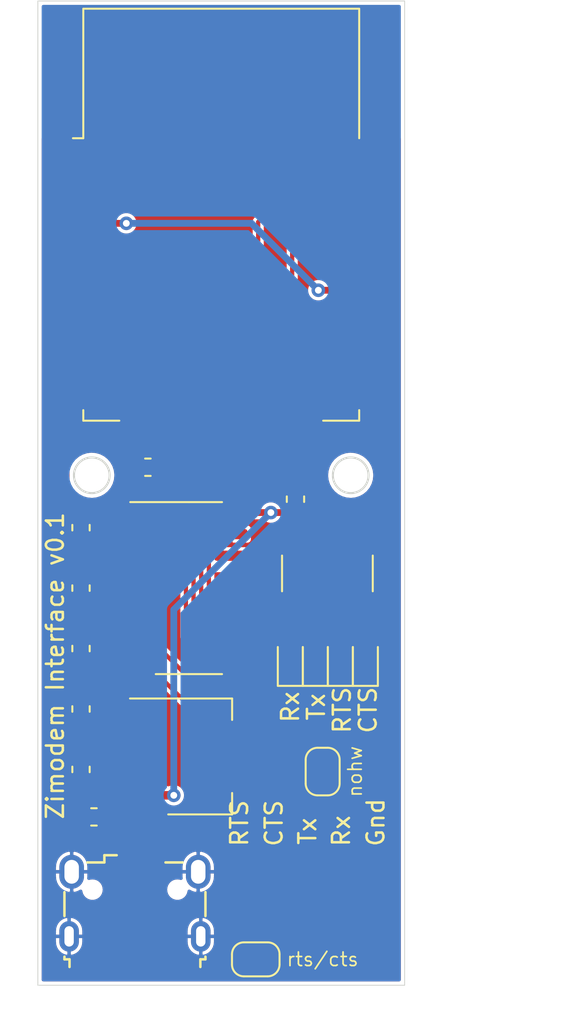
<source format=kicad_pcb>
(kicad_pcb (version 20171130) (host pcbnew "(5.1.2-1)-1")

  (general
    (thickness 1.6)
    (drawings 24)
    (tracks 150)
    (zones 0)
    (modules 20)
    (nets 36)
  )

  (page A4)
  (layers
    (0 F.Cu signal)
    (31 B.Cu signal)
    (32 B.Adhes user)
    (33 F.Adhes user)
    (34 B.Paste user)
    (35 F.Paste user)
    (36 B.SilkS user)
    (37 F.SilkS user)
    (38 B.Mask user)
    (39 F.Mask user)
    (40 Dwgs.User user)
    (41 Cmts.User user)
    (42 Eco1.User user)
    (43 Eco2.User user)
    (44 Edge.Cuts user)
    (45 Margin user)
    (46 B.CrtYd user)
    (47 F.CrtYd user)
    (48 B.Fab user hide)
    (49 F.Fab user hide)
  )

  (setup
    (last_trace_width 0.25)
    (trace_clearance 0.2)
    (zone_clearance 0.2)
    (zone_45_only no)
    (trace_min 0.2)
    (via_size 0.8)
    (via_drill 0.4)
    (via_min_size 0.4)
    (via_min_drill 0.3)
    (uvia_size 0.3)
    (uvia_drill 0.1)
    (uvias_allowed no)
    (uvia_min_size 0.2)
    (uvia_min_drill 0.1)
    (edge_width 0.05)
    (segment_width 0.2)
    (pcb_text_width 0.3)
    (pcb_text_size 1.5 1.5)
    (mod_edge_width 0.12)
    (mod_text_size 1 1)
    (mod_text_width 0.15)
    (pad_size 1.524 1.524)
    (pad_drill 0.762)
    (pad_to_mask_clearance 0.051)
    (solder_mask_min_width 0.25)
    (aux_axis_origin 0 0)
    (visible_elements FFFFFF7F)
    (pcbplotparams
      (layerselection 0x010fc_ffffffff)
      (usegerberextensions false)
      (usegerberattributes false)
      (usegerberadvancedattributes false)
      (creategerberjobfile false)
      (excludeedgelayer true)
      (linewidth 0.100000)
      (plotframeref false)
      (viasonmask false)
      (mode 1)
      (useauxorigin false)
      (hpglpennumber 1)
      (hpglpenspeed 20)
      (hpglpendiameter 15.000000)
      (psnegative false)
      (psa4output false)
      (plotreference true)
      (plotvalue true)
      (plotinvisibletext false)
      (padsonsilk false)
      (subtractmaskfromsilk false)
      (outputformat 1)
      (mirror false)
      (drillshape 1)
      (scaleselection 1)
      (outputdirectory ""))
  )

  (net 0 "")
  (net 1 GND)
  (net 2 +5V)
  (net 3 +3V3)
  (net 4 "Net-(C4-Pad2)")
  (net 5 "Net-(C4-Pad1)")
  (net 6 "Net-(C6-Pad2)")
  (net 7 "Net-(C6-Pad1)")
  (net 8 "Net-(C7-Pad1)")
  (net 9 "Net-(C8-Pad1)")
  (net 10 "Net-(D1-Pad2)")
  (net 11 "Net-(J1-Pad2)")
  (net 12 "Net-(J1-Pad3)")
  (net 13 "Net-(J1-Pad4)")
  (net 14 "Net-(U3-Pad20)")
  (net 15 "Net-(U3-Pad19)")
  (net 16 "Net-(U3-Pad11)")
  (net 17 "Net-(U3-Pad10)")
  (net 18 "Net-(U3-Pad9)")
  (net 19 "Net-(U3-Pad7)")
  (net 20 "Net-(U3-Pad6)")
  (net 21 "Net-(U3-Pad2)")
  (net 22 RS232_CTS)
  (net 23 RS232_RTS)
  (net 24 RS232_Rx)
  (net 25 RS232_Tx)
  (net 26 TTL_Rx)
  (net 27 TTL_Tx)
  (net 28 TTL_RTS)
  (net 29 TTL_CTS)
  (net 30 TTL_RI)
  (net 31 TTL_DSR)
  (net 32 TTL_DTR)
  (net 33 "Net-(D2-Pad2)")
  (net 34 "Net-(D3-Pad2)")
  (net 35 "Net-(D4-Pad2)")

  (net_class Default "This is the default net class."
    (clearance 0.2)
    (trace_width 0.25)
    (via_dia 0.8)
    (via_drill 0.4)
    (uvia_dia 0.3)
    (uvia_drill 0.1)
    (add_net GND)
    (add_net "Net-(C4-Pad1)")
    (add_net "Net-(C4-Pad2)")
    (add_net "Net-(C6-Pad1)")
    (add_net "Net-(C6-Pad2)")
    (add_net "Net-(C7-Pad1)")
    (add_net "Net-(C8-Pad1)")
    (add_net "Net-(D1-Pad2)")
    (add_net "Net-(D2-Pad2)")
    (add_net "Net-(D3-Pad2)")
    (add_net "Net-(D4-Pad2)")
    (add_net "Net-(J1-Pad2)")
    (add_net "Net-(J1-Pad3)")
    (add_net "Net-(J1-Pad4)")
    (add_net "Net-(U3-Pad10)")
    (add_net "Net-(U3-Pad11)")
    (add_net "Net-(U3-Pad19)")
    (add_net "Net-(U3-Pad2)")
    (add_net "Net-(U3-Pad20)")
    (add_net "Net-(U3-Pad6)")
    (add_net "Net-(U3-Pad7)")
    (add_net "Net-(U3-Pad9)")
    (add_net RS232_CTS)
    (add_net RS232_RTS)
    (add_net RS232_Rx)
    (add_net RS232_Tx)
    (add_net TTL_CTS)
    (add_net TTL_DSR)
    (add_net TTL_DTR)
    (add_net TTL_RI)
    (add_net TTL_RTS)
    (add_net TTL_Rx)
    (add_net TTL_Tx)
  )

  (net_class Power ""
    (clearance 0.2)
    (trace_width 0.4)
    (via_dia 0.8)
    (via_drill 0.4)
    (uvia_dia 0.3)
    (uvia_drill 0.1)
    (add_net +3V3)
    (add_net +5V)
  )

  (module Jumper:SolderJumper-2_P1.3mm_Open_RoundedPad1.0x1.5mm (layer F.Cu) (tedit 5B391E66) (tstamp 5D8162A6)
    (at 65.405 76.835 270)
    (descr "SMD Solder Jumper, 1x1.5mm, rounded Pads, 0.3mm gap, open")
    (tags "solder jumper open")
    (path /5D9C02AD)
    (attr virtual)
    (fp_text reference JP2 (at 0 -1.8 90) (layer F.SilkS) hide
      (effects (font (size 1 1) (thickness 0.15)))
    )
    (fp_text value RS232_rts/crs (at 0 1.9 90) (layer F.Fab)
      (effects (font (size 1 1) (thickness 0.15)))
    )
    (fp_line (start 1.65 1.25) (end -1.65 1.25) (layer F.CrtYd) (width 0.05))
    (fp_line (start 1.65 1.25) (end 1.65 -1.25) (layer F.CrtYd) (width 0.05))
    (fp_line (start -1.65 -1.25) (end -1.65 1.25) (layer F.CrtYd) (width 0.05))
    (fp_line (start -1.65 -1.25) (end 1.65 -1.25) (layer F.CrtYd) (width 0.05))
    (fp_line (start -0.7 -1) (end 0.7 -1) (layer F.SilkS) (width 0.12))
    (fp_line (start 1.4 -0.3) (end 1.4 0.3) (layer F.SilkS) (width 0.12))
    (fp_line (start 0.7 1) (end -0.7 1) (layer F.SilkS) (width 0.12))
    (fp_line (start -1.4 0.3) (end -1.4 -0.3) (layer F.SilkS) (width 0.12))
    (fp_arc (start -0.7 -0.3) (end -0.7 -1) (angle -90) (layer F.SilkS) (width 0.12))
    (fp_arc (start -0.7 0.3) (end -1.4 0.3) (angle -90) (layer F.SilkS) (width 0.12))
    (fp_arc (start 0.7 0.3) (end 0.7 1) (angle -90) (layer F.SilkS) (width 0.12))
    (fp_arc (start 0.7 -0.3) (end 1.4 -0.3) (angle -90) (layer F.SilkS) (width 0.12))
    (pad 2 smd custom (at 0.65 0 270) (size 1 0.5) (layers F.Cu F.Mask)
      (net 1 GND) (zone_connect 2)
      (options (clearance outline) (anchor rect))
      (primitives
        (gr_circle (center 0 0.25) (end 0.5 0.25) (width 0))
        (gr_circle (center 0 -0.25) (end 0.5 -0.25) (width 0))
        (gr_poly (pts
           (xy 0 -0.75) (xy -0.5 -0.75) (xy -0.5 0.75) (xy 0 0.75)) (width 0))
      ))
    (pad 1 smd custom (at -0.65 0 270) (size 1 0.5) (layers F.Cu F.Mask)
      (net 29 TTL_CTS) (zone_connect 2)
      (options (clearance outline) (anchor rect))
      (primitives
        (gr_circle (center 0 0.25) (end 0.5 0.25) (width 0))
        (gr_circle (center 0 -0.25) (end 0.5 -0.25) (width 0))
        (gr_poly (pts
           (xy 0 -0.75) (xy 0.5 -0.75) (xy 0.5 0.75) (xy 0 0.75)) (width 0))
      ))
  )

  (module Resistor_SMD:R_Array_Convex_4x1206 (layer F.Cu) (tedit 58E0A8BD) (tstamp 5D80B901)
    (at 65.6844 65.1764 90)
    (descr "Chip Resistor Network, ROHM MNR34 (see mnr_g.pdf)")
    (tags "resistor array")
    (path /5D9B2C96)
    (attr smd)
    (fp_text reference RN1 (at 0 -3.5 90) (layer F.SilkS) hide
      (effects (font (size 1 1) (thickness 0.15)))
    )
    (fp_text value R_Pack04 (at 0 3.5 90) (layer F.Fab)
      (effects (font (size 1 1) (thickness 0.15)))
    )
    (fp_line (start 2.2 2.85) (end -2.21 2.85) (layer F.CrtYd) (width 0.05))
    (fp_line (start 2.2 2.85) (end 2.2 -2.85) (layer F.CrtYd) (width 0.05))
    (fp_line (start -2.21 -2.85) (end -2.21 2.85) (layer F.CrtYd) (width 0.05))
    (fp_line (start -2.21 -2.85) (end 2.2 -2.85) (layer F.CrtYd) (width 0.05))
    (fp_line (start 1.05 -2.67) (end -1.05 -2.67) (layer F.SilkS) (width 0.12))
    (fp_line (start 1.05 2.67) (end -1.05 2.67) (layer F.SilkS) (width 0.12))
    (fp_line (start 1.6 -2.6) (end -1.6 -2.6) (layer F.Fab) (width 0.1))
    (fp_line (start 1.6 2.6) (end 1.6 -2.6) (layer F.Fab) (width 0.1))
    (fp_line (start -1.6 2.6) (end 1.6 2.6) (layer F.Fab) (width 0.1))
    (fp_line (start -1.6 -2.6) (end -1.6 2.6) (layer F.Fab) (width 0.1))
    (fp_text user %R (at 0 0) (layer F.Fab)
      (effects (font (size 0.7 0.7) (thickness 0.105)))
    )
    (pad 6 smd rect (at 1.5 0.66 90) (size 0.9 0.9) (layers F.Cu F.Paste F.Mask)
      (net 2 +5V))
    (pad 5 smd rect (at 1.5 2 90) (size 0.9 0.9) (layers F.Cu F.Paste F.Mask)
      (net 2 +5V))
    (pad 8 smd rect (at 1.5 -2 90) (size 0.9 0.9) (layers F.Cu F.Paste F.Mask)
      (net 2 +5V))
    (pad 7 smd rect (at 1.5 -0.66 90) (size 0.9 0.9) (layers F.Cu F.Paste F.Mask)
      (net 2 +5V))
    (pad 3 smd rect (at -1.5 0.66 90) (size 0.9 0.9) (layers F.Cu F.Paste F.Mask)
      (net 34 "Net-(D3-Pad2)"))
    (pad 2 smd rect (at -1.5 -0.66 90) (size 0.9 0.9) (layers F.Cu F.Paste F.Mask)
      (net 33 "Net-(D2-Pad2)"))
    (pad 4 smd rect (at -1.5 2 90) (size 0.9 0.9) (layers F.Cu F.Paste F.Mask)
      (net 35 "Net-(D4-Pad2)"))
    (pad 1 smd rect (at -1.5 -2 90) (size 0.9 0.9) (layers F.Cu F.Paste F.Mask)
      (net 10 "Net-(D1-Pad2)"))
    (model ${KISYS3DMOD}/Resistor_SMD.3dshapes/R_Array_Convex_4x1206.wrl
      (at (xyz 0 0 0))
      (scale (xyz 1 1 1))
      (rotate (xyz 0 0 0))
    )
  )

  (module LED_SMD:LED_0603_1608Metric (layer F.Cu) (tedit 5B301BBE) (tstamp 5D80A521)
    (at 67.9196 70.3072 90)
    (descr "LED SMD 0603 (1608 Metric), square (rectangular) end terminal, IPC_7351 nominal, (Body size source: http://www.tortai-tech.com/upload/download/2011102023233369053.pdf), generated with kicad-footprint-generator")
    (tags diode)
    (path /5D97BDB7)
    (attr smd)
    (fp_text reference D4 (at -3.0988 0 90) (layer F.SilkS) hide
      (effects (font (size 1 1) (thickness 0.15)))
    )
    (fp_text value LED (at 0 1.43 90) (layer F.Fab)
      (effects (font (size 1 1) (thickness 0.15)))
    )
    (fp_text user %R (at 0 0 90) (layer F.Fab)
      (effects (font (size 0.4 0.4) (thickness 0.06)))
    )
    (fp_line (start 1.48 0.73) (end -1.48 0.73) (layer F.CrtYd) (width 0.05))
    (fp_line (start 1.48 -0.73) (end 1.48 0.73) (layer F.CrtYd) (width 0.05))
    (fp_line (start -1.48 -0.73) (end 1.48 -0.73) (layer F.CrtYd) (width 0.05))
    (fp_line (start -1.48 0.73) (end -1.48 -0.73) (layer F.CrtYd) (width 0.05))
    (fp_line (start -1.485 0.735) (end 0.8 0.735) (layer F.SilkS) (width 0.12))
    (fp_line (start -1.485 -0.735) (end -1.485 0.735) (layer F.SilkS) (width 0.12))
    (fp_line (start 0.8 -0.735) (end -1.485 -0.735) (layer F.SilkS) (width 0.12))
    (fp_line (start 0.8 0.4) (end 0.8 -0.4) (layer F.Fab) (width 0.1))
    (fp_line (start -0.8 0.4) (end 0.8 0.4) (layer F.Fab) (width 0.1))
    (fp_line (start -0.8 -0.1) (end -0.8 0.4) (layer F.Fab) (width 0.1))
    (fp_line (start -0.5 -0.4) (end -0.8 -0.1) (layer F.Fab) (width 0.1))
    (fp_line (start 0.8 -0.4) (end -0.5 -0.4) (layer F.Fab) (width 0.1))
    (pad 2 smd roundrect (at 0.7875 0 90) (size 0.875 0.95) (layers F.Cu F.Paste F.Mask) (roundrect_rratio 0.25)
      (net 35 "Net-(D4-Pad2)"))
    (pad 1 smd roundrect (at -0.7875 0 90) (size 0.875 0.95) (layers F.Cu F.Paste F.Mask) (roundrect_rratio 0.25)
      (net 29 TTL_CTS))
    (model ${KISYS3DMOD}/LED_SMD.3dshapes/LED_0603_1608Metric.wrl
      (at (xyz 0 0 0))
      (scale (xyz 1 1 1))
      (rotate (xyz 0 0 0))
    )
  )

  (module LED_SMD:LED_0603_1608Metric (layer F.Cu) (tedit 5B301BBE) (tstamp 5D80A50E)
    (at 66.4464 70.3072 90)
    (descr "LED SMD 0603 (1608 Metric), square (rectangular) end terminal, IPC_7351 nominal, (Body size source: http://www.tortai-tech.com/upload/download/2011102023233369053.pdf), generated with kicad-footprint-generator")
    (tags diode)
    (path /5D97B8D2)
    (attr smd)
    (fp_text reference D3 (at -3.0988 0 90) (layer F.SilkS) hide
      (effects (font (size 1 1) (thickness 0.15)))
    )
    (fp_text value LED (at 0 1.43 90) (layer F.Fab)
      (effects (font (size 1 1) (thickness 0.15)))
    )
    (fp_text user %R (at 0 0 90) (layer F.Fab)
      (effects (font (size 0.4 0.4) (thickness 0.06)))
    )
    (fp_line (start 1.48 0.73) (end -1.48 0.73) (layer F.CrtYd) (width 0.05))
    (fp_line (start 1.48 -0.73) (end 1.48 0.73) (layer F.CrtYd) (width 0.05))
    (fp_line (start -1.48 -0.73) (end 1.48 -0.73) (layer F.CrtYd) (width 0.05))
    (fp_line (start -1.48 0.73) (end -1.48 -0.73) (layer F.CrtYd) (width 0.05))
    (fp_line (start -1.485 0.735) (end 0.8 0.735) (layer F.SilkS) (width 0.12))
    (fp_line (start -1.485 -0.735) (end -1.485 0.735) (layer F.SilkS) (width 0.12))
    (fp_line (start 0.8 -0.735) (end -1.485 -0.735) (layer F.SilkS) (width 0.12))
    (fp_line (start 0.8 0.4) (end 0.8 -0.4) (layer F.Fab) (width 0.1))
    (fp_line (start -0.8 0.4) (end 0.8 0.4) (layer F.Fab) (width 0.1))
    (fp_line (start -0.8 -0.1) (end -0.8 0.4) (layer F.Fab) (width 0.1))
    (fp_line (start -0.5 -0.4) (end -0.8 -0.1) (layer F.Fab) (width 0.1))
    (fp_line (start 0.8 -0.4) (end -0.5 -0.4) (layer F.Fab) (width 0.1))
    (pad 2 smd roundrect (at 0.7875 0 90) (size 0.875 0.95) (layers F.Cu F.Paste F.Mask) (roundrect_rratio 0.25)
      (net 34 "Net-(D3-Pad2)"))
    (pad 1 smd roundrect (at -0.7875 0 90) (size 0.875 0.95) (layers F.Cu F.Paste F.Mask) (roundrect_rratio 0.25)
      (net 28 TTL_RTS))
    (model ${KISYS3DMOD}/LED_SMD.3dshapes/LED_0603_1608Metric.wrl
      (at (xyz 0 0 0))
      (scale (xyz 1 1 1))
      (rotate (xyz 0 0 0))
    )
  )

  (module LED_SMD:LED_0603_1608Metric (layer F.Cu) (tedit 5B301BBE) (tstamp 5D80A4FB)
    (at 64.9732 70.3072 90)
    (descr "LED SMD 0603 (1608 Metric), square (rectangular) end terminal, IPC_7351 nominal, (Body size source: http://www.tortai-tech.com/upload/download/2011102023233369053.pdf), generated with kicad-footprint-generator")
    (tags diode)
    (path /5D97AFBC)
    (attr smd)
    (fp_text reference D2 (at -2.6416 0 90) (layer F.SilkS) hide
      (effects (font (size 1 1) (thickness 0.15)))
    )
    (fp_text value LED (at 0 1.43 90) (layer F.Fab)
      (effects (font (size 1 1) (thickness 0.15)))
    )
    (fp_text user %R (at 0 0 90) (layer F.Fab)
      (effects (font (size 0.4 0.4) (thickness 0.06)))
    )
    (fp_line (start 1.48 0.73) (end -1.48 0.73) (layer F.CrtYd) (width 0.05))
    (fp_line (start 1.48 -0.73) (end 1.48 0.73) (layer F.CrtYd) (width 0.05))
    (fp_line (start -1.48 -0.73) (end 1.48 -0.73) (layer F.CrtYd) (width 0.05))
    (fp_line (start -1.48 0.73) (end -1.48 -0.73) (layer F.CrtYd) (width 0.05))
    (fp_line (start -1.485 0.735) (end 0.8 0.735) (layer F.SilkS) (width 0.12))
    (fp_line (start -1.485 -0.735) (end -1.485 0.735) (layer F.SilkS) (width 0.12))
    (fp_line (start 0.8 -0.735) (end -1.485 -0.735) (layer F.SilkS) (width 0.12))
    (fp_line (start 0.8 0.4) (end 0.8 -0.4) (layer F.Fab) (width 0.1))
    (fp_line (start -0.8 0.4) (end 0.8 0.4) (layer F.Fab) (width 0.1))
    (fp_line (start -0.8 -0.1) (end -0.8 0.4) (layer F.Fab) (width 0.1))
    (fp_line (start -0.5 -0.4) (end -0.8 -0.1) (layer F.Fab) (width 0.1))
    (fp_line (start 0.8 -0.4) (end -0.5 -0.4) (layer F.Fab) (width 0.1))
    (pad 2 smd roundrect (at 0.7875 0 90) (size 0.875 0.95) (layers F.Cu F.Paste F.Mask) (roundrect_rratio 0.25)
      (net 33 "Net-(D2-Pad2)"))
    (pad 1 smd roundrect (at -0.7875 0 90) (size 0.875 0.95) (layers F.Cu F.Paste F.Mask) (roundrect_rratio 0.25)
      (net 27 TTL_Tx))
    (model ${KISYS3DMOD}/LED_SMD.3dshapes/LED_0603_1608Metric.wrl
      (at (xyz 0 0 0))
      (scale (xyz 1 1 1))
      (rotate (xyz 0 0 0))
    )
  )

  (module LED_SMD:LED_0603_1608Metric (layer F.Cu) (tedit 5B301BBE) (tstamp 5D80C14C)
    (at 63.5 70.3072 90)
    (descr "LED SMD 0603 (1608 Metric), square (rectangular) end terminal, IPC_7351 nominal, (Body size source: http://www.tortai-tech.com/upload/download/2011102023233369053.pdf), generated with kicad-footprint-generator")
    (tags diode)
    (path /5D97A16C)
    (attr smd)
    (fp_text reference D1 (at -2.6416 0 90) (layer F.SilkS) hide
      (effects (font (size 1 1) (thickness 0.15)))
    )
    (fp_text value LED (at 0 1.43 90) (layer F.Fab)
      (effects (font (size 1 1) (thickness 0.15)))
    )
    (fp_text user %R (at 0 0 90) (layer F.Fab)
      (effects (font (size 0.4 0.4) (thickness 0.06)))
    )
    (fp_line (start 1.48 0.73) (end -1.48 0.73) (layer F.CrtYd) (width 0.05))
    (fp_line (start 1.48 -0.73) (end 1.48 0.73) (layer F.CrtYd) (width 0.05))
    (fp_line (start -1.48 -0.73) (end 1.48 -0.73) (layer F.CrtYd) (width 0.05))
    (fp_line (start -1.48 0.73) (end -1.48 -0.73) (layer F.CrtYd) (width 0.05))
    (fp_line (start -1.485 0.735) (end 0.8 0.735) (layer F.SilkS) (width 0.12))
    (fp_line (start -1.485 -0.735) (end -1.485 0.735) (layer F.SilkS) (width 0.12))
    (fp_line (start 0.8 -0.735) (end -1.485 -0.735) (layer F.SilkS) (width 0.12))
    (fp_line (start 0.8 0.4) (end 0.8 -0.4) (layer F.Fab) (width 0.1))
    (fp_line (start -0.8 0.4) (end 0.8 0.4) (layer F.Fab) (width 0.1))
    (fp_line (start -0.8 -0.1) (end -0.8 0.4) (layer F.Fab) (width 0.1))
    (fp_line (start -0.5 -0.4) (end -0.8 -0.1) (layer F.Fab) (width 0.1))
    (fp_line (start 0.8 -0.4) (end -0.5 -0.4) (layer F.Fab) (width 0.1))
    (pad 2 smd roundrect (at 0.7875 0 90) (size 0.875 0.95) (layers F.Cu F.Paste F.Mask) (roundrect_rratio 0.25)
      (net 10 "Net-(D1-Pad2)"))
    (pad 1 smd roundrect (at -0.7875 0 90) (size 0.875 0.95) (layers F.Cu F.Paste F.Mask) (roundrect_rratio 0.25)
      (net 26 TTL_Rx))
    (model ${KISYS3DMOD}/LED_SMD.3dshapes/LED_0603_1608Metric.wrl
      (at (xyz 0 0 0))
      (scale (xyz 1 1 1))
      (rotate (xyz 0 0 0))
    )
  )

  (module Jumper:SolderJumper-2_P1.3mm_Open_RoundedPad1.0x1.5mm (layer F.Cu) (tedit 5B391E66) (tstamp 5D8065D5)
    (at 61.468 87.884)
    (descr "SMD Solder Jumper, 1x1.5mm, rounded Pads, 0.3mm gap, open")
    (tags "solder jumper open")
    (path /5D92074E)
    (attr virtual)
    (fp_text reference JP1 (at 0 -1.8) (layer F.SilkS) hide
      (effects (font (size 1 1) (thickness 0.15)))
    )
    (fp_text value rts/cts (at 0 1.9) (layer F.Fab)
      (effects (font (size 1 1) (thickness 0.15)))
    )
    (fp_line (start 1.65 1.25) (end -1.65 1.25) (layer F.CrtYd) (width 0.05))
    (fp_line (start 1.65 1.25) (end 1.65 -1.25) (layer F.CrtYd) (width 0.05))
    (fp_line (start -1.65 -1.25) (end -1.65 1.25) (layer F.CrtYd) (width 0.05))
    (fp_line (start -1.65 -1.25) (end 1.65 -1.25) (layer F.CrtYd) (width 0.05))
    (fp_line (start -0.7 -1) (end 0.7 -1) (layer F.SilkS) (width 0.12))
    (fp_line (start 1.4 -0.3) (end 1.4 0.3) (layer F.SilkS) (width 0.12))
    (fp_line (start 0.7 1) (end -0.7 1) (layer F.SilkS) (width 0.12))
    (fp_line (start -1.4 0.3) (end -1.4 -0.3) (layer F.SilkS) (width 0.12))
    (fp_arc (start -0.7 -0.3) (end -0.7 -1) (angle -90) (layer F.SilkS) (width 0.12))
    (fp_arc (start -0.7 0.3) (end -1.4 0.3) (angle -90) (layer F.SilkS) (width 0.12))
    (fp_arc (start 0.7 0.3) (end 0.7 1) (angle -90) (layer F.SilkS) (width 0.12))
    (fp_arc (start 0.7 -0.3) (end 1.4 -0.3) (angle -90) (layer F.SilkS) (width 0.12))
    (pad 2 smd custom (at 0.65 0) (size 1 0.5) (layers F.Cu F.Mask)
      (net 22 RS232_CTS) (zone_connect 2)
      (options (clearance outline) (anchor rect))
      (primitives
        (gr_circle (center 0 0.25) (end 0.5 0.25) (width 0))
        (gr_circle (center 0 -0.25) (end 0.5 -0.25) (width 0))
        (gr_poly (pts
           (xy 0 -0.75) (xy -0.5 -0.75) (xy -0.5 0.75) (xy 0 0.75)) (width 0))
      ))
    (pad 1 smd custom (at -0.65 0) (size 1 0.5) (layers F.Cu F.Mask)
      (net 23 RS232_RTS) (zone_connect 2)
      (options (clearance outline) (anchor rect))
      (primitives
        (gr_circle (center 0 0.25) (end 0.5 0.25) (width 0))
        (gr_circle (center 0 -0.25) (end 0.5 -0.25) (width 0))
        (gr_poly (pts
           (xy 0 -0.75) (xy 0.5 -0.75) (xy 0.5 0.75) (xy 0 0.75)) (width 0))
      ))
  )

  (module RF_Module:ESP-12E (layer F.Cu) (tedit 5A030172) (tstamp 5D802AF0)
    (at 59.436 44.069)
    (descr "Wi-Fi Module, http://wiki.ai-thinker.com/_media/esp8266/docs/aithinker_esp_12f_datasheet_en.pdf")
    (tags "Wi-Fi Module")
    (path /5D7F01F0)
    (attr smd)
    (fp_text reference U3 (at -10.56 -5.26) (layer F.SilkS) hide
      (effects (font (size 1 1) (thickness 0.15)))
    )
    (fp_text value ESP-12E (at -0.06 -12.78) (layer F.Fab)
      (effects (font (size 1 1) (thickness 0.15)))
    )
    (fp_line (start 5.56 -4.8) (end 8.12 -7.36) (layer Dwgs.User) (width 0.12))
    (fp_line (start 2.56 -4.8) (end 8.12 -10.36) (layer Dwgs.User) (width 0.12))
    (fp_line (start -0.44 -4.8) (end 6.88 -12.12) (layer Dwgs.User) (width 0.12))
    (fp_line (start -3.44 -4.8) (end 3.88 -12.12) (layer Dwgs.User) (width 0.12))
    (fp_line (start -6.44 -4.8) (end 0.88 -12.12) (layer Dwgs.User) (width 0.12))
    (fp_line (start -8.12 -6.12) (end -2.12 -12.12) (layer Dwgs.User) (width 0.12))
    (fp_line (start -8.12 -9.12) (end -5.12 -12.12) (layer Dwgs.User) (width 0.12))
    (fp_line (start -8.12 -4.8) (end -8.12 -12.12) (layer Dwgs.User) (width 0.12))
    (fp_line (start 8.12 -4.8) (end -8.12 -4.8) (layer Dwgs.User) (width 0.12))
    (fp_line (start 8.12 -12.12) (end 8.12 -4.8) (layer Dwgs.User) (width 0.12))
    (fp_line (start -8.12 -12.12) (end 8.12 -12.12) (layer Dwgs.User) (width 0.12))
    (fp_line (start -8.12 -4.5) (end -8.73 -4.5) (layer F.SilkS) (width 0.12))
    (fp_line (start -8.12 -4.5) (end -8.12 -12.12) (layer F.SilkS) (width 0.12))
    (fp_line (start -8.12 12.12) (end -8.12 11.5) (layer F.SilkS) (width 0.12))
    (fp_line (start -6 12.12) (end -8.12 12.12) (layer F.SilkS) (width 0.12))
    (fp_line (start 8.12 12.12) (end 6 12.12) (layer F.SilkS) (width 0.12))
    (fp_line (start 8.12 11.5) (end 8.12 12.12) (layer F.SilkS) (width 0.12))
    (fp_line (start 8.12 -12.12) (end 8.12 -4.5) (layer F.SilkS) (width 0.12))
    (fp_line (start -8.12 -12.12) (end 8.12 -12.12) (layer F.SilkS) (width 0.12))
    (fp_line (start -9.05 13.1) (end -9.05 -12.2) (layer F.CrtYd) (width 0.05))
    (fp_line (start 9.05 13.1) (end -9.05 13.1) (layer F.CrtYd) (width 0.05))
    (fp_line (start 9.05 -12.2) (end 9.05 13.1) (layer F.CrtYd) (width 0.05))
    (fp_line (start -9.05 -12.2) (end 9.05 -12.2) (layer F.CrtYd) (width 0.05))
    (fp_line (start -8 -4) (end -8 -12) (layer F.Fab) (width 0.12))
    (fp_line (start -7.5 -3.5) (end -8 -4) (layer F.Fab) (width 0.12))
    (fp_line (start -8 -3) (end -7.5 -3.5) (layer F.Fab) (width 0.12))
    (fp_line (start -8 12) (end -8 -3) (layer F.Fab) (width 0.12))
    (fp_line (start 8 12) (end -8 12) (layer F.Fab) (width 0.12))
    (fp_line (start 8 -12) (end 8 12) (layer F.Fab) (width 0.12))
    (fp_line (start -8 -12) (end 8 -12) (layer F.Fab) (width 0.12))
    (fp_text user %R (at 0.49 -0.8) (layer F.Fab)
      (effects (font (size 1 1) (thickness 0.15)))
    )
    (fp_text user "KEEP-OUT ZONE" (at 0.03 -9.55 180) (layer Cmts.User)
      (effects (font (size 1 1) (thickness 0.15)))
    )
    (fp_text user Antenna (at -0.06 -7 180) (layer Cmts.User)
      (effects (font (size 1 1) (thickness 0.15)))
    )
    (pad 22 smd rect (at 7.6 -3.5) (size 2.5 1) (layers F.Cu F.Paste F.Mask)
      (net 27 TTL_Tx))
    (pad 21 smd rect (at 7.6 -1.5) (size 2.5 1) (layers F.Cu F.Paste F.Mask)
      (net 26 TTL_Rx))
    (pad 20 smd rect (at 7.6 0.5) (size 2.5 1) (layers F.Cu F.Paste F.Mask)
      (net 14 "Net-(U3-Pad20)"))
    (pad 19 smd rect (at 7.6 2.5) (size 2.5 1) (layers F.Cu F.Paste F.Mask)
      (net 15 "Net-(U3-Pad19)"))
    (pad 18 smd rect (at 7.6 4.5) (size 2.5 1) (layers F.Cu F.Paste F.Mask)
      (net 3 +3V3))
    (pad 17 smd rect (at 7.6 6.5) (size 2.5 1) (layers F.Cu F.Paste F.Mask)
      (net 30 TTL_RI))
    (pad 16 smd rect (at 7.6 8.5) (size 2.5 1) (layers F.Cu F.Paste F.Mask)
      (net 1 GND))
    (pad 15 smd rect (at 7.6 10.5) (size 2.5 1) (layers F.Cu F.Paste F.Mask)
      (net 1 GND))
    (pad 14 smd rect (at 5 12) (size 1 1.8) (layers F.Cu F.Paste F.Mask)
      (net 30 TTL_RI))
    (pad 13 smd rect (at 3 12) (size 1 1.8) (layers F.Cu F.Paste F.Mask)
      (net 31 TTL_DSR))
    (pad 12 smd rect (at 1 12) (size 1 1.8) (layers F.Cu F.Paste F.Mask)
      (net 32 TTL_DTR))
    (pad 11 smd rect (at -1 12) (size 1 1.8) (layers F.Cu F.Paste F.Mask)
      (net 16 "Net-(U3-Pad11)"))
    (pad 10 smd rect (at -3 12) (size 1 1.8) (layers F.Cu F.Paste F.Mask)
      (net 17 "Net-(U3-Pad10)"))
    (pad 9 smd rect (at -5 12) (size 1 1.8) (layers F.Cu F.Paste F.Mask)
      (net 18 "Net-(U3-Pad9)"))
    (pad 8 smd rect (at -7.6 10.5) (size 2.5 1) (layers F.Cu F.Paste F.Mask)
      (net 3 +3V3))
    (pad 7 smd rect (at -7.6 8.5) (size 2.5 1) (layers F.Cu F.Paste F.Mask)
      (net 19 "Net-(U3-Pad7)"))
    (pad 6 smd rect (at -7.6 6.5) (size 2.5 1) (layers F.Cu F.Paste F.Mask)
      (net 20 "Net-(U3-Pad6)"))
    (pad 5 smd rect (at -7.6 4.5) (size 2.5 1) (layers F.Cu F.Paste F.Mask)
      (net 29 TTL_CTS))
    (pad 4 smd rect (at -7.6 2.5) (size 2.5 1) (layers F.Cu F.Paste F.Mask)
      (net 28 TTL_RTS))
    (pad 3 smd rect (at -7.6 0.5) (size 2.5 1) (layers F.Cu F.Paste F.Mask)
      (net 3 +3V3))
    (pad 2 smd rect (at -7.6 -1.5) (size 2.5 1) (layers F.Cu F.Paste F.Mask)
      (net 21 "Net-(U3-Pad2)"))
    (pad 1 smd rect (at -7.6 -3.5) (size 2.5 1) (layers F.Cu F.Paste F.Mask)
      (net 3 +3V3))
    (model ${KISYS3DMOD}/RF_Module.3dshapes/ESP-12E.wrl
      (at (xyz 0 0 0))
      (scale (xyz 1 1 1))
      (rotate (xyz 0 0 0))
    )
  )

  (module siege:smd_wire_pads_01x05 (layer F.Cu) (tedit 5D802EE6) (tstamp 5D806B3B)
    (at 64.516 83.82)
    (path /5D880509)
    (fp_text reference J2 (at 0 3.3655) (layer F.SilkS) hide
      (effects (font (size 1 1) (thickness 0.15)))
    )
    (fp_text value RS232 (at 0 -3.302) (layer F.Fab)
      (effects (font (size 1 1) (thickness 0.15)))
    )
    (pad 5 smd rect (at 4 0) (size 1 4.5) (layers F.Cu F.Paste F.Mask)
      (net 1 GND))
    (pad 4 smd rect (at 2 0) (size 1 4.5) (layers F.Cu F.Paste F.Mask)
      (net 24 RS232_Rx))
    (pad 1 smd rect (at -4 0) (size 1 4.5) (layers F.Cu F.Paste F.Mask)
      (net 23 RS232_RTS))
    (pad 2 smd rect (at -2 0) (size 1 4.5) (layers F.Cu F.Paste F.Mask)
      (net 22 RS232_CTS))
    (pad 3 smd rect (at 0 0) (size 1 4.5) (layers F.Cu F.Paste F.Mask)
      (net 25 RS232_Tx))
  )

  (module Package_SO:SOIC-16_3.9x9.9mm_P1.27mm (layer F.Cu) (tedit 5C97300E) (tstamp 5D802AB5)
    (at 57.531 66.04)
    (descr "SOIC, 16 Pin (JEDEC MS-012AC, https://www.analog.com/media/en/package-pcb-resources/package/pkg_pdf/soic_narrow-r/r_16.pdf), generated with kicad-footprint-generator ipc_gullwing_generator.py")
    (tags "SOIC SO")
    (path /5D7EA314)
    (attr smd)
    (fp_text reference U2 (at 0 -5.9) (layer F.SilkS) hide
      (effects (font (size 1 1) (thickness 0.15)))
    )
    (fp_text value MAX232 (at 0 5.9) (layer F.Fab)
      (effects (font (size 1 1) (thickness 0.15)))
    )
    (fp_text user %R (at 0 0) (layer F.Fab)
      (effects (font (size 0.98 0.98) (thickness 0.15)))
    )
    (fp_line (start 3.7 -5.2) (end -3.7 -5.2) (layer F.CrtYd) (width 0.05))
    (fp_line (start 3.7 5.2) (end 3.7 -5.2) (layer F.CrtYd) (width 0.05))
    (fp_line (start -3.7 5.2) (end 3.7 5.2) (layer F.CrtYd) (width 0.05))
    (fp_line (start -3.7 -5.2) (end -3.7 5.2) (layer F.CrtYd) (width 0.05))
    (fp_line (start -1.95 -3.975) (end -0.975 -4.95) (layer F.Fab) (width 0.1))
    (fp_line (start -1.95 4.95) (end -1.95 -3.975) (layer F.Fab) (width 0.1))
    (fp_line (start 1.95 4.95) (end -1.95 4.95) (layer F.Fab) (width 0.1))
    (fp_line (start 1.95 -4.95) (end 1.95 4.95) (layer F.Fab) (width 0.1))
    (fp_line (start -0.975 -4.95) (end 1.95 -4.95) (layer F.Fab) (width 0.1))
    (fp_line (start 0 -5.06) (end -3.45 -5.06) (layer F.SilkS) (width 0.12))
    (fp_line (start 0 -5.06) (end 1.95 -5.06) (layer F.SilkS) (width 0.12))
    (fp_line (start 0 5.06) (end -1.95 5.06) (layer F.SilkS) (width 0.12))
    (fp_line (start 0 5.06) (end 1.95 5.06) (layer F.SilkS) (width 0.12))
    (pad 16 smd roundrect (at 2.475 -4.445) (size 1.95 0.6) (layers F.Cu F.Paste F.Mask) (roundrect_rratio 0.25)
      (net 2 +5V))
    (pad 15 smd roundrect (at 2.475 -3.175) (size 1.95 0.6) (layers F.Cu F.Paste F.Mask) (roundrect_rratio 0.25)
      (net 1 GND))
    (pad 14 smd roundrect (at 2.475 -1.905) (size 1.95 0.6) (layers F.Cu F.Paste F.Mask) (roundrect_rratio 0.25)
      (net 24 RS232_Rx))
    (pad 13 smd roundrect (at 2.475 -0.635) (size 1.95 0.6) (layers F.Cu F.Paste F.Mask) (roundrect_rratio 0.25)
      (net 25 RS232_Tx))
    (pad 12 smd roundrect (at 2.475 0.635) (size 1.95 0.6) (layers F.Cu F.Paste F.Mask) (roundrect_rratio 0.25)
      (net 26 TTL_Rx))
    (pad 11 smd roundrect (at 2.475 1.905) (size 1.95 0.6) (layers F.Cu F.Paste F.Mask) (roundrect_rratio 0.25)
      (net 27 TTL_Tx))
    (pad 10 smd roundrect (at 2.475 3.175) (size 1.95 0.6) (layers F.Cu F.Paste F.Mask) (roundrect_rratio 0.25)
      (net 28 TTL_RTS))
    (pad 9 smd roundrect (at 2.475 4.445) (size 1.95 0.6) (layers F.Cu F.Paste F.Mask) (roundrect_rratio 0.25)
      (net 29 TTL_CTS))
    (pad 8 smd roundrect (at -2.475 4.445) (size 1.95 0.6) (layers F.Cu F.Paste F.Mask) (roundrect_rratio 0.25)
      (net 23 RS232_RTS))
    (pad 7 smd roundrect (at -2.475 3.175) (size 1.95 0.6) (layers F.Cu F.Paste F.Mask) (roundrect_rratio 0.25)
      (net 22 RS232_CTS))
    (pad 6 smd roundrect (at -2.475 1.905) (size 1.95 0.6) (layers F.Cu F.Paste F.Mask) (roundrect_rratio 0.25)
      (net 8 "Net-(C7-Pad1)"))
    (pad 5 smd roundrect (at -2.475 0.635) (size 1.95 0.6) (layers F.Cu F.Paste F.Mask) (roundrect_rratio 0.25)
      (net 6 "Net-(C6-Pad2)"))
    (pad 4 smd roundrect (at -2.475 -0.635) (size 1.95 0.6) (layers F.Cu F.Paste F.Mask) (roundrect_rratio 0.25)
      (net 7 "Net-(C6-Pad1)"))
    (pad 3 smd roundrect (at -2.475 -1.905) (size 1.95 0.6) (layers F.Cu F.Paste F.Mask) (roundrect_rratio 0.25)
      (net 4 "Net-(C4-Pad2)"))
    (pad 2 smd roundrect (at -2.475 -3.175) (size 1.95 0.6) (layers F.Cu F.Paste F.Mask) (roundrect_rratio 0.25)
      (net 9 "Net-(C8-Pad1)"))
    (pad 1 smd roundrect (at -2.475 -4.445) (size 1.95 0.6) (layers F.Cu F.Paste F.Mask) (roundrect_rratio 0.25)
      (net 5 "Net-(C4-Pad1)"))
    (model ${KISYS3DMOD}/Package_SO.3dshapes/SOIC-16_3.9x9.9mm_P1.27mm.wrl
      (at (xyz 0 0 0))
      (scale (xyz 1 1 1))
      (rotate (xyz 0 0 0))
    )
  )

  (module Package_TO_SOT_SMD:SOT-223 (layer F.Cu) (tedit 5A02FF57) (tstamp 5D802A93)
    (at 58.166 75.946)
    (descr "module CMS SOT223 4 pins")
    (tags "CMS SOT")
    (path /5D7F83F4)
    (attr smd)
    (fp_text reference U1 (at 0 -4.5) (layer F.SilkS) hide
      (effects (font (size 1 1) (thickness 0.15)))
    )
    (fp_text value LM1117-3.3 (at 0 4.5) (layer F.Fab)
      (effects (font (size 1 1) (thickness 0.15)))
    )
    (fp_line (start 1.85 -3.35) (end 1.85 3.35) (layer F.Fab) (width 0.1))
    (fp_line (start -1.85 3.35) (end 1.85 3.35) (layer F.Fab) (width 0.1))
    (fp_line (start -4.1 -3.41) (end 1.91 -3.41) (layer F.SilkS) (width 0.12))
    (fp_line (start -0.8 -3.35) (end 1.85 -3.35) (layer F.Fab) (width 0.1))
    (fp_line (start -1.85 3.41) (end 1.91 3.41) (layer F.SilkS) (width 0.12))
    (fp_line (start -1.85 -2.3) (end -1.85 3.35) (layer F.Fab) (width 0.1))
    (fp_line (start -4.4 -3.6) (end -4.4 3.6) (layer F.CrtYd) (width 0.05))
    (fp_line (start -4.4 3.6) (end 4.4 3.6) (layer F.CrtYd) (width 0.05))
    (fp_line (start 4.4 3.6) (end 4.4 -3.6) (layer F.CrtYd) (width 0.05))
    (fp_line (start 4.4 -3.6) (end -4.4 -3.6) (layer F.CrtYd) (width 0.05))
    (fp_line (start 1.91 -3.41) (end 1.91 -2.15) (layer F.SilkS) (width 0.12))
    (fp_line (start 1.91 3.41) (end 1.91 2.15) (layer F.SilkS) (width 0.12))
    (fp_line (start -1.85 -2.3) (end -0.8 -3.35) (layer F.Fab) (width 0.1))
    (fp_text user %R (at 0 0 90) (layer F.Fab)
      (effects (font (size 0.8 0.8) (thickness 0.12)))
    )
    (pad 1 smd rect (at -3.15 -2.3) (size 2 1.5) (layers F.Cu F.Paste F.Mask)
      (net 1 GND))
    (pad 3 smd rect (at -3.15 2.3) (size 2 1.5) (layers F.Cu F.Paste F.Mask)
      (net 2 +5V))
    (pad 2 smd rect (at -3.15 0) (size 2 1.5) (layers F.Cu F.Paste F.Mask)
      (net 3 +3V3))
    (pad 4 smd rect (at 3.15 0) (size 2 3.8) (layers F.Cu F.Paste F.Mask))
    (model ${KISYS3DMOD}/Package_TO_SOT_SMD.3dshapes/SOT-223.wrl
      (at (xyz 0 0 0))
      (scale (xyz 1 1 1))
      (rotate (xyz 0 0 0))
    )
  )

  (module Connector_USB:USB_Micro-B_Wuerth_629105150521 (layer F.Cu) (tedit 5A142044) (tstamp 5D809196)
    (at 54.356 84.582)
    (descr "USB Micro-B receptacle, http://www.mouser.com/ds/2/445/629105150521-469306.pdf")
    (tags "usb micro receptacle")
    (path /5D7E9122)
    (attr smd)
    (fp_text reference J1 (at 0 -3.5) (layer F.SilkS) hide
      (effects (font (size 1 1) (thickness 0.15)))
    )
    (fp_text value USB_OTG (at 0 5.6) (layer F.Fab)
      (effects (font (size 1 1) (thickness 0.15)))
    )
    (fp_text user "PCB Edge" (at 0 3.75) (layer Dwgs.User)
      (effects (font (size 0.5 0.5) (thickness 0.08)))
    )
    (fp_text user %R (at 0 1.05) (layer F.Fab)
      (effects (font (size 1 1) (thickness 0.15)))
    )
    (fp_line (start 4.95 -3.34) (end -4.94 -3.34) (layer F.CrtYd) (width 0.05))
    (fp_line (start 4.95 4.85) (end 4.95 -3.34) (layer F.CrtYd) (width 0.05))
    (fp_line (start -4.94 4.85) (end 4.95 4.85) (layer F.CrtYd) (width 0.05))
    (fp_line (start -4.94 -3.34) (end -4.94 4.85) (layer F.CrtYd) (width 0.05))
    (fp_line (start 1.8 -2.4) (end 2.8 -2.4) (layer F.SilkS) (width 0.15))
    (fp_line (start -1.8 -2.4) (end -2.8 -2.4) (layer F.SilkS) (width 0.15))
    (fp_line (start -1.8 -2.825) (end -1.8 -2.4) (layer F.SilkS) (width 0.15))
    (fp_line (start -1.075 -2.825) (end -1.8 -2.825) (layer F.SilkS) (width 0.15))
    (fp_line (start 4.15 0.75) (end 4.15 -0.65) (layer F.SilkS) (width 0.15))
    (fp_line (start 4.15 3.3) (end 4.15 3.15) (layer F.SilkS) (width 0.15))
    (fp_line (start 3.85 3.3) (end 4.15 3.3) (layer F.SilkS) (width 0.15))
    (fp_line (start 3.85 3.75) (end 3.85 3.3) (layer F.SilkS) (width 0.15))
    (fp_line (start -3.85 3.3) (end -3.85 3.75) (layer F.SilkS) (width 0.15))
    (fp_line (start -4.15 3.3) (end -3.85 3.3) (layer F.SilkS) (width 0.15))
    (fp_line (start -4.15 3.15) (end -4.15 3.3) (layer F.SilkS) (width 0.15))
    (fp_line (start -4.15 -0.65) (end -4.15 0.75) (layer F.SilkS) (width 0.15))
    (fp_line (start -1.075 -2.95) (end -1.075 -2.725) (layer F.Fab) (width 0.15))
    (fp_line (start -1.525 -2.95) (end -1.075 -2.95) (layer F.Fab) (width 0.15))
    (fp_line (start -1.525 -2.725) (end -1.525 -2.95) (layer F.Fab) (width 0.15))
    (fp_line (start -1.3 -2.55) (end -1.525 -2.725) (layer F.Fab) (width 0.15))
    (fp_line (start -1.075 -2.725) (end -1.3 -2.55) (layer F.Fab) (width 0.15))
    (fp_line (start -2.7 3.75) (end 2.7 3.75) (layer F.Fab) (width 0.15))
    (fp_line (start 4 -2.25) (end -4 -2.25) (layer F.Fab) (width 0.15))
    (fp_line (start 4 3.15) (end 4 -2.25) (layer F.Fab) (width 0.15))
    (fp_line (start 3.7 3.15) (end 4 3.15) (layer F.Fab) (width 0.15))
    (fp_line (start 3.7 4.35) (end 3.7 3.15) (layer F.Fab) (width 0.15))
    (fp_line (start -3.7 4.35) (end 3.7 4.35) (layer F.Fab) (width 0.15))
    (fp_line (start -3.7 3.15) (end -3.7 4.35) (layer F.Fab) (width 0.15))
    (fp_line (start -4 3.15) (end -3.7 3.15) (layer F.Fab) (width 0.15))
    (fp_line (start -4 -2.25) (end -4 3.15) (layer F.Fab) (width 0.15))
    (pad "" np_thru_hole oval (at 2.5 -0.8) (size 0.8 0.8) (drill 0.8) (layers *.Cu *.Mask))
    (pad "" np_thru_hole oval (at -2.5 -0.8) (size 0.8 0.8) (drill 0.8) (layers *.Cu *.Mask))
    (pad 6 thru_hole oval (at 3.875 1.95) (size 1.15 1.8) (drill oval 0.55 1.2) (layers *.Cu *.Mask)
      (net 1 GND))
    (pad 6 thru_hole oval (at -3.875 1.95) (size 1.15 1.8) (drill oval 0.55 1.2) (layers *.Cu *.Mask)
      (net 1 GND))
    (pad 6 thru_hole oval (at 3.725 -1.85) (size 1.45 2) (drill oval 0.85 1.4) (layers *.Cu *.Mask)
      (net 1 GND))
    (pad 6 thru_hole oval (at -3.725 -1.85) (size 1.45 2) (drill oval 0.85 1.4) (layers *.Cu *.Mask)
      (net 1 GND))
    (pad 5 smd rect (at 1.3 -1.9) (size 0.45 1.3) (layers F.Cu F.Paste F.Mask)
      (net 1 GND))
    (pad 4 smd rect (at 0.65 -1.9) (size 0.45 1.3) (layers F.Cu F.Paste F.Mask)
      (net 13 "Net-(J1-Pad4)"))
    (pad 3 smd rect (at 0 -1.9) (size 0.45 1.3) (layers F.Cu F.Paste F.Mask)
      (net 12 "Net-(J1-Pad3)"))
    (pad 2 smd rect (at -0.65 -1.9) (size 0.45 1.3) (layers F.Cu F.Paste F.Mask)
      (net 11 "Net-(J1-Pad2)"))
    (pad 1 smd rect (at -1.3 -1.9) (size 0.45 1.3) (layers F.Cu F.Paste F.Mask)
      (net 2 +5V))
    (model ${KISYS3DMOD}/Connector_USB.3dshapes/USB_Micro-B_Wuerth_629105150521.wrl
      (at (xyz 0 0 0))
      (scale (xyz 1 1 1))
      (rotate (xyz 0 0 0))
    )
  )

  (module Capacitor_SMD:C_0603_1608Metric (layer F.Cu) (tedit 5B301BBE) (tstamp 5D802A0A)
    (at 55.118 58.928 180)
    (descr "Capacitor SMD 0603 (1608 Metric), square (rectangular) end terminal, IPC_7351 nominal, (Body size source: http://www.tortai-tech.com/upload/download/2011102023233369053.pdf), generated with kicad-footprint-generator")
    (tags capacitor)
    (path /5D810124)
    (attr smd)
    (fp_text reference C8 (at 2.54 0) (layer F.SilkS) hide
      (effects (font (size 1 1) (thickness 0.15)))
    )
    (fp_text value 1uF (at 0 1.43) (layer F.Fab)
      (effects (font (size 1 1) (thickness 0.15)))
    )
    (fp_text user %R (at 0 0) (layer F.Fab)
      (effects (font (size 0.4 0.4) (thickness 0.06)))
    )
    (fp_line (start 1.48 0.73) (end -1.48 0.73) (layer F.CrtYd) (width 0.05))
    (fp_line (start 1.48 -0.73) (end 1.48 0.73) (layer F.CrtYd) (width 0.05))
    (fp_line (start -1.48 -0.73) (end 1.48 -0.73) (layer F.CrtYd) (width 0.05))
    (fp_line (start -1.48 0.73) (end -1.48 -0.73) (layer F.CrtYd) (width 0.05))
    (fp_line (start -0.162779 0.51) (end 0.162779 0.51) (layer F.SilkS) (width 0.12))
    (fp_line (start -0.162779 -0.51) (end 0.162779 -0.51) (layer F.SilkS) (width 0.12))
    (fp_line (start 0.8 0.4) (end -0.8 0.4) (layer F.Fab) (width 0.1))
    (fp_line (start 0.8 -0.4) (end 0.8 0.4) (layer F.Fab) (width 0.1))
    (fp_line (start -0.8 -0.4) (end 0.8 -0.4) (layer F.Fab) (width 0.1))
    (fp_line (start -0.8 0.4) (end -0.8 -0.4) (layer F.Fab) (width 0.1))
    (pad 2 smd roundrect (at 0.7875 0 180) (size 0.875 0.95) (layers F.Cu F.Paste F.Mask) (roundrect_rratio 0.25)
      (net 1 GND))
    (pad 1 smd roundrect (at -0.7875 0 180) (size 0.875 0.95) (layers F.Cu F.Paste F.Mask) (roundrect_rratio 0.25)
      (net 9 "Net-(C8-Pad1)"))
    (model ${KISYS3DMOD}/Capacitor_SMD.3dshapes/C_0603_1608Metric.wrl
      (at (xyz 0 0 0))
      (scale (xyz 1 1 1))
      (rotate (xyz 0 0 0))
    )
  )

  (module Capacitor_SMD:C_0603_1608Metric (layer F.Cu) (tedit 5B301BBE) (tstamp 5D8029F9)
    (at 51.181 69.596 270)
    (descr "Capacitor SMD 0603 (1608 Metric), square (rectangular) end terminal, IPC_7351 nominal, (Body size source: http://www.tortai-tech.com/upload/download/2011102023233369053.pdf), generated with kicad-footprint-generator")
    (tags capacitor)
    (path /5D80F0BA)
    (attr smd)
    (fp_text reference C7 (at 0 -1.43 90) (layer F.SilkS) hide
      (effects (font (size 1 1) (thickness 0.15)))
    )
    (fp_text value 1uF (at 0 1.43 90) (layer F.Fab)
      (effects (font (size 1 1) (thickness 0.15)))
    )
    (fp_text user %R (at 0 0 90) (layer F.Fab)
      (effects (font (size 0.4 0.4) (thickness 0.06)))
    )
    (fp_line (start 1.48 0.73) (end -1.48 0.73) (layer F.CrtYd) (width 0.05))
    (fp_line (start 1.48 -0.73) (end 1.48 0.73) (layer F.CrtYd) (width 0.05))
    (fp_line (start -1.48 -0.73) (end 1.48 -0.73) (layer F.CrtYd) (width 0.05))
    (fp_line (start -1.48 0.73) (end -1.48 -0.73) (layer F.CrtYd) (width 0.05))
    (fp_line (start -0.162779 0.51) (end 0.162779 0.51) (layer F.SilkS) (width 0.12))
    (fp_line (start -0.162779 -0.51) (end 0.162779 -0.51) (layer F.SilkS) (width 0.12))
    (fp_line (start 0.8 0.4) (end -0.8 0.4) (layer F.Fab) (width 0.1))
    (fp_line (start 0.8 -0.4) (end 0.8 0.4) (layer F.Fab) (width 0.1))
    (fp_line (start -0.8 -0.4) (end 0.8 -0.4) (layer F.Fab) (width 0.1))
    (fp_line (start -0.8 0.4) (end -0.8 -0.4) (layer F.Fab) (width 0.1))
    (pad 2 smd roundrect (at 0.7875 0 270) (size 0.875 0.95) (layers F.Cu F.Paste F.Mask) (roundrect_rratio 0.25)
      (net 1 GND))
    (pad 1 smd roundrect (at -0.7875 0 270) (size 0.875 0.95) (layers F.Cu F.Paste F.Mask) (roundrect_rratio 0.25)
      (net 8 "Net-(C7-Pad1)"))
    (model ${KISYS3DMOD}/Capacitor_SMD.3dshapes/C_0603_1608Metric.wrl
      (at (xyz 0 0 0))
      (scale (xyz 1 1 1))
      (rotate (xyz 0 0 0))
    )
  )

  (module Capacitor_SMD:C_0603_1608Metric (layer F.Cu) (tedit 5B301BBE) (tstamp 5D8029E8)
    (at 51.181 66.04 270)
    (descr "Capacitor SMD 0603 (1608 Metric), square (rectangular) end terminal, IPC_7351 nominal, (Body size source: http://www.tortai-tech.com/upload/download/2011102023233369053.pdf), generated with kicad-footprint-generator")
    (tags capacitor)
    (path /5D80DE6F)
    (attr smd)
    (fp_text reference C6 (at 0 -1.43 90) (layer F.SilkS) hide
      (effects (font (size 1 1) (thickness 0.15)))
    )
    (fp_text value 1uF (at 0 1.43 90) (layer F.Fab)
      (effects (font (size 1 1) (thickness 0.15)))
    )
    (fp_text user %R (at 0 0 90) (layer F.Fab)
      (effects (font (size 0.4 0.4) (thickness 0.06)))
    )
    (fp_line (start 1.48 0.73) (end -1.48 0.73) (layer F.CrtYd) (width 0.05))
    (fp_line (start 1.48 -0.73) (end 1.48 0.73) (layer F.CrtYd) (width 0.05))
    (fp_line (start -1.48 -0.73) (end 1.48 -0.73) (layer F.CrtYd) (width 0.05))
    (fp_line (start -1.48 0.73) (end -1.48 -0.73) (layer F.CrtYd) (width 0.05))
    (fp_line (start -0.162779 0.51) (end 0.162779 0.51) (layer F.SilkS) (width 0.12))
    (fp_line (start -0.162779 -0.51) (end 0.162779 -0.51) (layer F.SilkS) (width 0.12))
    (fp_line (start 0.8 0.4) (end -0.8 0.4) (layer F.Fab) (width 0.1))
    (fp_line (start 0.8 -0.4) (end 0.8 0.4) (layer F.Fab) (width 0.1))
    (fp_line (start -0.8 -0.4) (end 0.8 -0.4) (layer F.Fab) (width 0.1))
    (fp_line (start -0.8 0.4) (end -0.8 -0.4) (layer F.Fab) (width 0.1))
    (pad 2 smd roundrect (at 0.7875 0 270) (size 0.875 0.95) (layers F.Cu F.Paste F.Mask) (roundrect_rratio 0.25)
      (net 6 "Net-(C6-Pad2)"))
    (pad 1 smd roundrect (at -0.7875 0 270) (size 0.875 0.95) (layers F.Cu F.Paste F.Mask) (roundrect_rratio 0.25)
      (net 7 "Net-(C6-Pad1)"))
    (model ${KISYS3DMOD}/Capacitor_SMD.3dshapes/C_0603_1608Metric.wrl
      (at (xyz 0 0 0))
      (scale (xyz 1 1 1))
      (rotate (xyz 0 0 0))
    )
  )

  (module Capacitor_SMD:C_0603_1608Metric (layer F.Cu) (tedit 5B301BBE) (tstamp 5D8029D7)
    (at 63.8048 60.8076 270)
    (descr "Capacitor SMD 0603 (1608 Metric), square (rectangular) end terminal, IPC_7351 nominal, (Body size source: http://www.tortai-tech.com/upload/download/2011102023233369053.pdf), generated with kicad-footprint-generator")
    (tags capacitor)
    (path /5D809EED)
    (attr smd)
    (fp_text reference C5 (at 0 -1.43 90) (layer F.SilkS) hide
      (effects (font (size 1 1) (thickness 0.15)))
    )
    (fp_text value 1uF (at 0 1.43 90) (layer F.Fab)
      (effects (font (size 1 1) (thickness 0.15)))
    )
    (fp_text user %R (at 0 0 90) (layer F.Fab)
      (effects (font (size 0.4 0.4) (thickness 0.06)))
    )
    (fp_line (start 1.48 0.73) (end -1.48 0.73) (layer F.CrtYd) (width 0.05))
    (fp_line (start 1.48 -0.73) (end 1.48 0.73) (layer F.CrtYd) (width 0.05))
    (fp_line (start -1.48 -0.73) (end 1.48 -0.73) (layer F.CrtYd) (width 0.05))
    (fp_line (start -1.48 0.73) (end -1.48 -0.73) (layer F.CrtYd) (width 0.05))
    (fp_line (start -0.162779 0.51) (end 0.162779 0.51) (layer F.SilkS) (width 0.12))
    (fp_line (start -0.162779 -0.51) (end 0.162779 -0.51) (layer F.SilkS) (width 0.12))
    (fp_line (start 0.8 0.4) (end -0.8 0.4) (layer F.Fab) (width 0.1))
    (fp_line (start 0.8 -0.4) (end 0.8 0.4) (layer F.Fab) (width 0.1))
    (fp_line (start -0.8 -0.4) (end 0.8 -0.4) (layer F.Fab) (width 0.1))
    (fp_line (start -0.8 0.4) (end -0.8 -0.4) (layer F.Fab) (width 0.1))
    (pad 2 smd roundrect (at 0.7875 0 270) (size 0.875 0.95) (layers F.Cu F.Paste F.Mask) (roundrect_rratio 0.25)
      (net 2 +5V))
    (pad 1 smd roundrect (at -0.7875 0 270) (size 0.875 0.95) (layers F.Cu F.Paste F.Mask) (roundrect_rratio 0.25)
      (net 1 GND))
    (model ${KISYS3DMOD}/Capacitor_SMD.3dshapes/C_0603_1608Metric.wrl
      (at (xyz 0 0 0))
      (scale (xyz 1 1 1))
      (rotate (xyz 0 0 0))
    )
  )

  (module Capacitor_SMD:C_0603_1608Metric (layer F.Cu) (tedit 5B301BBE) (tstamp 5D8029C6)
    (at 51.181 62.484 270)
    (descr "Capacitor SMD 0603 (1608 Metric), square (rectangular) end terminal, IPC_7351 nominal, (Body size source: http://www.tortai-tech.com/upload/download/2011102023233369053.pdf), generated with kicad-footprint-generator")
    (tags capacitor)
    (path /5D8091CC)
    (attr smd)
    (fp_text reference C4 (at 0 -1.43 90) (layer F.SilkS) hide
      (effects (font (size 1 1) (thickness 0.15)))
    )
    (fp_text value 1uF (at 0 1.43 90) (layer F.Fab)
      (effects (font (size 1 1) (thickness 0.15)))
    )
    (fp_text user %R (at 0 0 90) (layer F.Fab)
      (effects (font (size 0.4 0.4) (thickness 0.06)))
    )
    (fp_line (start 1.48 0.73) (end -1.48 0.73) (layer F.CrtYd) (width 0.05))
    (fp_line (start 1.48 -0.73) (end 1.48 0.73) (layer F.CrtYd) (width 0.05))
    (fp_line (start -1.48 -0.73) (end 1.48 -0.73) (layer F.CrtYd) (width 0.05))
    (fp_line (start -1.48 0.73) (end -1.48 -0.73) (layer F.CrtYd) (width 0.05))
    (fp_line (start -0.162779 0.51) (end 0.162779 0.51) (layer F.SilkS) (width 0.12))
    (fp_line (start -0.162779 -0.51) (end 0.162779 -0.51) (layer F.SilkS) (width 0.12))
    (fp_line (start 0.8 0.4) (end -0.8 0.4) (layer F.Fab) (width 0.1))
    (fp_line (start 0.8 -0.4) (end 0.8 0.4) (layer F.Fab) (width 0.1))
    (fp_line (start -0.8 -0.4) (end 0.8 -0.4) (layer F.Fab) (width 0.1))
    (fp_line (start -0.8 0.4) (end -0.8 -0.4) (layer F.Fab) (width 0.1))
    (pad 2 smd roundrect (at 0.7875 0 270) (size 0.875 0.95) (layers F.Cu F.Paste F.Mask) (roundrect_rratio 0.25)
      (net 4 "Net-(C4-Pad2)"))
    (pad 1 smd roundrect (at -0.7875 0 270) (size 0.875 0.95) (layers F.Cu F.Paste F.Mask) (roundrect_rratio 0.25)
      (net 5 "Net-(C4-Pad1)"))
    (model ${KISYS3DMOD}/Capacitor_SMD.3dshapes/C_0603_1608Metric.wrl
      (at (xyz 0 0 0))
      (scale (xyz 1 1 1))
      (rotate (xyz 0 0 0))
    )
  )

  (module Capacitor_SMD:C_0603_1608Metric (layer F.Cu) (tedit 5B301BBE) (tstamp 5D8029B5)
    (at 51.181 76.708 270)
    (descr "Capacitor SMD 0603 (1608 Metric), square (rectangular) end terminal, IPC_7351 nominal, (Body size source: http://www.tortai-tech.com/upload/download/2011102023233369053.pdf), generated with kicad-footprint-generator")
    (tags capacitor)
    (path /5D801EFA)
    (attr smd)
    (fp_text reference C3 (at 0 -1.43 90) (layer F.SilkS) hide
      (effects (font (size 1 1) (thickness 0.15)))
    )
    (fp_text value 100nF (at 0 1.43 90) (layer F.Fab)
      (effects (font (size 1 1) (thickness 0.15)))
    )
    (fp_text user %R (at 0 0 90) (layer F.Fab)
      (effects (font (size 0.4 0.4) (thickness 0.06)))
    )
    (fp_line (start 1.48 0.73) (end -1.48 0.73) (layer F.CrtYd) (width 0.05))
    (fp_line (start 1.48 -0.73) (end 1.48 0.73) (layer F.CrtYd) (width 0.05))
    (fp_line (start -1.48 -0.73) (end 1.48 -0.73) (layer F.CrtYd) (width 0.05))
    (fp_line (start -1.48 0.73) (end -1.48 -0.73) (layer F.CrtYd) (width 0.05))
    (fp_line (start -0.162779 0.51) (end 0.162779 0.51) (layer F.SilkS) (width 0.12))
    (fp_line (start -0.162779 -0.51) (end 0.162779 -0.51) (layer F.SilkS) (width 0.12))
    (fp_line (start 0.8 0.4) (end -0.8 0.4) (layer F.Fab) (width 0.1))
    (fp_line (start 0.8 -0.4) (end 0.8 0.4) (layer F.Fab) (width 0.1))
    (fp_line (start -0.8 -0.4) (end 0.8 -0.4) (layer F.Fab) (width 0.1))
    (fp_line (start -0.8 0.4) (end -0.8 -0.4) (layer F.Fab) (width 0.1))
    (pad 2 smd roundrect (at 0.7875 0 270) (size 0.875 0.95) (layers F.Cu F.Paste F.Mask) (roundrect_rratio 0.25)
      (net 1 GND))
    (pad 1 smd roundrect (at -0.7875 0 270) (size 0.875 0.95) (layers F.Cu F.Paste F.Mask) (roundrect_rratio 0.25)
      (net 3 +3V3))
    (model ${KISYS3DMOD}/Capacitor_SMD.3dshapes/C_0603_1608Metric.wrl
      (at (xyz 0 0 0))
      (scale (xyz 1 1 1))
      (rotate (xyz 0 0 0))
    )
  )

  (module Capacitor_SMD:C_0603_1608Metric (layer F.Cu) (tedit 5B301BBE) (tstamp 5D8029A4)
    (at 51.181 73.152 90)
    (descr "Capacitor SMD 0603 (1608 Metric), square (rectangular) end terminal, IPC_7351 nominal, (Body size source: http://www.tortai-tech.com/upload/download/2011102023233369053.pdf), generated with kicad-footprint-generator")
    (tags capacitor)
    (path /5D80174A)
    (attr smd)
    (fp_text reference C2 (at 0 -1.43 90) (layer F.SilkS) hide
      (effects (font (size 1 1) (thickness 0.15)))
    )
    (fp_text value 10uF (at 0 1.43 90) (layer F.Fab)
      (effects (font (size 1 1) (thickness 0.15)))
    )
    (fp_text user %R (at 0 0 90) (layer F.Fab)
      (effects (font (size 0.4 0.4) (thickness 0.06)))
    )
    (fp_line (start 1.48 0.73) (end -1.48 0.73) (layer F.CrtYd) (width 0.05))
    (fp_line (start 1.48 -0.73) (end 1.48 0.73) (layer F.CrtYd) (width 0.05))
    (fp_line (start -1.48 -0.73) (end 1.48 -0.73) (layer F.CrtYd) (width 0.05))
    (fp_line (start -1.48 0.73) (end -1.48 -0.73) (layer F.CrtYd) (width 0.05))
    (fp_line (start -0.162779 0.51) (end 0.162779 0.51) (layer F.SilkS) (width 0.12))
    (fp_line (start -0.162779 -0.51) (end 0.162779 -0.51) (layer F.SilkS) (width 0.12))
    (fp_line (start 0.8 0.4) (end -0.8 0.4) (layer F.Fab) (width 0.1))
    (fp_line (start 0.8 -0.4) (end 0.8 0.4) (layer F.Fab) (width 0.1))
    (fp_line (start -0.8 -0.4) (end 0.8 -0.4) (layer F.Fab) (width 0.1))
    (fp_line (start -0.8 0.4) (end -0.8 -0.4) (layer F.Fab) (width 0.1))
    (pad 2 smd roundrect (at 0.7875 0 90) (size 0.875 0.95) (layers F.Cu F.Paste F.Mask) (roundrect_rratio 0.25)
      (net 1 GND))
    (pad 1 smd roundrect (at -0.7875 0 90) (size 0.875 0.95) (layers F.Cu F.Paste F.Mask) (roundrect_rratio 0.25)
      (net 3 +3V3))
    (model ${KISYS3DMOD}/Capacitor_SMD.3dshapes/C_0603_1608Metric.wrl
      (at (xyz 0 0 0))
      (scale (xyz 1 1 1))
      (rotate (xyz 0 0 0))
    )
  )

  (module Capacitor_SMD:C_0603_1608Metric (layer F.Cu) (tedit 5B301BBE) (tstamp 5D802993)
    (at 51.943 79.502 180)
    (descr "Capacitor SMD 0603 (1608 Metric), square (rectangular) end terminal, IPC_7351 nominal, (Body size source: http://www.tortai-tech.com/upload/download/2011102023233369053.pdf), generated with kicad-footprint-generator")
    (tags capacitor)
    (path /5D800CFA)
    (attr smd)
    (fp_text reference C1 (at 0 -1.43) (layer F.SilkS) hide
      (effects (font (size 1 1) (thickness 0.15)))
    )
    (fp_text value 10uF (at 0 1.43) (layer F.Fab)
      (effects (font (size 1 1) (thickness 0.15)))
    )
    (fp_text user %R (at 0 0) (layer F.Fab)
      (effects (font (size 0.4 0.4) (thickness 0.06)))
    )
    (fp_line (start 1.48 0.73) (end -1.48 0.73) (layer F.CrtYd) (width 0.05))
    (fp_line (start 1.48 -0.73) (end 1.48 0.73) (layer F.CrtYd) (width 0.05))
    (fp_line (start -1.48 -0.73) (end 1.48 -0.73) (layer F.CrtYd) (width 0.05))
    (fp_line (start -1.48 0.73) (end -1.48 -0.73) (layer F.CrtYd) (width 0.05))
    (fp_line (start -0.162779 0.51) (end 0.162779 0.51) (layer F.SilkS) (width 0.12))
    (fp_line (start -0.162779 -0.51) (end 0.162779 -0.51) (layer F.SilkS) (width 0.12))
    (fp_line (start 0.8 0.4) (end -0.8 0.4) (layer F.Fab) (width 0.1))
    (fp_line (start 0.8 -0.4) (end 0.8 0.4) (layer F.Fab) (width 0.1))
    (fp_line (start -0.8 -0.4) (end 0.8 -0.4) (layer F.Fab) (width 0.1))
    (fp_line (start -0.8 0.4) (end -0.8 -0.4) (layer F.Fab) (width 0.1))
    (pad 2 smd roundrect (at 0.7875 0 180) (size 0.875 0.95) (layers F.Cu F.Paste F.Mask) (roundrect_rratio 0.25)
      (net 1 GND))
    (pad 1 smd roundrect (at -0.7875 0 180) (size 0.875 0.95) (layers F.Cu F.Paste F.Mask) (roundrect_rratio 0.25)
      (net 2 +5V))
    (model ${KISYS3DMOD}/Capacitor_SMD.3dshapes/C_0603_1608Metric.wrl
      (at (xyz 0 0 0))
      (scale (xyz 1 1 1))
      (rotate (xyz 0 0 0))
    )
  )

  (gr_text CTS (at 68.072 74.676 90) (layer F.SilkS)
    (effects (font (size 1 1) (thickness 0.15)) (justify left))
  )
  (gr_text RTS (at 66.548 74.676 90) (layer F.SilkS)
    (effects (font (size 1 1) (thickness 0.15)) (justify left))
  )
  (gr_text Tx (at 65.024 73.914 90) (layer F.SilkS)
    (effects (font (size 1 1) (thickness 0.15)) (justify left))
  )
  (gr_text Rx (at 63.5 74.041 90) (layer F.SilkS)
    (effects (font (size 1 1) (thickness 0.15)) (justify left))
  )
  (gr_text "Zimodem Interface v0.1" (at 49.657 70.612 90) (layer F.SilkS)
    (effects (font (size 1 1) (thickness 0.15)))
  )
  (gr_circle (center 51.816 59.402) (end 52.866 59.402) (layer Edge.Cuts) (width 0.12) (tstamp 5D816D4E))
  (dimension 3.175 (width 0.12) (layer Dwgs.User) (tstamp 5D816D49)
    (gr_text "3.175 mm" (at 50.2285 56.896) (layer Dwgs.User) (tstamp 5D816D4A)
      (effects (font (size 1 1) (thickness 0.15)))
    )
    (feature1 (pts (xy 51.816 59.436) (xy 51.816 57.579579)))
    (feature2 (pts (xy 48.641 59.436) (xy 48.641 57.579579)))
    (crossbar (pts (xy 48.641 58.166) (xy 51.816 58.166)))
    (arrow1a (pts (xy 51.816 58.166) (xy 50.689496 58.752421)))
    (arrow1b (pts (xy 51.816 58.166) (xy 50.689496 57.579579)))
    (arrow2a (pts (xy 48.641 58.166) (xy 49.767504 58.752421)))
    (arrow2b (pts (xy 48.641 58.166) (xy 49.767504 57.579579)))
  )
  (dimension 3.175 (width 0.12) (layer Dwgs.User)
    (gr_text "3.175 mm" (at 68.6435 56.896) (layer Dwgs.User)
      (effects (font (size 1 1) (thickness 0.15)))
    )
    (feature1 (pts (xy 70.231 59.436) (xy 70.231 57.579579)))
    (feature2 (pts (xy 67.056 59.436) (xy 67.056 57.579579)))
    (crossbar (pts (xy 67.056 58.166) (xy 70.231 58.166)))
    (arrow1a (pts (xy 70.231 58.166) (xy 69.104496 58.752421)))
    (arrow1b (pts (xy 70.231 58.166) (xy 69.104496 57.579579)))
    (arrow2a (pts (xy 67.056 58.166) (xy 68.182504 58.752421)))
    (arrow2b (pts (xy 67.056 58.166) (xy 68.182504 57.579579)))
  )
  (gr_circle (center 67.056 59.402) (end 68.106 59.402) (layer Edge.Cuts) (width 0.12))
  (gr_line (start 70.231 60.452) (end 48.641 60.452) (layer Dwgs.User) (width 0.12))
  (dimension 28.956 (width 0.12) (layer Dwgs.User)
    (gr_text "28.956 mm" (at 76.073 45.974 270) (layer Dwgs.User)
      (effects (font (size 1 1) (thickness 0.15)))
    )
    (feature1 (pts (xy 70.231 60.452) (xy 75.389421 60.452)))
    (feature2 (pts (xy 70.231 31.496) (xy 75.389421 31.496)))
    (crossbar (pts (xy 74.803 31.496) (xy 74.803 60.452)))
    (arrow1a (pts (xy 74.803 60.452) (xy 74.216579 59.325496)))
    (arrow1b (pts (xy 74.803 60.452) (xy 75.389421 59.325496)))
    (arrow2a (pts (xy 74.803 31.496) (xy 74.216579 32.622504)))
    (arrow2b (pts (xy 74.803 31.496) (xy 75.389421 32.622504)))
  )
  (dimension 21.59 (width 0.12) (layer Dwgs.User)
    (gr_text "21.590 mm" (at 59.436 92.329) (layer Dwgs.User)
      (effects (font (size 1 1) (thickness 0.15)))
    )
    (feature1 (pts (xy 70.231 89.408) (xy 70.231 91.645421)))
    (feature2 (pts (xy 48.641 89.408) (xy 48.641 91.645421)))
    (crossbar (pts (xy 48.641 91.059) (xy 70.231 91.059)))
    (arrow1a (pts (xy 70.231 91.059) (xy 69.104496 91.645421)))
    (arrow1b (pts (xy 70.231 91.059) (xy 69.104496 90.472579)))
    (arrow2a (pts (xy 48.641 91.059) (xy 49.767504 91.645421)))
    (arrow2b (pts (xy 48.641 91.059) (xy 49.767504 90.472579)))
  )
  (dimension 57.912 (width 0.12) (layer Dwgs.User)
    (gr_text "57.912 mm" (at 78.232 60.452 270) (layer Dwgs.User)
      (effects (font (size 1 1) (thickness 0.15)))
    )
    (feature1 (pts (xy 70.231 89.408) (xy 77.548421 89.408)))
    (feature2 (pts (xy 70.231 31.496) (xy 77.548421 31.496)))
    (crossbar (pts (xy 76.962 31.496) (xy 76.962 89.408)))
    (arrow1a (pts (xy 76.962 89.408) (xy 76.375579 88.281496)))
    (arrow1b (pts (xy 76.962 89.408) (xy 77.548421 88.281496)))
    (arrow2a (pts (xy 76.962 31.496) (xy 76.375579 32.622504)))
    (arrow2b (pts (xy 76.962 31.496) (xy 77.548421 32.622504)))
  )
  (gr_text nohw (at 67.31 76.835 90) (layer F.SilkS) (tstamp 5D8165C3)
    (effects (font (size 0.8 0.8) (thickness 0.1)))
  )
  (gr_text rts/cts (at 65.405 87.884) (layer F.SilkS)
    (effects (font (size 0.8 0.8) (thickness 0.1)))
  )
  (gr_text Gnd (at 68.5292 81.3308 90) (layer F.SilkS)
    (effects (font (size 1 1) (thickness 0.15)) (justify left))
  )
  (gr_text Rx (at 66.4972 81.3308 90) (layer F.SilkS)
    (effects (font (size 1 1) (thickness 0.15)) (justify left))
  )
  (gr_text Tx (at 64.516 81.2292 90) (layer F.SilkS)
    (effects (font (size 1 1) (thickness 0.15)) (justify left))
  )
  (gr_text CTS (at 62.5348 81.3308 90) (layer F.SilkS)
    (effects (font (size 1 1) (thickness 0.15)) (justify left))
  )
  (gr_text RTS (at 60.5028 81.3308 90) (layer F.SilkS)
    (effects (font (size 1 1) (thickness 0.15)) (justify left))
  )
  (gr_line (start 70.231 89.408) (end 70.231 31.496) (layer Edge.Cuts) (width 0.05) (tstamp 5D8166F1))
  (gr_line (start 48.641 89.408) (end 70.231 89.408) (layer Edge.Cuts) (width 0.05))
  (gr_line (start 48.641 31.496) (end 48.641 89.408) (layer Edge.Cuts) (width 0.05))
  (gr_line (start 48.641 31.496) (end 70.231 31.496) (layer Edge.Cuts) (width 0.05))

  (segment (start 55.03 78.232) (end 55.016 78.246) (width 0.25) (layer F.Cu) (net 2))
  (segment (start 56.642 78.232) (end 55.03 78.232) (width 0.5) (layer F.Cu) (net 2))
  (via (at 62.357 61.595) (size 0.8) (drill 0.4) (layers F.Cu B.Cu) (net 2))
  (via (at 56.642 78.232) (size 0.8) (drill 0.4) (layers F.Cu B.Cu) (net 2))
  (segment (start 56.642 67.31) (end 56.642 78.232) (width 0.4) (layer B.Cu) (net 2))
  (segment (start 62.357 61.595) (end 56.642 67.31) (width 0.4) (layer B.Cu) (net 2))
  (segment (start 60.006 61.595) (end 63.7795 61.595) (width 0.4) (layer F.Cu) (net 2))
  (segment (start 67.6844 63.6764) (end 63.6844 63.6764) (width 0.4) (layer F.Cu) (net 2))
  (segment (start 63.6844 61.7155) (end 63.8048 61.5951) (width 0.4) (layer F.Cu) (net 2))
  (segment (start 63.6844 63.6764) (end 63.6844 61.7155) (width 0.4) (layer F.Cu) (net 2))
  (segment (start 53.056 79.8275) (end 52.7305 79.502) (width 0.4) (layer F.Cu) (net 2))
  (segment (start 53.056 82.682) (end 53.056 79.8275) (width 0.4) (layer F.Cu) (net 2))
  (segment (start 53.76 79.502) (end 55.016 78.246) (width 0.4) (layer F.Cu) (net 2))
  (segment (start 52.7305 79.502) (end 53.76 79.502) (width 0.4) (layer F.Cu) (net 2))
  (via (at 65.151 48.514) (size 0.8) (drill 0.4) (layers F.Cu B.Cu) (net 3))
  (segment (start 65.206 48.569) (end 65.151 48.514) (width 0.25) (layer F.Cu) (net 3))
  (via (at 53.848 44.577) (size 0.8) (drill 0.4) (layers F.Cu B.Cu) (net 3))
  (segment (start 66.981 48.514) (end 67.036 48.569) (width 0.4) (layer F.Cu) (net 3))
  (segment (start 65.151 48.514) (end 66.981 48.514) (width 0.4) (layer F.Cu) (net 3))
  (segment (start 51.844 44.577) (end 51.836 44.569) (width 0.4) (layer F.Cu) (net 3))
  (segment (start 53.848 44.577) (end 51.844 44.577) (width 0.4) (layer F.Cu) (net 3))
  (segment (start 61.214 44.577) (end 65.151 48.514) (width 0.4) (layer B.Cu) (net 3))
  (segment (start 53.848 44.577) (end 61.214 44.577) (width 0.4) (layer B.Cu) (net 3))
  (segment (start 50.186 45.469) (end 51.086 44.569) (width 0.4) (layer F.Cu) (net 3))
  (segment (start 50.186 53.669) (end 50.186 45.469) (width 0.4) (layer F.Cu) (net 3))
  (segment (start 51.086 54.569) (end 50.186 53.669) (width 0.4) (layer F.Cu) (net 3))
  (segment (start 51.836 54.569) (end 51.086 54.569) (width 0.4) (layer F.Cu) (net 3))
  (segment (start 51.086 40.569) (end 51.836 40.569) (width 0.4) (layer F.Cu) (net 3))
  (segment (start 50.186 41.469) (end 51.086 40.569) (width 0.4) (layer F.Cu) (net 3))
  (segment (start 50.185999 43.668999) (end 50.186 41.469) (width 0.4) (layer F.Cu) (net 3))
  (segment (start 51.086 44.569) (end 50.185999 43.668999) (width 0.4) (layer F.Cu) (net 3))
  (segment (start 51.836 44.569) (end 51.086 44.569) (width 0.4) (layer F.Cu) (net 3))
  (segment (start 51.0795 73.9395) (end 51.181 73.9395) (width 0.4) (layer F.Cu) (net 3))
  (segment (start 50.30599 73.16599) (end 51.0795 73.9395) (width 0.4) (layer F.Cu) (net 3))
  (segment (start 50.30599 56.99901) (end 50.30599 73.16599) (width 0.4) (layer F.Cu) (net 3))
  (segment (start 51.836 55.469) (end 50.30599 56.99901) (width 0.4) (layer F.Cu) (net 3))
  (segment (start 51.836 54.569) (end 51.836 55.469) (width 0.4) (layer F.Cu) (net 3))
  (segment (start 51.181 73.9395) (end 51.181 75.9205) (width 0.4) (layer F.Cu) (net 3))
  (segment (start 54.9905 75.9205) (end 55.016 75.946) (width 0.4) (layer F.Cu) (net 3))
  (segment (start 51.181 75.9205) (end 54.9905 75.9205) (width 0.4) (layer F.Cu) (net 3))
  (segment (start 52.0445 64.135) (end 51.181 63.2715) (width 0.25) (layer F.Cu) (net 4))
  (segment (start 55.056 64.135) (end 52.0445 64.135) (width 0.25) (layer F.Cu) (net 4))
  (segment (start 51.2825 61.595) (end 51.181 61.6965) (width 0.25) (layer F.Cu) (net 5))
  (segment (start 55.056 61.595) (end 51.2825 61.595) (width 0.25) (layer F.Cu) (net 5))
  (segment (start 51.3335 66.675) (end 51.181 66.8275) (width 0.25) (layer F.Cu) (net 6))
  (segment (start 55.056 66.675) (end 51.3335 66.675) (width 0.25) (layer F.Cu) (net 6))
  (segment (start 51.3335 65.405) (end 51.181 65.2525) (width 0.25) (layer F.Cu) (net 7))
  (segment (start 55.056 65.405) (end 51.3335 65.405) (width 0.25) (layer F.Cu) (net 7))
  (segment (start 52.0445 67.945) (end 51.181 68.8085) (width 0.25) (layer F.Cu) (net 8))
  (segment (start 55.056 67.945) (end 52.0445 67.945) (width 0.25) (layer F.Cu) (net 8))
  (segment (start 56.131 62.865) (end 55.056 62.865) (width 0.25) (layer F.Cu) (net 9))
  (segment (start 56.35601 62.63999) (end 56.131 62.865) (width 0.25) (layer F.Cu) (net 9))
  (segment (start 56.35601 60) (end 56.35601 62.63999) (width 0.25) (layer F.Cu) (net 9))
  (segment (start 55.9055 59.54949) (end 55.9055 58.928) (width 0.25) (layer F.Cu) (net 9))
  (segment (start 56.35601 60) (end 55.9055 59.54949) (width 0.25) (layer F.Cu) (net 9))
  (segment (start 63.5 66.8608) (end 63.6844 66.6764) (width 0.25) (layer F.Cu) (net 10))
  (segment (start 63.5 69.5197) (end 63.5 66.8608) (width 0.25) (layer F.Cu) (net 10))
  (segment (start 62.516 82.07) (end 62.516 83.82) (width 0.25) (layer F.Cu) (net 22))
  (segment (start 59.436 78.99) (end 62.516 82.07) (width 0.25) (layer F.Cu) (net 22))
  (segment (start 59.436 73.218232) (end 59.436 78.99) (width 0.25) (layer F.Cu) (net 22))
  (segment (start 55.803478 69.58571) (end 59.436 73.218232) (width 0.25) (layer F.Cu) (net 22))
  (segment (start 55.42671 69.58571) (end 55.803478 69.58571) (width 0.25) (layer F.Cu) (net 22))
  (segment (start 55.056 69.215) (end 55.42671 69.58571) (width 0.25) (layer F.Cu) (net 22))
  (segment (start 62.516 87.486) (end 62.118 87.884) (width 0.25) (layer F.Cu) (net 22))
  (segment (start 62.516 83.82) (end 62.516 87.486) (width 0.25) (layer F.Cu) (net 22))
  (segment (start 60.516 81.32) (end 60.516 83.82) (width 0.25) (layer F.Cu) (net 23))
  (segment (start 58.291999 79.095999) (end 60.516 81.32) (width 0.25) (layer F.Cu) (net 23))
  (segment (start 58.291999 73.720999) (end 58.291999 79.095999) (width 0.25) (layer F.Cu) (net 23))
  (segment (start 55.056 70.485) (end 58.291999 73.720999) (width 0.25) (layer F.Cu) (net 23))
  (segment (start 60.516 87.582) (end 60.818 87.884) (width 0.25) (layer F.Cu) (net 23))
  (segment (start 60.516 83.82) (end 60.516 87.582) (width 0.25) (layer F.Cu) (net 23))
  (segment (start 69.16962 79.41638) (end 66.516 82.07) (width 0.25) (layer F.Cu) (net 24))
  (segment (start 69.16962 66.040208) (end 69.16962 79.41638) (width 0.25) (layer F.Cu) (net 24))
  (segment (start 68.084403 64.954991) (end 69.16962 66.040208) (width 0.25) (layer F.Cu) (net 24))
  (segment (start 61.595 64.135) (end 62.41499 64.95499) (width 0.25) (layer F.Cu) (net 24))
  (segment (start 66.516 82.07) (end 66.516 83.82) (width 0.25) (layer F.Cu) (net 24))
  (segment (start 62.41499 64.95499) (end 68.084403 64.954991) (width 0.25) (layer F.Cu) (net 24))
  (segment (start 60.006 64.135) (end 61.595 64.135) (width 0.25) (layer F.Cu) (net 24))
  (segment (start 64.516 82.07) (end 64.516 83.82) (width 0.25) (layer F.Cu) (net 25))
  (segment (start 68.71961 77.86639) (end 64.516 82.07) (width 0.25) (layer F.Cu) (net 25))
  (segment (start 68.71961 66.226608) (end 68.71961 77.86639) (width 0.25) (layer F.Cu) (net 25))
  (segment (start 67.898002 65.405) (end 68.71961 66.226608) (width 0.25) (layer F.Cu) (net 25))
  (segment (start 60.006 65.405) (end 67.898002 65.405) (width 0.25) (layer F.Cu) (net 25))
  (segment (start 66.286 42.569) (end 67.036 42.569) (width 0.25) (layer F.Cu) (net 26))
  (segment (start 63.610999 56.879003) (end 63.610999 45.244001) (width 0.25) (layer F.Cu) (net 26))
  (segment (start 63.610999 45.244001) (end 66.286 42.569) (width 0.25) (layer F.Cu) (net 26))
  (segment (start 59.688992 60.80101) (end 63.610999 56.879003) (width 0.25) (layer F.Cu) (net 26))
  (segment (start 58.70599 60.80101) (end 59.688992 60.80101) (width 0.25) (layer F.Cu) (net 26))
  (segment (start 58.70599 66.44999) (end 58.70599 60.80101) (width 0.25) (layer F.Cu) (net 26))
  (segment (start 58.931 66.675) (end 58.70599 66.44999) (width 0.25) (layer F.Cu) (net 26))
  (segment (start 60.006 66.675) (end 58.931 66.675) (width 0.25) (layer F.Cu) (net 26))
  (segment (start 63.038388 70.633088) (end 63.5 71.0947) (width 0.25) (layer F.Cu) (net 26))
  (segment (start 62.69999 70.29469) (end 63.038388 70.633088) (width 0.25) (layer F.Cu) (net 26))
  (segment (start 62.69999 68.992222) (end 62.69999 70.29469) (width 0.25) (layer F.Cu) (net 26))
  (segment (start 60.753478 67.04571) (end 62.69999 68.992222) (width 0.25) (layer F.Cu) (net 26))
  (segment (start 60.37671 67.04571) (end 60.753478 67.04571) (width 0.25) (layer F.Cu) (net 26))
  (segment (start 60.006 66.675) (end 60.37671 67.04571) (width 0.25) (layer F.Cu) (net 26))
  (segment (start 67.036 40.569) (end 65.536 40.569) (width 0.25) (layer F.Cu) (net 27))
  (segment (start 61.610999 44.494001) (end 62.4505 43.6545) (width 0.25) (layer F.Cu) (net 27))
  (segment (start 58.25598 60.61461) (end 61.610999 57.259591) (width 0.25) (layer F.Cu) (net 27))
  (segment (start 61.610999 57.259591) (end 61.610999 44.494001) (width 0.25) (layer F.Cu) (net 27))
  (segment (start 58.25598 67.26998) (end 58.25598 60.61461) (width 0.25) (layer F.Cu) (net 27))
  (segment (start 58.931 67.945) (end 58.25598 67.26998) (width 0.25) (layer F.Cu) (net 27))
  (segment (start 60.006 67.945) (end 58.931 67.945) (width 0.25) (layer F.Cu) (net 27))
  (segment (start 65.536 40.569) (end 62.4505 43.6545) (width 0.25) (layer F.Cu) (net 27))
  (segment (start 64.511588 71.556312) (end 64.9732 71.0947) (width 0.25) (layer F.Cu) (net 27))
  (segment (start 64.21069 71.85721) (end 64.511588 71.556312) (width 0.25) (layer F.Cu) (net 27))
  (segment (start 63.018516 71.85721) (end 64.21069 71.85721) (width 0.25) (layer F.Cu) (net 27))
  (segment (start 62.24998 71.088674) (end 63.018516 71.85721) (width 0.25) (layer F.Cu) (net 27))
  (segment (start 62.24998 69.812212) (end 62.24998 71.088674) (width 0.25) (layer F.Cu) (net 27))
  (segment (start 60.753478 68.31571) (end 62.24998 69.812212) (width 0.25) (layer F.Cu) (net 27))
  (segment (start 60.37671 68.31571) (end 60.753478 68.31571) (width 0.25) (layer F.Cu) (net 27))
  (segment (start 60.006 67.945) (end 60.37671 68.31571) (width 0.25) (layer F.Cu) (net 27))
  (segment (start 52.586 46.569) (end 51.836 46.569) (width 0.25) (layer F.Cu) (net 28))
  (segment (start 59.261001 53.244001) (end 52.586 46.569) (width 0.25) (layer F.Cu) (net 28))
  (segment (start 57.80597 59.03403) (end 59.261001 57.578999) (width 0.25) (layer F.Cu) (net 28))
  (segment (start 57.80597 68.34697) (end 57.80597 59.03403) (width 0.25) (layer F.Cu) (net 28))
  (segment (start 58.674 69.215) (end 57.80597 68.34697) (width 0.25) (layer F.Cu) (net 28))
  (segment (start 59.261001 57.578999) (end 59.261001 53.244001) (width 0.25) (layer F.Cu) (net 28))
  (segment (start 60.006 69.215) (end 58.674 69.215) (width 0.25) (layer F.Cu) (net 28))
  (segment (start 65.984788 71.556312) (end 66.4464 71.0947) (width 0.25) (layer F.Cu) (net 28))
  (segment (start 65.23388 72.30722) (end 65.984788 71.556312) (width 0.25) (layer F.Cu) (net 28))
  (segment (start 62.832116 72.30722) (end 65.23388 72.30722) (width 0.25) (layer F.Cu) (net 28))
  (segment (start 61.799971 71.275075) (end 62.832116 72.30722) (width 0.25) (layer F.Cu) (net 28))
  (segment (start 61.79997 70.13117) (end 61.799971 71.275075) (width 0.25) (layer F.Cu) (net 28))
  (segment (start 61.25451 69.58571) (end 61.79997 70.13117) (width 0.25) (layer F.Cu) (net 28))
  (segment (start 60.37671 69.58571) (end 61.25451 69.58571) (width 0.25) (layer F.Cu) (net 28))
  (segment (start 60.006 69.215) (end 60.37671 69.58571) (width 0.25) (layer F.Cu) (net 28))
  (segment (start 51.836 48.569) (end 52.586 48.569) (width 0.25) (layer F.Cu) (net 29))
  (segment (start 57.35596 53.33896) (end 56.6185 52.6015) (width 0.25) (layer F.Cu) (net 29))
  (segment (start 57.35596 68.90996) (end 57.35596 53.33896) (width 0.25) (layer F.Cu) (net 29))
  (segment (start 58.931 70.485) (end 57.35596 68.90996) (width 0.25) (layer F.Cu) (net 29))
  (segment (start 60.006 70.485) (end 58.931 70.485) (width 0.25) (layer F.Cu) (net 29))
  (segment (start 52.586 48.569) (end 56.6185 52.6015) (width 0.25) (layer F.Cu) (net 29))
  (segment (start 67.457988 71.556312) (end 67.9196 71.0947) (width 0.25) (layer F.Cu) (net 29))
  (segment (start 66.25707 72.75723) (end 67.457988 71.556312) (width 0.25) (layer F.Cu) (net 29))
  (segment (start 60.006 70.485) (end 62.27823 72.75723) (width 0.25) (layer F.Cu) (net 29))
  (segment (start 64.50223 75.28223) (end 65.405 76.185) (width 0.25) (layer F.Cu) (net 29))
  (segment (start 62.27823 72.75723) (end 64.50223 72.75723) (width 0.25) (layer F.Cu) (net 29))
  (segment (start 64.50223 72.75723) (end 64.50223 75.28223) (width 0.25) (layer F.Cu) (net 29))
  (segment (start 64.50223 72.75723) (end 66.25707 72.75723) (width 0.25) (layer F.Cu) (net 29))
  (segment (start 66.286 50.569) (end 67.036 50.569) (width 0.25) (layer F.Cu) (net 30))
  (segment (start 64.436 52.419) (end 66.286 50.569) (width 0.25) (layer F.Cu) (net 30))
  (segment (start 64.436 56.069) (end 64.436 52.419) (width 0.25) (layer F.Cu) (net 30))
  (segment (start 64.9732 66.7276) (end 65.0244 66.6764) (width 0.25) (layer F.Cu) (net 33))
  (segment (start 64.9732 69.5197) (end 64.9732 66.7276) (width 0.25) (layer F.Cu) (net 33))
  (segment (start 66.4464 66.7784) (end 66.3444 66.6764) (width 0.25) (layer F.Cu) (net 34))
  (segment (start 66.4464 69.5197) (end 66.4464 66.7784) (width 0.25) (layer F.Cu) (net 34))
  (segment (start 67.9196 66.9116) (end 67.6844 66.6764) (width 0.25) (layer F.Cu) (net 35))
  (segment (start 67.9196 69.5197) (end 67.9196 66.9116) (width 0.25) (layer F.Cu) (net 35))

  (zone (net 1) (net_name GND) (layer F.Cu) (tstamp 0) (hatch edge 0.508)
    (connect_pads (clearance 0.2))
    (min_thickness 0.2)
    (fill yes (arc_segments 32) (thermal_gap 0.2) (thermal_bridge_width 0.201))
    (polygon
      (pts
        (xy 48.641 39.497) (xy 70.231 39.497) (xy 70.231 89.408) (xy 48.641 89.408)
      )
    )
    (filled_polygon
      (pts
        (xy 69.906 89.083) (xy 48.966 89.083) (xy 48.966 86.5325) (xy 49.606 86.5325) (xy 49.606 86.8575)
        (xy 49.62291 87.028194) (xy 49.672796 87.19231) (xy 49.753741 87.34354) (xy 49.862634 87.476072) (xy 49.995291 87.584814)
        (xy 50.146613 87.665586) (xy 50.310785 87.715285) (xy 50.343626 87.721149) (xy 50.4805 87.657) (xy 50.4805 86.5325)
        (xy 50.4815 86.5325) (xy 50.4815 87.657) (xy 50.618374 87.721149) (xy 50.651215 87.715285) (xy 50.815387 87.665586)
        (xy 50.966709 87.584814) (xy 51.099366 87.476072) (xy 51.208259 87.34354) (xy 51.289204 87.19231) (xy 51.33909 87.028194)
        (xy 51.356 86.8575) (xy 51.356 86.5325) (xy 57.356 86.5325) (xy 57.356 86.8575) (xy 57.37291 87.028194)
        (xy 57.422796 87.19231) (xy 57.503741 87.34354) (xy 57.612634 87.476072) (xy 57.745291 87.584814) (xy 57.896613 87.665586)
        (xy 58.060785 87.715285) (xy 58.093626 87.721149) (xy 58.2305 87.657) (xy 58.2305 86.5325) (xy 58.2315 86.5325)
        (xy 58.2315 87.657) (xy 58.368374 87.721149) (xy 58.401215 87.715285) (xy 58.565387 87.665586) (xy 58.716709 87.584814)
        (xy 58.849366 87.476072) (xy 58.958259 87.34354) (xy 59.039204 87.19231) (xy 59.08909 87.028194) (xy 59.106 86.8575)
        (xy 59.106 86.5325) (xy 58.2315 86.5325) (xy 58.2305 86.5325) (xy 57.356 86.5325) (xy 51.356 86.5325)
        (xy 50.4815 86.5325) (xy 50.4805 86.5325) (xy 49.606 86.5325) (xy 48.966 86.5325) (xy 48.966 86.2065)
        (xy 49.606 86.2065) (xy 49.606 86.5315) (xy 50.4805 86.5315) (xy 50.4805 85.407) (xy 50.4815 85.407)
        (xy 50.4815 86.5315) (xy 51.356 86.5315) (xy 51.356 86.2065) (xy 57.356 86.2065) (xy 57.356 86.5315)
        (xy 58.2305 86.5315) (xy 58.2305 85.407) (xy 58.2315 85.407) (xy 58.2315 86.5315) (xy 59.106 86.5315)
        (xy 59.106 86.2065) (xy 59.08909 86.035806) (xy 59.039204 85.87169) (xy 58.958259 85.72046) (xy 58.849366 85.587928)
        (xy 58.716709 85.479186) (xy 58.565387 85.398414) (xy 58.401215 85.348715) (xy 58.368374 85.342851) (xy 58.2315 85.407)
        (xy 58.2305 85.407) (xy 58.093626 85.342851) (xy 58.060785 85.348715) (xy 57.896613 85.398414) (xy 57.745291 85.479186)
        (xy 57.612634 85.587928) (xy 57.503741 85.72046) (xy 57.422796 85.87169) (xy 57.37291 86.035806) (xy 57.356 86.2065)
        (xy 51.356 86.2065) (xy 51.33909 86.035806) (xy 51.289204 85.87169) (xy 51.208259 85.72046) (xy 51.099366 85.587928)
        (xy 50.966709 85.479186) (xy 50.815387 85.398414) (xy 50.651215 85.348715) (xy 50.618374 85.342851) (xy 50.4815 85.407)
        (xy 50.4805 85.407) (xy 50.343626 85.342851) (xy 50.310785 85.348715) (xy 50.146613 85.398414) (xy 49.995291 85.479186)
        (xy 49.862634 85.587928) (xy 49.753741 85.72046) (xy 49.672796 85.87169) (xy 49.62291 86.035806) (xy 49.606 86.2065)
        (xy 48.966 86.2065) (xy 48.966 82.7325) (xy 49.606 82.7325) (xy 49.606 83.0075) (xy 49.625793 83.207458)
        (xy 49.684215 83.399712) (xy 49.779022 83.576875) (xy 49.90657 83.732138) (xy 50.061957 83.859534) (xy 50.239212 83.954168)
        (xy 50.431523 84.012402) (xy 50.470161 84.019302) (xy 50.6305 83.957) (xy 50.6305 82.7325) (xy 50.6315 82.7325)
        (xy 50.6315 83.957) (xy 50.791839 84.019302) (xy 50.830477 84.012402) (xy 51.022788 83.954168) (xy 51.162237 83.879718)
        (xy 51.166128 83.919224) (xy 51.206155 84.051175) (xy 51.271155 84.172781) (xy 51.35863 84.27937) (xy 51.465219 84.366845)
        (xy 51.586825 84.431845) (xy 51.718776 84.471872) (xy 51.82161 84.482) (xy 51.89039 84.482) (xy 51.993224 84.471872)
        (xy 52.125175 84.431845) (xy 52.246781 84.366845) (xy 52.35337 84.27937) (xy 52.440845 84.172781) (xy 52.505845 84.051175)
        (xy 52.545872 83.919224) (xy 52.559387 83.782) (xy 56.152613 83.782) (xy 56.166128 83.919224) (xy 56.206155 84.051175)
        (xy 56.271155 84.172781) (xy 56.35863 84.27937) (xy 56.465219 84.366845) (xy 56.586825 84.431845) (xy 56.718776 84.471872)
        (xy 56.82161 84.482) (xy 56.89039 84.482) (xy 56.993224 84.471872) (xy 57.125175 84.431845) (xy 57.246781 84.366845)
        (xy 57.35337 84.27937) (xy 57.440845 84.172781) (xy 57.505845 84.051175) (xy 57.545872 83.919224) (xy 57.549763 83.879718)
        (xy 57.689212 83.954168) (xy 57.881523 84.012402) (xy 57.920161 84.019302) (xy 58.0805 83.957) (xy 58.0805 82.7325)
        (xy 58.0815 82.7325) (xy 58.0815 83.957) (xy 58.241839 84.019302) (xy 58.280477 84.012402) (xy 58.472788 83.954168)
        (xy 58.650043 83.859534) (xy 58.80543 83.732138) (xy 58.932978 83.576875) (xy 59.027785 83.399712) (xy 59.086207 83.207458)
        (xy 59.106 83.0075) (xy 59.106 82.7325) (xy 58.0815 82.7325) (xy 58.0805 82.7325) (xy 57.056 82.7325)
        (xy 57.056 83.0075) (xy 57.06658 83.11438) (xy 56.993224 83.092128) (xy 56.89039 83.082) (xy 56.82161 83.082)
        (xy 56.718776 83.092128) (xy 56.586825 83.132155) (xy 56.465219 83.197155) (xy 56.35863 83.28463) (xy 56.271155 83.391219)
        (xy 56.206155 83.512825) (xy 56.166128 83.644776) (xy 56.152613 83.782) (xy 52.559387 83.782) (xy 52.545872 83.644776)
        (xy 52.505845 83.512825) (xy 52.440845 83.391219) (xy 52.35337 83.28463) (xy 52.246781 83.197155) (xy 52.125175 83.132155)
        (xy 51.993224 83.092128) (xy 51.89039 83.082) (xy 51.82161 83.082) (xy 51.718776 83.092128) (xy 51.64542 83.11438)
        (xy 51.656 83.0075) (xy 51.656 82.7325) (xy 50.6315 82.7325) (xy 50.6305 82.7325) (xy 49.606 82.7325)
        (xy 48.966 82.7325) (xy 48.966 82.4565) (xy 49.606 82.4565) (xy 49.606 82.7315) (xy 50.6305 82.7315)
        (xy 50.6305 81.507) (xy 50.6315 81.507) (xy 50.6315 82.7315) (xy 51.656 82.7315) (xy 51.656 82.4565)
        (xy 51.636207 82.256542) (xy 51.577785 82.064288) (xy 51.482978 81.887125) (xy 51.35543 81.731862) (xy 51.200043 81.604466)
        (xy 51.022788 81.509832) (xy 50.830477 81.451598) (xy 50.791839 81.444698) (xy 50.6315 81.507) (xy 50.6305 81.507)
        (xy 50.470161 81.444698) (xy 50.431523 81.451598) (xy 50.239212 81.509832) (xy 50.061957 81.604466) (xy 49.90657 81.731862)
        (xy 49.779022 81.887125) (xy 49.684215 82.064288) (xy 49.625793 82.256542) (xy 49.606 82.4565) (xy 48.966 82.4565)
        (xy 48.966 79.977) (xy 50.416548 79.977) (xy 50.42234 80.03581) (xy 50.439495 80.092361) (xy 50.467352 80.144478)
        (xy 50.504841 80.190159) (xy 50.550522 80.227648) (xy 50.602639 80.255505) (xy 50.65919 80.27266) (xy 50.718 80.278452)
        (xy 51.08 80.277) (xy 51.155 80.202) (xy 51.155 79.5025) (xy 51.156 79.5025) (xy 51.156 80.202)
        (xy 51.231 80.277) (xy 51.593 80.278452) (xy 51.65181 80.27266) (xy 51.708361 80.255505) (xy 51.760478 80.227648)
        (xy 51.806159 80.190159) (xy 51.843648 80.144478) (xy 51.871505 80.092361) (xy 51.88866 80.03581) (xy 51.894452 79.977)
        (xy 51.893 79.5775) (xy 51.818 79.5025) (xy 51.156 79.5025) (xy 51.155 79.5025) (xy 50.493 79.5025)
        (xy 50.418 79.5775) (xy 50.416548 79.977) (xy 48.966 79.977) (xy 48.966 79.027) (xy 50.416548 79.027)
        (xy 50.418 79.4265) (xy 50.493 79.5015) (xy 51.155 79.5015) (xy 51.155 78.802) (xy 51.156 78.802)
        (xy 51.156 79.5015) (xy 51.818 79.5015) (xy 51.893 79.4265) (xy 51.893656 79.24575) (xy 51.991549 79.24575)
        (xy 51.991549 79.75825) (xy 52.001545 79.859736) (xy 52.031147 79.957322) (xy 52.079219 80.047258) (xy 52.143912 80.126088)
        (xy 52.222742 80.190781) (xy 52.312678 80.238853) (xy 52.410264 80.268455) (xy 52.51175 80.278451) (xy 52.556001 80.278451)
        (xy 52.556 81.910084) (xy 52.552496 81.91664) (xy 52.535341 81.97319) (xy 52.529549 82.032) (xy 52.529549 83.332)
        (xy 52.535341 83.39081) (xy 52.552496 83.44736) (xy 52.580353 83.499477) (xy 52.617842 83.545158) (xy 52.663523 83.582647)
        (xy 52.71564 83.610504) (xy 52.77219 83.627659) (xy 52.831 83.633451) (xy 53.281 83.633451) (xy 53.33981 83.627659)
        (xy 53.381 83.615164) (xy 53.42219 83.627659) (xy 53.481 83.633451) (xy 53.931 83.633451) (xy 53.98981 83.627659)
        (xy 54.031 83.615164) (xy 54.07219 83.627659) (xy 54.131 83.633451) (xy 54.581 83.633451) (xy 54.63981 83.627659)
        (xy 54.681 83.615164) (xy 54.72219 83.627659) (xy 54.781 83.633451) (xy 55.231 83.633451) (xy 55.28981 83.627659)
        (xy 55.330998 83.615164) (xy 55.37219 83.62766) (xy 55.431 83.633452) (xy 55.5805 83.632) (xy 55.6555 83.557)
        (xy 55.6555 82.6825) (xy 55.6565 82.6825) (xy 55.6565 83.557) (xy 55.7315 83.632) (xy 55.881 83.633452)
        (xy 55.93981 83.62766) (xy 55.996361 83.610505) (xy 56.048478 83.582648) (xy 56.094159 83.545159) (xy 56.131648 83.499478)
        (xy 56.159505 83.447361) (xy 56.17666 83.39081) (xy 56.182452 83.332) (xy 56.181 82.7575) (xy 56.106 82.6825)
        (xy 55.6565 82.6825) (xy 55.6555 82.6825) (xy 55.6355 82.6825) (xy 55.6355 82.6815) (xy 55.6555 82.6815)
        (xy 55.6555 81.807) (xy 55.6565 81.807) (xy 55.6565 82.6815) (xy 56.106 82.6815) (xy 56.181 82.6065)
        (xy 56.181379 82.4565) (xy 57.056 82.4565) (xy 57.056 82.7315) (xy 58.0805 82.7315) (xy 58.0805 81.507)
        (xy 58.0815 81.507) (xy 58.0815 82.7315) (xy 59.106 82.7315) (xy 59.106 82.4565) (xy 59.086207 82.256542)
        (xy 59.027785 82.064288) (xy 58.932978 81.887125) (xy 58.80543 81.731862) (xy 58.650043 81.604466) (xy 58.472788 81.509832)
        (xy 58.280477 81.451598) (xy 58.241839 81.444698) (xy 58.0815 81.507) (xy 58.0805 81.507) (xy 57.920161 81.444698)
        (xy 57.881523 81.451598) (xy 57.689212 81.509832) (xy 57.511957 81.604466) (xy 57.35657 81.731862) (xy 57.229022 81.887125)
        (xy 57.134215 82.064288) (xy 57.075793 82.256542) (xy 57.056 82.4565) (xy 56.181379 82.4565) (xy 56.182452 82.032)
        (xy 56.17666 81.97319) (xy 56.159505 81.916639) (xy 56.131648 81.864522) (xy 56.094159 81.818841) (xy 56.048478 81.781352)
        (xy 55.996361 81.753495) (xy 55.93981 81.73634) (xy 55.881 81.730548) (xy 55.7315 81.732) (xy 55.6565 81.807)
        (xy 55.6555 81.807) (xy 55.5805 81.732) (xy 55.431 81.730548) (xy 55.37219 81.73634) (xy 55.330998 81.748836)
        (xy 55.28981 81.736341) (xy 55.231 81.730549) (xy 54.781 81.730549) (xy 54.72219 81.736341) (xy 54.681 81.748836)
        (xy 54.63981 81.736341) (xy 54.581 81.730549) (xy 54.131 81.730549) (xy 54.07219 81.736341) (xy 54.031 81.748836)
        (xy 53.98981 81.736341) (xy 53.931 81.730549) (xy 53.556 81.730549) (xy 53.556 80.002) (xy 53.73544 80.002)
        (xy 53.76 80.004419) (xy 53.78456 80.002) (xy 53.858017 79.994765) (xy 53.952267 79.966175) (xy 54.039129 79.919746)
        (xy 54.115264 79.857264) (xy 54.130929 79.838176) (xy 54.671655 79.297451) (xy 56.016 79.297451) (xy 56.07481 79.291659)
        (xy 56.13136 79.274504) (xy 56.183477 79.246647) (xy 56.229158 79.209158) (xy 56.266647 79.163477) (xy 56.294504 79.11136)
        (xy 56.311659 79.05481) (xy 56.317451 78.996) (xy 56.317451 78.855242) (xy 56.437818 78.905099) (xy 56.573056 78.932)
        (xy 56.710944 78.932) (xy 56.846182 78.905099) (xy 56.973574 78.852332) (xy 57.088224 78.775726) (xy 57.185726 78.678224)
        (xy 57.262332 78.563574) (xy 57.315099 78.436182) (xy 57.342 78.300944) (xy 57.342 78.163056) (xy 57.315099 78.027818)
        (xy 57.262332 77.900426) (xy 57.185726 77.785776) (xy 57.088224 77.688274) (xy 56.973574 77.611668) (xy 56.846182 77.558901)
        (xy 56.710944 77.532) (xy 56.573056 77.532) (xy 56.437818 77.558901) (xy 56.317451 77.608758) (xy 56.317451 77.496)
        (xy 56.311659 77.43719) (xy 56.294504 77.38064) (xy 56.266647 77.328523) (xy 56.229158 77.282842) (xy 56.183477 77.245353)
        (xy 56.13136 77.217496) (xy 56.07481 77.200341) (xy 56.016 77.194549) (xy 54.016 77.194549) (xy 53.95719 77.200341)
        (xy 53.90064 77.217496) (xy 53.848523 77.245353) (xy 53.802842 77.282842) (xy 53.765353 77.328523) (xy 53.737496 77.38064)
        (xy 53.720341 77.43719) (xy 53.714549 77.496) (xy 53.714549 78.840345) (xy 53.552895 79.002) (xy 53.405972 79.002)
        (xy 53.381781 78.956742) (xy 53.317088 78.877912) (xy 53.238258 78.813219) (xy 53.148322 78.765147) (xy 53.050736 78.735545)
        (xy 52.94925 78.725549) (xy 52.51175 78.725549) (xy 52.410264 78.735545) (xy 52.312678 78.765147) (xy 52.222742 78.813219)
        (xy 52.143912 78.877912) (xy 52.079219 78.956742) (xy 52.031147 79.046678) (xy 52.001545 79.144264) (xy 51.991549 79.24575)
        (xy 51.893656 79.24575) (xy 51.894452 79.027) (xy 51.88866 78.96819) (xy 51.871505 78.911639) (xy 51.843648 78.859522)
        (xy 51.806159 78.813841) (xy 51.760478 78.776352) (xy 51.708361 78.748495) (xy 51.65181 78.73134) (xy 51.593 78.725548)
        (xy 51.231 78.727) (xy 51.156 78.802) (xy 51.155 78.802) (xy 51.08 78.727) (xy 50.718 78.725548)
        (xy 50.65919 78.73134) (xy 50.602639 78.748495) (xy 50.550522 78.776352) (xy 50.504841 78.813841) (xy 50.467352 78.859522)
        (xy 50.439495 78.911639) (xy 50.42234 78.96819) (xy 50.416548 79.027) (xy 48.966 79.027) (xy 48.966 77.933)
        (xy 50.404548 77.933) (xy 50.41034 77.99181) (xy 50.427495 78.048361) (xy 50.455352 78.100478) (xy 50.492841 78.146159)
        (xy 50.538522 78.183648) (xy 50.590639 78.211505) (xy 50.64719 78.22866) (xy 50.706 78.234452) (xy 51.1055 78.233)
        (xy 51.1805 78.158) (xy 51.1805 77.496) (xy 51.1815 77.496) (xy 51.1815 78.158) (xy 51.2565 78.233)
        (xy 51.656 78.234452) (xy 51.71481 78.22866) (xy 51.771361 78.211505) (xy 51.823478 78.183648) (xy 51.869159 78.146159)
        (xy 51.906648 78.100478) (xy 51.934505 78.048361) (xy 51.95166 77.99181) (xy 51.957452 77.933) (xy 51.956 77.571)
        (xy 51.881 77.496) (xy 51.1815 77.496) (xy 51.1805 77.496) (xy 50.481 77.496) (xy 50.406 77.571)
        (xy 50.404548 77.933) (xy 48.966 77.933) (xy 48.966 77.058) (xy 50.404548 77.058) (xy 50.406 77.42)
        (xy 50.481 77.495) (xy 51.1805 77.495) (xy 51.1805 76.833) (xy 51.1815 76.833) (xy 51.1815 77.495)
        (xy 51.881 77.495) (xy 51.956 77.42) (xy 51.957452 77.058) (xy 51.95166 76.99919) (xy 51.934505 76.942639)
        (xy 51.906648 76.890522) (xy 51.869159 76.844841) (xy 51.823478 76.807352) (xy 51.771361 76.779495) (xy 51.71481 76.76234)
        (xy 51.656 76.756548) (xy 51.2565 76.758) (xy 51.1815 76.833) (xy 51.1805 76.833) (xy 51.1055 76.758)
        (xy 50.706 76.756548) (xy 50.64719 76.76234) (xy 50.590639 76.779495) (xy 50.538522 76.807352) (xy 50.492841 76.844841)
        (xy 50.455352 76.890522) (xy 50.427495 76.942639) (xy 50.41034 76.99919) (xy 50.404548 77.058) (xy 48.966 77.058)
        (xy 48.966 43.668999) (xy 49.68358 43.668999) (xy 49.685999 43.693558) (xy 49.693234 43.767015) (xy 49.721824 43.861265)
        (xy 49.768253 43.948127) (xy 49.830735 44.024262) (xy 49.849817 44.039922) (xy 50.284549 44.474655) (xy 50.284549 44.663345)
        (xy 49.849819 45.098076) (xy 49.830737 45.113736) (xy 49.768255 45.189871) (xy 49.739322 45.244001) (xy 49.721826 45.276733)
        (xy 49.693235 45.370983) (xy 49.683581 45.469) (xy 49.686001 45.49357) (xy 49.686 53.64444) (xy 49.683581 53.669)
        (xy 49.693235 53.767017) (xy 49.700357 53.790495) (xy 49.721825 53.861266) (xy 49.768254 53.948129) (xy 49.830736 54.024264)
        (xy 49.849824 54.039929) (xy 50.284549 54.474655) (xy 50.284549 55.069) (xy 50.290341 55.12781) (xy 50.307496 55.18436)
        (xy 50.335353 55.236477) (xy 50.372842 55.282158) (xy 50.418523 55.319647) (xy 50.47064 55.347504) (xy 50.52719 55.364659)
        (xy 50.586 55.370451) (xy 51.227442 55.370451) (xy 49.969814 56.628081) (xy 49.950726 56.643746) (xy 49.888244 56.719881)
        (xy 49.841815 56.806744) (xy 49.82413 56.865044) (xy 49.813225 56.900993) (xy 49.803571 56.99901) (xy 49.80599 57.02357)
        (xy 49.805991 73.14142) (xy 49.803571 73.16599) (xy 49.813225 73.264007) (xy 49.832168 73.326451) (xy 49.841816 73.358257)
        (xy 49.888245 73.445119) (xy 49.950727 73.521254) (xy 49.969809 73.536914) (xy 50.404549 73.971655) (xy 50.404549 74.15825)
        (xy 50.414545 74.259736) (xy 50.444147 74.357322) (xy 50.492219 74.447258) (xy 50.556912 74.526088) (xy 50.635742 74.590781)
        (xy 50.681 74.614972) (xy 50.681001 75.245028) (xy 50.635742 75.269219) (xy 50.556912 75.333912) (xy 50.492219 75.412742)
        (xy 50.444147 75.502678) (xy 50.414545 75.600264) (xy 50.404549 75.70175) (xy 50.404549 76.13925) (xy 50.414545 76.240736)
        (xy 50.444147 76.338322) (xy 50.492219 76.428258) (xy 50.556912 76.507088) (xy 50.635742 76.571781) (xy 50.725678 76.619853)
        (xy 50.823264 76.649455) (xy 50.92475 76.659451) (xy 51.43725 76.659451) (xy 51.538736 76.649455) (xy 51.636322 76.619853)
        (xy 51.726258 76.571781) (xy 51.805088 76.507088) (xy 51.869781 76.428258) (xy 51.873928 76.4205) (xy 53.714549 76.4205)
        (xy 53.714549 76.696) (xy 53.720341 76.75481) (xy 53.737496 76.81136) (xy 53.765353 76.863477) (xy 53.802842 76.909158)
        (xy 53.848523 76.946647) (xy 53.90064 76.974504) (xy 53.95719 76.991659) (xy 54.016 76.997451) (xy 56.016 76.997451)
        (xy 56.07481 76.991659) (xy 56.13136 76.974504) (xy 56.183477 76.946647) (xy 56.229158 76.909158) (xy 56.266647 76.863477)
        (xy 56.294504 76.81136) (xy 56.311659 76.75481) (xy 56.317451 76.696) (xy 56.317451 75.196) (xy 56.311659 75.13719)
        (xy 56.294504 75.08064) (xy 56.266647 75.028523) (xy 56.229158 74.982842) (xy 56.183477 74.945353) (xy 56.13136 74.917496)
        (xy 56.07481 74.900341) (xy 56.016 74.894549) (xy 54.016 74.894549) (xy 53.95719 74.900341) (xy 53.90064 74.917496)
        (xy 53.848523 74.945353) (xy 53.802842 74.982842) (xy 53.765353 75.028523) (xy 53.737496 75.08064) (xy 53.720341 75.13719)
        (xy 53.714549 75.196) (xy 53.714549 75.4205) (xy 51.873928 75.4205) (xy 51.869781 75.412742) (xy 51.805088 75.333912)
        (xy 51.726258 75.269219) (xy 51.681 75.245028) (xy 51.681 74.614972) (xy 51.726258 74.590781) (xy 51.805088 74.526088)
        (xy 51.869781 74.447258) (xy 51.897179 74.396) (xy 53.714548 74.396) (xy 53.72034 74.45481) (xy 53.737495 74.511361)
        (xy 53.765352 74.563478) (xy 53.802841 74.609159) (xy 53.848522 74.646648) (xy 53.900639 74.674505) (xy 53.95719 74.69166)
        (xy 54.016 74.697452) (xy 54.9405 74.696) (xy 55.0155 74.621) (xy 55.0155 73.6465) (xy 55.0165 73.6465)
        (xy 55.0165 74.621) (xy 55.0915 74.696) (xy 56.016 74.697452) (xy 56.07481 74.69166) (xy 56.131361 74.674505)
        (xy 56.183478 74.646648) (xy 56.229159 74.609159) (xy 56.266648 74.563478) (xy 56.294505 74.511361) (xy 56.31166 74.45481)
        (xy 56.317452 74.396) (xy 56.316 73.7215) (xy 56.241 73.6465) (xy 55.0165 73.6465) (xy 55.0155 73.6465)
        (xy 53.791 73.6465) (xy 53.716 73.7215) (xy 53.714548 74.396) (xy 51.897179 74.396) (xy 51.917853 74.357322)
        (xy 51.947455 74.259736) (xy 51.957451 74.15825) (xy 51.957451 73.72075) (xy 51.947455 73.619264) (xy 51.917853 73.521678)
        (xy 51.869781 73.431742) (xy 51.805088 73.352912) (xy 51.726258 73.288219) (xy 51.636322 73.240147) (xy 51.538736 73.210545)
        (xy 51.43725 73.200549) (xy 51.047655 73.200549) (xy 50.949672 73.102566) (xy 51.1055 73.102) (xy 51.1805 73.027)
        (xy 51.1805 72.365) (xy 51.1815 72.365) (xy 51.1815 73.027) (xy 51.2565 73.102) (xy 51.656 73.103452)
        (xy 51.71481 73.09766) (xy 51.771361 73.080505) (xy 51.823478 73.052648) (xy 51.869159 73.015159) (xy 51.906648 72.969478)
        (xy 51.934505 72.917361) (xy 51.940984 72.896) (xy 53.714548 72.896) (xy 53.716 73.5705) (xy 53.791 73.6455)
        (xy 55.0155 73.6455) (xy 55.0155 72.671) (xy 55.0165 72.671) (xy 55.0165 73.6455) (xy 56.241 73.6455)
        (xy 56.316 73.5705) (xy 56.317452 72.896) (xy 56.31166 72.83719) (xy 56.294505 72.780639) (xy 56.266648 72.728522)
        (xy 56.229159 72.682841) (xy 56.183478 72.645352) (xy 56.131361 72.617495) (xy 56.07481 72.60034) (xy 56.016 72.594548)
        (xy 55.0915 72.596) (xy 55.0165 72.671) (xy 55.0155 72.671) (xy 54.9405 72.596) (xy 54.016 72.594548)
        (xy 53.95719 72.60034) (xy 53.900639 72.617495) (xy 53.848522 72.645352) (xy 53.802841 72.682841) (xy 53.765352 72.728522)
        (xy 53.737495 72.780639) (xy 53.72034 72.83719) (xy 53.714548 72.896) (xy 51.940984 72.896) (xy 51.95166 72.86081)
        (xy 51.957452 72.802) (xy 51.956 72.44) (xy 51.881 72.365) (xy 51.1815 72.365) (xy 51.1805 72.365)
        (xy 51.1605 72.365) (xy 51.1605 72.364) (xy 51.1805 72.364) (xy 51.1805 71.702) (xy 51.1815 71.702)
        (xy 51.1815 72.364) (xy 51.881 72.364) (xy 51.956 72.289) (xy 51.957452 71.927) (xy 51.95166 71.86819)
        (xy 51.934505 71.811639) (xy 51.906648 71.759522) (xy 51.869159 71.713841) (xy 51.823478 71.676352) (xy 51.771361 71.648495)
        (xy 51.71481 71.63134) (xy 51.656 71.625548) (xy 51.2565 71.627) (xy 51.1815 71.702) (xy 51.1805 71.702)
        (xy 51.1055 71.627) (xy 50.80599 71.625911) (xy 50.80599 71.122089) (xy 51.1055 71.121) (xy 51.1805 71.046)
        (xy 51.1805 70.384) (xy 51.1815 70.384) (xy 51.1815 71.046) (xy 51.2565 71.121) (xy 51.656 71.122452)
        (xy 51.71481 71.11666) (xy 51.771361 71.099505) (xy 51.823478 71.071648) (xy 51.869159 71.034159) (xy 51.906648 70.988478)
        (xy 51.934505 70.936361) (xy 51.95166 70.87981) (xy 51.957452 70.821) (xy 51.956 70.459) (xy 51.881 70.384)
        (xy 51.1815 70.384) (xy 51.1805 70.384) (xy 51.1605 70.384) (xy 51.1605 70.383) (xy 51.1805 70.383)
        (xy 51.1805 69.721) (xy 51.1815 69.721) (xy 51.1815 70.383) (xy 51.881 70.383) (xy 51.956 70.308)
        (xy 51.957452 69.946) (xy 51.95166 69.88719) (xy 51.934505 69.830639) (xy 51.906648 69.778522) (xy 51.869159 69.732841)
        (xy 51.823478 69.695352) (xy 51.771361 69.667495) (xy 51.71481 69.65034) (xy 51.656 69.644548) (xy 51.2565 69.646)
        (xy 51.1815 69.721) (xy 51.1805 69.721) (xy 51.1055 69.646) (xy 50.80599 69.644911) (xy 50.80599 69.532215)
        (xy 50.823264 69.537455) (xy 50.92475 69.547451) (xy 51.43725 69.547451) (xy 51.538736 69.537455) (xy 51.636322 69.507853)
        (xy 51.726258 69.459781) (xy 51.805088 69.395088) (xy 51.869781 69.316258) (xy 51.917853 69.226322) (xy 51.947455 69.128736)
        (xy 51.953732 69.065) (xy 53.779549 69.065) (xy 53.779549 69.365) (xy 53.788224 69.453074) (xy 53.813914 69.537763)
        (xy 53.855632 69.615813) (xy 53.911776 69.684224) (xy 53.980187 69.740368) (xy 54.058237 69.782086) (xy 54.142926 69.807776)
        (xy 54.231 69.816451) (xy 55.05641 69.816451) (xy 55.111429 69.87147) (xy 55.121342 69.883549) (xy 54.231 69.883549)
        (xy 54.142926 69.892224) (xy 54.058237 69.917914) (xy 53.980187 69.959632) (xy 53.911776 70.015776) (xy 53.855632 70.084187)
        (xy 53.813914 70.162237) (xy 53.788224 70.246926) (xy 53.779549 70.335) (xy 53.779549 70.635) (xy 53.788224 70.723074)
        (xy 53.813914 70.807763) (xy 53.855632 70.885813) (xy 53.911776 70.954224) (xy 53.980187 71.010368) (xy 54.058237 71.052086)
        (xy 54.142926 71.077776) (xy 54.231 71.086451) (xy 55.056411 71.086451) (xy 57.866999 73.89704) (xy 57.867 79.075122)
        (xy 57.864944 79.095999) (xy 57.873149 79.179313) (xy 57.895489 79.252954) (xy 57.897452 79.259426) (xy 57.936916 79.333259)
        (xy 57.990026 79.397973) (xy 58.006238 79.411278) (xy 59.891396 81.296437) (xy 59.848523 81.319353) (xy 59.802842 81.356842)
        (xy 59.765353 81.402523) (xy 59.737496 81.45464) (xy 59.720341 81.51119) (xy 59.714549 81.57) (xy 59.714549 86.07)
        (xy 59.720341 86.12881) (xy 59.737496 86.18536) (xy 59.765353 86.237477) (xy 59.802842 86.283158) (xy 59.848523 86.320647)
        (xy 59.90064 86.348504) (xy 59.95719 86.365659) (xy 60.016 86.371451) (xy 60.091001 86.371451) (xy 60.091001 87.301127)
        (xy 60.061024 87.373499) (xy 60.04387 87.430048) (xy 60.024748 87.526181) (xy 60.018956 87.584991) (xy 60.018956 87.60955)
        (xy 60.016548 87.634) (xy 60.016548 88.134) (xy 60.018956 88.15845) (xy 60.018956 88.183009) (xy 60.024748 88.241819)
        (xy 60.04387 88.337952) (xy 60.061024 88.394501) (xy 60.098533 88.485057) (xy 60.126391 88.537176) (xy 60.180847 88.618675)
        (xy 60.218336 88.664356) (xy 60.287644 88.733664) (xy 60.333325 88.771153) (xy 60.414824 88.825609) (xy 60.466943 88.853467)
        (xy 60.557499 88.890976) (xy 60.614048 88.90813) (xy 60.710181 88.927252) (xy 60.768991 88.933044) (xy 60.79355 88.933044)
        (xy 60.818 88.935452) (xy 61.318 88.935452) (xy 61.37681 88.92966) (xy 61.433361 88.912505) (xy 61.468 88.89399)
        (xy 61.502639 88.912505) (xy 61.55919 88.92966) (xy 61.618 88.935452) (xy 62.118 88.935452) (xy 62.14245 88.933044)
        (xy 62.167009 88.933044) (xy 62.225819 88.927252) (xy 62.321952 88.90813) (xy 62.378501 88.890976) (xy 62.469057 88.853467)
        (xy 62.521176 88.825609) (xy 62.602675 88.771153) (xy 62.648356 88.733664) (xy 62.717664 88.664356) (xy 62.755153 88.618675)
        (xy 62.809609 88.537176) (xy 62.837467 88.485057) (xy 62.874976 88.394501) (xy 62.89213 88.337952) (xy 62.911252 88.241819)
        (xy 62.917044 88.183009) (xy 62.917044 88.15845) (xy 62.919452 88.134) (xy 62.919452 87.634) (xy 62.918417 87.623487)
        (xy 62.927478 87.593617) (xy 62.93485 87.569315) (xy 62.939098 87.526181) (xy 62.941 87.506874) (xy 62.941 87.506867)
        (xy 62.943055 87.486) (xy 62.941 87.465133) (xy 62.941 86.371451) (xy 63.016 86.371451) (xy 63.07481 86.365659)
        (xy 63.13136 86.348504) (xy 63.183477 86.320647) (xy 63.229158 86.283158) (xy 63.266647 86.237477) (xy 63.294504 86.18536)
        (xy 63.311659 86.12881) (xy 63.317451 86.07) (xy 63.317451 81.57) (xy 63.311659 81.51119) (xy 63.294504 81.45464)
        (xy 63.266647 81.402523) (xy 63.229158 81.356842) (xy 63.183477 81.319353) (xy 63.13136 81.291496) (xy 63.07481 81.274341)
        (xy 63.016 81.268549) (xy 62.31559 81.268549) (xy 59.861 78.81396) (xy 59.861 74.046) (xy 60.014549 74.046)
        (xy 60.014549 77.846) (xy 60.020341 77.90481) (xy 60.037496 77.96136) (xy 60.065353 78.013477) (xy 60.102842 78.059158)
        (xy 60.148523 78.096647) (xy 60.20064 78.124504) (xy 60.25719 78.141659) (xy 60.316 78.147451) (xy 62.316 78.147451)
        (xy 62.37481 78.141659) (xy 62.43136 78.124504) (xy 62.483477 78.096647) (xy 62.529158 78.059158) (xy 62.566647 78.013477)
        (xy 62.594504 77.96136) (xy 62.611659 77.90481) (xy 62.617451 77.846) (xy 62.617451 74.046) (xy 62.611659 73.98719)
        (xy 62.594504 73.93064) (xy 62.566647 73.878523) (xy 62.529158 73.832842) (xy 62.483477 73.795353) (xy 62.43136 73.767496)
        (xy 62.37481 73.750341) (xy 62.316 73.744549) (xy 60.316 73.744549) (xy 60.25719 73.750341) (xy 60.20064 73.767496)
        (xy 60.148523 73.795353) (xy 60.102842 73.832842) (xy 60.065353 73.878523) (xy 60.037496 73.93064) (xy 60.020341 73.98719)
        (xy 60.014549 74.046) (xy 59.861 74.046) (xy 59.861 73.239099) (xy 59.863055 73.218232) (xy 59.861 73.197365)
        (xy 59.861 73.197358) (xy 59.85485 73.134918) (xy 59.830548 73.054805) (xy 59.791084 72.980972) (xy 59.737974 72.916258)
        (xy 59.721763 72.902954) (xy 56.311698 69.49289) (xy 56.323776 69.453074) (xy 56.332451 69.365) (xy 56.332451 69.065)
        (xy 56.323776 68.976926) (xy 56.298086 68.892237) (xy 56.256368 68.814187) (xy 56.200224 68.745776) (xy 56.131813 68.689632)
        (xy 56.053763 68.647914) (xy 55.969074 68.622224) (xy 55.881 68.613549) (xy 54.231 68.613549) (xy 54.142926 68.622224)
        (xy 54.058237 68.647914) (xy 53.980187 68.689632) (xy 53.911776 68.745776) (xy 53.855632 68.814187) (xy 53.813914 68.892237)
        (xy 53.788224 68.976926) (xy 53.779549 69.065) (xy 51.953732 69.065) (xy 51.957451 69.02725) (xy 51.957451 68.63309)
        (xy 52.220541 68.37) (xy 53.875482 68.37) (xy 53.911776 68.414224) (xy 53.980187 68.470368) (xy 54.058237 68.512086)
        (xy 54.142926 68.537776) (xy 54.231 68.546451) (xy 55.881 68.546451) (xy 55.969074 68.537776) (xy 56.053763 68.512086)
        (xy 56.131813 68.470368) (xy 56.200224 68.414224) (xy 56.256368 68.345813) (xy 56.298086 68.267763) (xy 56.323776 68.183074)
        (xy 56.332451 68.095) (xy 56.332451 67.795) (xy 56.323776 67.706926) (xy 56.298086 67.622237) (xy 56.256368 67.544187)
        (xy 56.200224 67.475776) (xy 56.131813 67.419632) (xy 56.053763 67.377914) (xy 55.969074 67.352224) (xy 55.881 67.343549)
        (xy 54.231 67.343549) (xy 54.142926 67.352224) (xy 54.058237 67.377914) (xy 53.980187 67.419632) (xy 53.911776 67.475776)
        (xy 53.875482 67.52) (xy 52.065366 67.52) (xy 52.044499 67.517945) (xy 52.023632 67.52) (xy 52.023626 67.52)
        (xy 51.969598 67.525321) (xy 51.961185 67.52615) (xy 51.936883 67.533522) (xy 51.881073 67.550452) (xy 51.80724 67.589916)
        (xy 51.807238 67.589917) (xy 51.807239 67.589917) (xy 51.764413 67.625064) (xy 51.742526 67.643026) (xy 51.729221 67.659238)
        (xy 51.31891 68.069549) (xy 50.92475 68.069549) (xy 50.823264 68.079545) (xy 50.80599 68.084785) (xy 50.80599 67.551215)
        (xy 50.823264 67.556455) (xy 50.92475 67.566451) (xy 51.43725 67.566451) (xy 51.538736 67.556455) (xy 51.636322 67.526853)
        (xy 51.726258 67.478781) (xy 51.805088 67.414088) (xy 51.869781 67.335258) (xy 51.917853 67.245322) (xy 51.947455 67.147736)
        (xy 51.952157 67.1) (xy 53.875482 67.1) (xy 53.911776 67.144224) (xy 53.980187 67.200368) (xy 54.058237 67.242086)
        (xy 54.142926 67.267776) (xy 54.231 67.276451) (xy 55.881 67.276451) (xy 55.969074 67.267776) (xy 56.053763 67.242086)
        (xy 56.131813 67.200368) (xy 56.200224 67.144224) (xy 56.256368 67.075813) (xy 56.298086 66.997763) (xy 56.323776 66.913074)
        (xy 56.332451 66.825) (xy 56.332451 66.525) (xy 56.323776 66.436926) (xy 56.298086 66.352237) (xy 56.256368 66.274187)
        (xy 56.200224 66.205776) (xy 56.131813 66.149632) (xy 56.053763 66.107914) (xy 55.969074 66.082224) (xy 55.881 66.073549)
        (xy 54.231 66.073549) (xy 54.142926 66.082224) (xy 54.058237 66.107914) (xy 53.980187 66.149632) (xy 53.911776 66.205776)
        (xy 53.875482 66.25) (xy 51.812546 66.25) (xy 51.805088 66.240912) (xy 51.726258 66.176219) (xy 51.636322 66.128147)
        (xy 51.538736 66.098545) (xy 51.43725 66.088549) (xy 50.92475 66.088549) (xy 50.823264 66.098545) (xy 50.80599 66.103785)
        (xy 50.80599 65.976215) (xy 50.823264 65.981455) (xy 50.92475 65.991451) (xy 51.43725 65.991451) (xy 51.538736 65.981455)
        (xy 51.636322 65.951853) (xy 51.726258 65.903781) (xy 51.805088 65.839088) (xy 51.812546 65.83) (xy 53.875482 65.83)
        (xy 53.911776 65.874224) (xy 53.980187 65.930368) (xy 54.058237 65.972086) (xy 54.142926 65.997776) (xy 54.231 66.006451)
        (xy 55.881 66.006451) (xy 55.969074 65.997776) (xy 56.053763 65.972086) (xy 56.131813 65.930368) (xy 56.200224 65.874224)
        (xy 56.256368 65.805813) (xy 56.298086 65.727763) (xy 56.323776 65.643074) (xy 56.332451 65.555) (xy 56.332451 65.255)
        (xy 56.323776 65.166926) (xy 56.298086 65.082237) (xy 56.256368 65.004187) (xy 56.200224 64.935776) (xy 56.131813 64.879632)
        (xy 56.053763 64.837914) (xy 55.969074 64.812224) (xy 55.881 64.803549) (xy 54.231 64.803549) (xy 54.142926 64.812224)
        (xy 54.058237 64.837914) (xy 53.980187 64.879632) (xy 53.911776 64.935776) (xy 53.875482 64.98) (xy 51.952157 64.98)
        (xy 51.947455 64.932264) (xy 51.917853 64.834678) (xy 51.869781 64.744742) (xy 51.805088 64.665912) (xy 51.726258 64.601219)
        (xy 51.636322 64.553147) (xy 51.538736 64.523545) (xy 51.43725 64.513549) (xy 50.92475 64.513549) (xy 50.823264 64.523545)
        (xy 50.80599 64.528785) (xy 50.80599 63.995215) (xy 50.823264 64.000455) (xy 50.92475 64.010451) (xy 51.31891 64.010451)
        (xy 51.729219 64.42076) (xy 51.742526 64.436974) (xy 51.80724 64.490084) (xy 51.881073 64.529548) (xy 51.936883 64.546478)
        (xy 51.961185 64.55385) (xy 51.969598 64.554679) (xy 52.023626 64.56) (xy 52.023632 64.56) (xy 52.044499 64.562055)
        (xy 52.065366 64.56) (xy 53.875482 64.56) (xy 53.911776 64.604224) (xy 53.980187 64.660368) (xy 54.058237 64.702086)
        (xy 54.142926 64.727776) (xy 54.231 64.736451) (xy 55.881 64.736451) (xy 55.969074 64.727776) (xy 56.053763 64.702086)
        (xy 56.131813 64.660368) (xy 56.200224 64.604224) (xy 56.256368 64.535813) (xy 56.298086 64.457763) (xy 56.323776 64.373074)
        (xy 56.332451 64.285) (xy 56.332451 63.985) (xy 56.323776 63.896926) (xy 56.298086 63.812237) (xy 56.256368 63.734187)
        (xy 56.200224 63.665776) (xy 56.131813 63.609632) (xy 56.053763 63.567914) (xy 55.969074 63.542224) (xy 55.881 63.533549)
        (xy 54.231 63.533549) (xy 54.142926 63.542224) (xy 54.058237 63.567914) (xy 53.980187 63.609632) (xy 53.911776 63.665776)
        (xy 53.875482 63.71) (xy 52.220541 63.71) (xy 51.957451 63.44691) (xy 51.957451 63.05275) (xy 51.947455 62.951264)
        (xy 51.917853 62.853678) (xy 51.869781 62.763742) (xy 51.805088 62.684912) (xy 51.726258 62.620219) (xy 51.636322 62.572147)
        (xy 51.538736 62.542545) (xy 51.43725 62.532549) (xy 50.92475 62.532549) (xy 50.823264 62.542545) (xy 50.80599 62.547785)
        (xy 50.80599 62.420215) (xy 50.823264 62.425455) (xy 50.92475 62.435451) (xy 51.43725 62.435451) (xy 51.538736 62.425455)
        (xy 51.636322 62.395853) (xy 51.726258 62.347781) (xy 51.805088 62.283088) (xy 51.869781 62.204258) (xy 51.917853 62.114322)
        (xy 51.946465 62.02) (xy 53.875482 62.02) (xy 53.911776 62.064224) (xy 53.980187 62.120368) (xy 54.058237 62.162086)
        (xy 54.142926 62.187776) (xy 54.231 62.196451) (xy 55.881 62.196451) (xy 55.931011 62.191525) (xy 55.931011 62.268475)
        (xy 55.881 62.263549) (xy 54.231 62.263549) (xy 54.142926 62.272224) (xy 54.058237 62.297914) (xy 53.980187 62.339632)
        (xy 53.911776 62.395776) (xy 53.855632 62.464187) (xy 53.813914 62.542237) (xy 53.788224 62.626926) (xy 53.779549 62.715)
        (xy 53.779549 63.015) (xy 53.788224 63.103074) (xy 53.813914 63.187763) (xy 53.855632 63.265813) (xy 53.911776 63.334224)
        (xy 53.980187 63.390368) (xy 54.058237 63.432086) (xy 54.142926 63.457776) (xy 54.231 63.466451) (xy 55.881 63.466451)
        (xy 55.969074 63.457776) (xy 56.053763 63.432086) (xy 56.131813 63.390368) (xy 56.200224 63.334224) (xy 56.250598 63.272843)
        (xy 56.294427 63.259548) (xy 56.36826 63.220084) (xy 56.432974 63.166974) (xy 56.446284 63.150756) (xy 56.641766 62.955274)
        (xy 56.657984 62.941964) (xy 56.711094 62.87725) (xy 56.750558 62.803417) (xy 56.77486 62.723304) (xy 56.78101 62.660864)
        (xy 56.78101 62.660858) (xy 56.783065 62.639991) (xy 56.78101 62.619124) (xy 56.78101 60.020866) (xy 56.783065 59.999999)
        (xy 56.78101 59.979132) (xy 56.78101 59.979126) (xy 56.77486 59.916686) (xy 56.750558 59.836573) (xy 56.711094 59.76274)
        (xy 56.657984 59.698026) (xy 56.641773 59.684722) (xy 56.499774 59.542723) (xy 56.556781 59.473258) (xy 56.604853 59.383322)
        (xy 56.634455 59.285736) (xy 56.644451 59.18425) (xy 56.644451 58.67175) (xy 56.634455 58.570264) (xy 56.604853 58.472678)
        (xy 56.556781 58.382742) (xy 56.492088 58.303912) (xy 56.413258 58.239219) (xy 56.323322 58.191147) (xy 56.225736 58.161545)
        (xy 56.12425 58.151549) (xy 55.68675 58.151549) (xy 55.585264 58.161545) (xy 55.487678 58.191147) (xy 55.397742 58.239219)
        (xy 55.318912 58.303912) (xy 55.254219 58.382742) (xy 55.206147 58.472678) (xy 55.176545 58.570264) (xy 55.166549 58.67175)
        (xy 55.166549 59.18425) (xy 55.176545 59.285736) (xy 55.206147 59.383322) (xy 55.254219 59.473258) (xy 55.318912 59.552088)
        (xy 55.397742 59.616781) (xy 55.487678 59.664853) (xy 55.497253 59.667758) (xy 55.510952 59.712916) (xy 55.550416 59.786749)
        (xy 55.603526 59.851464) (xy 55.619743 59.864773) (xy 55.93101 60.176041) (xy 55.93101 60.998475) (xy 55.881 60.993549)
        (xy 54.231 60.993549) (xy 54.142926 61.002224) (xy 54.058237 61.027914) (xy 53.980187 61.069632) (xy 53.911776 61.125776)
        (xy 53.875482 61.17) (xy 51.8544 61.17) (xy 51.805088 61.109912) (xy 51.726258 61.045219) (xy 51.636322 60.997147)
        (xy 51.538736 60.967545) (xy 51.43725 60.957549) (xy 50.92475 60.957549) (xy 50.823264 60.967545) (xy 50.80599 60.972785)
        (xy 50.80599 60.412385) (xy 50.815481 60.423696) (xy 51.032985 60.598573) (xy 51.280313 60.727873) (xy 51.548045 60.806671)
        (xy 51.825983 60.831965) (xy 52.103541 60.802793) (xy 52.370147 60.720264) (xy 52.615646 60.587524) (xy 52.830686 60.409627)
        (xy 53.007077 60.19335) (xy 53.138101 59.946931) (xy 53.218766 59.679755) (xy 53.245901 59.403) (xy 53.591548 59.403)
        (xy 53.59734 59.46181) (xy 53.614495 59.518361) (xy 53.642352 59.570478) (xy 53.679841 59.616159) (xy 53.725522 59.653648)
        (xy 53.777639 59.681505) (xy 53.83419 59.69866) (xy 53.893 59.704452) (xy 54.255 59.703) (xy 54.33 59.628)
        (xy 54.33 58.9285) (xy 54.331 58.9285) (xy 54.331 59.628) (xy 54.406 59.703) (xy 54.768 59.704452)
        (xy 54.82681 59.69866) (xy 54.883361 59.681505) (xy 54.935478 59.653648) (xy 54.981159 59.616159) (xy 55.018648 59.570478)
        (xy 55.046505 59.518361) (xy 55.06366 59.46181) (xy 55.069452 59.403) (xy 55.068 59.0035) (xy 54.993 58.9285)
        (xy 54.331 58.9285) (xy 54.33 58.9285) (xy 53.668 58.9285) (xy 53.593 59.0035) (xy 53.591548 59.403)
        (xy 53.245901 59.403) (xy 53.246 59.402) (xy 53.245442 59.362072) (xy 53.210464 59.085186) (xy 53.12237 58.820367)
        (xy 52.984517 58.577702) (xy 52.876878 58.453) (xy 53.591548 58.453) (xy 53.593 58.8525) (xy 53.668 58.9275)
        (xy 54.33 58.9275) (xy 54.33 58.228) (xy 54.331 58.228) (xy 54.331 58.9275) (xy 54.993 58.9275)
        (xy 55.068 58.8525) (xy 55.069452 58.453) (xy 55.06366 58.39419) (xy 55.046505 58.337639) (xy 55.018648 58.285522)
        (xy 54.981159 58.239841) (xy 54.935478 58.202352) (xy 54.883361 58.174495) (xy 54.82681 58.15734) (xy 54.768 58.151548)
        (xy 54.406 58.153) (xy 54.331 58.228) (xy 54.33 58.228) (xy 54.255 58.153) (xy 53.893 58.151548)
        (xy 53.83419 58.15734) (xy 53.777639 58.174495) (xy 53.725522 58.202352) (xy 53.679841 58.239841) (xy 53.642352 58.285522)
        (xy 53.614495 58.337639) (xy 53.59734 58.39419) (xy 53.591548 58.453) (xy 52.876878 58.453) (xy 52.802156 58.366434)
        (xy 52.582232 58.194611) (xy 52.333123 58.068777) (xy 52.064317 57.993725) (xy 51.786052 57.972314) (xy 51.508928 58.005359)
        (xy 51.243501 58.091601) (xy 50.99988 58.227757) (xy 50.80599 58.39277) (xy 50.80599 57.206115) (xy 52.172187 55.83992)
        (xy 52.191264 55.824264) (xy 52.253746 55.748129) (xy 52.300175 55.661267) (xy 52.328765 55.567017) (xy 52.336 55.49356)
        (xy 52.338419 55.469) (xy 52.336 55.44444) (xy 52.336 55.370451) (xy 53.086 55.370451) (xy 53.14481 55.364659)
        (xy 53.20136 55.347504) (xy 53.253477 55.319647) (xy 53.299158 55.282158) (xy 53.336647 55.236477) (xy 53.364504 55.18436)
        (xy 53.369163 55.169) (xy 53.634549 55.169) (xy 53.634549 56.969) (xy 53.640341 57.02781) (xy 53.657496 57.08436)
        (xy 53.685353 57.136477) (xy 53.722842 57.182158) (xy 53.768523 57.219647) (xy 53.82064 57.247504) (xy 53.87719 57.264659)
        (xy 53.936 57.270451) (xy 54.936 57.270451) (xy 54.99481 57.264659) (xy 55.05136 57.247504) (xy 55.103477 57.219647)
        (xy 55.149158 57.182158) (xy 55.186647 57.136477) (xy 55.214504 57.08436) (xy 55.231659 57.02781) (xy 55.237451 56.969)
        (xy 55.237451 55.169) (xy 55.231659 55.11019) (xy 55.214504 55.05364) (xy 55.186647 55.001523) (xy 55.149158 54.955842)
        (xy 55.103477 54.918353) (xy 55.05136 54.890496) (xy 54.99481 54.873341) (xy 54.936 54.867549) (xy 53.936 54.867549)
        (xy 53.87719 54.873341) (xy 53.82064 54.890496) (xy 53.768523 54.918353) (xy 53.722842 54.955842) (xy 53.685353 55.001523)
        (xy 53.657496 55.05364) (xy 53.640341 55.11019) (xy 53.634549 55.169) (xy 53.369163 55.169) (xy 53.381659 55.12781)
        (xy 53.387451 55.069) (xy 53.387451 54.069) (xy 53.381659 54.01019) (xy 53.364504 53.95364) (xy 53.336647 53.901523)
        (xy 53.299158 53.855842) (xy 53.253477 53.818353) (xy 53.20136 53.790496) (xy 53.14481 53.773341) (xy 53.086 53.767549)
        (xy 50.991655 53.767549) (xy 50.686 53.461895) (xy 50.686 53.370451) (xy 53.086 53.370451) (xy 53.14481 53.364659)
        (xy 53.20136 53.347504) (xy 53.253477 53.319647) (xy 53.299158 53.282158) (xy 53.336647 53.236477) (xy 53.364504 53.18436)
        (xy 53.381659 53.12781) (xy 53.387451 53.069) (xy 53.387451 52.069) (xy 53.381659 52.01019) (xy 53.364504 51.95364)
        (xy 53.336647 51.901523) (xy 53.299158 51.855842) (xy 53.253477 51.818353) (xy 53.20136 51.790496) (xy 53.14481 51.773341)
        (xy 53.086 51.767549) (xy 50.686 51.767549) (xy 50.686 51.370451) (xy 53.086 51.370451) (xy 53.14481 51.364659)
        (xy 53.20136 51.347504) (xy 53.253477 51.319647) (xy 53.299158 51.282158) (xy 53.336647 51.236477) (xy 53.364504 51.18436)
        (xy 53.381659 51.12781) (xy 53.387451 51.069) (xy 53.387451 50.069) (xy 53.381659 50.01019) (xy 53.364504 49.95364)
        (xy 53.358653 49.942693) (xy 56.332739 52.91678) (xy 56.332744 52.916784) (xy 56.930961 53.515002) (xy 56.930961 54.867549)
        (xy 55.936 54.867549) (xy 55.87719 54.873341) (xy 55.82064 54.890496) (xy 55.768523 54.918353) (xy 55.722842 54.955842)
        (xy 55.685353 55.001523) (xy 55.657496 55.05364) (xy 55.640341 55.11019) (xy 55.634549 55.169) (xy 55.634549 56.969)
        (xy 55.640341 57.02781) (xy 55.657496 57.08436) (xy 55.685353 57.136477) (xy 55.722842 57.182158) (xy 55.768523 57.219647)
        (xy 55.82064 57.247504) (xy 55.87719 57.264659) (xy 55.936 57.270451) (xy 56.930961 57.270451) (xy 56.93096 68.889093)
        (xy 56.928905 68.90996) (xy 56.93096 68.930827) (xy 56.93096 68.930833) (xy 56.93711 68.993273) (xy 56.961412 69.073386)
        (xy 57.000876 69.147219) (xy 57.053986 69.211934) (xy 57.070203 69.225243) (xy 58.615719 70.77076) (xy 58.629026 70.786974)
        (xy 58.69374 70.840084) (xy 58.767573 70.879548) (xy 58.811402 70.892843) (xy 58.861776 70.954224) (xy 58.930187 71.010368)
        (xy 59.008237 71.052086) (xy 59.092926 71.077776) (xy 59.181 71.086451) (xy 60.006411 71.086451) (xy 61.962951 73.042992)
        (xy 61.976256 73.059204) (xy 62.04097 73.112314) (xy 62.114803 73.151778) (xy 62.161654 73.16599) (xy 62.194915 73.17608)
        (xy 62.203328 73.176909) (xy 62.257356 73.18223) (xy 62.257362 73.18223) (xy 62.278229 73.184285) (xy 62.299096 73.18223)
        (xy 64.07723 73.18223) (xy 64.077231 75.261353) (xy 64.075175 75.28223) (xy 64.08338 75.365544) (xy 64.102246 75.427735)
        (xy 64.107683 75.445657) (xy 64.147147 75.51949) (xy 64.200257 75.584204) (xy 64.216469 75.597509) (xy 64.441583 75.822623)
        (xy 64.435533 75.833943) (xy 64.398024 75.924499) (xy 64.38087 75.981048) (xy 64.361748 76.077181) (xy 64.355956 76.135991)
        (xy 64.355956 76.16055) (xy 64.353548 76.185) (xy 64.353548 76.685) (xy 64.35934 76.74381) (xy 64.376495 76.800361)
        (xy 64.404352 76.852478) (xy 64.441841 76.898159) (xy 64.487522 76.935648) (xy 64.539639 76.963505) (xy 64.59619 76.98066)
        (xy 64.655 76.986452) (xy 66.155 76.986452) (xy 66.21381 76.98066) (xy 66.270361 76.963505) (xy 66.322478 76.935648)
        (xy 66.368159 76.898159) (xy 66.405648 76.852478) (xy 66.433505 76.800361) (xy 66.45066 76.74381) (xy 66.456452 76.685)
        (xy 66.456452 76.185) (xy 66.454044 76.16055) (xy 66.454044 76.135991) (xy 66.448252 76.077181) (xy 66.42913 75.981048)
        (xy 66.411976 75.924499) (xy 66.374467 75.833943) (xy 66.346609 75.781824) (xy 66.292153 75.700325) (xy 66.254664 75.654644)
        (xy 66.185356 75.585336) (xy 66.139675 75.547847) (xy 66.058176 75.493391) (xy 66.006057 75.465533) (xy 65.915501 75.428024)
        (xy 65.858952 75.41087) (xy 65.762819 75.391748) (xy 65.704009 75.385956) (xy 65.67945 75.385956) (xy 65.655 75.383548)
        (xy 65.204588 75.383548) (xy 64.92723 75.10619) (xy 64.92723 73.18223) (xy 66.236203 73.18223) (xy 66.25707 73.184285)
        (xy 66.277937 73.18223) (xy 66.277944 73.18223) (xy 66.340384 73.17608) (xy 66.420497 73.151778) (xy 66.49433 73.112314)
        (xy 66.559044 73.059204) (xy 66.572354 73.042986) (xy 67.781689 71.833651) (xy 68.17585 71.833651) (xy 68.277336 71.823655)
        (xy 68.29461 71.818415) (xy 68.294611 77.690348) (xy 64.716411 81.268549) (xy 64.016 81.268549) (xy 63.95719 81.274341)
        (xy 63.90064 81.291496) (xy 63.848523 81.319353) (xy 63.802842 81.356842) (xy 63.765353 81.402523) (xy 63.737496 81.45464)
        (xy 63.720341 81.51119) (xy 63.714549 81.57) (xy 63.714549 86.07) (xy 63.720341 86.12881) (xy 63.737496 86.18536)
        (xy 63.765353 86.237477) (xy 63.802842 86.283158) (xy 63.848523 86.320647) (xy 63.90064 86.348504) (xy 63.95719 86.365659)
        (xy 64.016 86.371451) (xy 65.016 86.371451) (xy 65.07481 86.365659) (xy 65.13136 86.348504) (xy 65.183477 86.320647)
        (xy 65.229158 86.283158) (xy 65.266647 86.237477) (xy 65.294504 86.18536) (xy 65.311659 86.12881) (xy 65.317451 86.07)
        (xy 65.317451 81.869589) (xy 65.743346 81.443694) (xy 65.737496 81.45464) (xy 65.720341 81.51119) (xy 65.714549 81.57)
        (xy 65.714549 86.07) (xy 65.720341 86.12881) (xy 65.737496 86.18536) (xy 65.765353 86.237477) (xy 65.802842 86.283158)
        (xy 65.848523 86.320647) (xy 65.90064 86.348504) (xy 65.95719 86.365659) (xy 66.016 86.371451) (xy 67.016 86.371451)
        (xy 67.07481 86.365659) (xy 67.13136 86.348504) (xy 67.183477 86.320647) (xy 67.229158 86.283158) (xy 67.266647 86.237477)
        (xy 67.294504 86.18536) (xy 67.311659 86.12881) (xy 67.317451 86.07) (xy 67.714548 86.07) (xy 67.72034 86.12881)
        (xy 67.737495 86.185361) (xy 67.765352 86.237478) (xy 67.802841 86.283159) (xy 67.848522 86.320648) (xy 67.900639 86.348505)
        (xy 67.95719 86.36566) (xy 68.016 86.371452) (xy 68.4405 86.37) (xy 68.5155 86.295) (xy 68.5155 83.8205)
        (xy 68.5165 83.8205) (xy 68.5165 86.295) (xy 68.5915 86.37) (xy 69.016 86.371452) (xy 69.07481 86.36566)
        (xy 69.131361 86.348505) (xy 69.183478 86.320648) (xy 69.229159 86.283159) (xy 69.266648 86.237478) (xy 69.294505 86.185361)
        (xy 69.31166 86.12881) (xy 69.317452 86.07) (xy 69.316 83.8955) (xy 69.241 83.8205) (xy 68.5165 83.8205)
        (xy 68.5155 83.8205) (xy 67.791 83.8205) (xy 67.716 83.8955) (xy 67.714548 86.07) (xy 67.317451 86.07)
        (xy 67.317451 81.869589) (xy 67.743344 81.443696) (xy 67.737495 81.454639) (xy 67.72034 81.51119) (xy 67.714548 81.57)
        (xy 67.716 83.7445) (xy 67.791 83.8195) (xy 68.5155 83.8195) (xy 68.5155 81.345) (xy 68.5165 81.345)
        (xy 68.5165 83.8195) (xy 69.241 83.8195) (xy 69.316 83.7445) (xy 69.317452 81.57) (xy 69.31166 81.51119)
        (xy 69.294505 81.454639) (xy 69.266648 81.402522) (xy 69.229159 81.356841) (xy 69.183478 81.319352) (xy 69.131361 81.291495)
        (xy 69.07481 81.27434) (xy 69.016 81.268548) (xy 68.5915 81.27) (xy 68.5165 81.345) (xy 68.5155 81.345)
        (xy 68.4405 81.27) (xy 68.016 81.268548) (xy 67.95719 81.27434) (xy 67.900639 81.291495) (xy 67.889697 81.297344)
        (xy 69.455382 79.731659) (xy 69.471594 79.718354) (xy 69.524704 79.65364) (xy 69.564168 79.579807) (xy 69.587619 79.5025)
        (xy 69.58847 79.499695) (xy 69.591174 79.472236) (xy 69.59462 79.437254) (xy 69.59462 79.437248) (xy 69.596675 79.416381)
        (xy 69.59462 79.395514) (xy 69.59462 66.061082) (xy 69.596676 66.040208) (xy 69.58847 65.956894) (xy 69.564168 65.876781)
        (xy 69.561358 65.871524) (xy 69.524704 65.802948) (xy 69.471594 65.738234) (xy 69.455378 65.724926) (xy 68.399681 64.669229)
        (xy 68.386377 64.653018) (xy 68.321663 64.599908) (xy 68.24783 64.560444) (xy 68.246366 64.56) (xy 68.167717 64.536141)
        (xy 68.084403 64.527936) (xy 68.063526 64.529992) (xy 62.591031 64.52999) (xy 61.910283 63.849243) (xy 61.896974 63.833026)
        (xy 61.83226 63.779916) (xy 61.758427 63.740452) (xy 61.678314 63.71615) (xy 61.615874 63.71) (xy 61.615867 63.71)
        (xy 61.595 63.707945) (xy 61.574133 63.71) (xy 61.186518 63.71) (xy 61.150224 63.665776) (xy 61.081813 63.609632)
        (xy 61.003763 63.567914) (xy 60.919074 63.542224) (xy 60.831 63.533549) (xy 59.181 63.533549) (xy 59.13099 63.538475)
        (xy 59.13099 63.466291) (xy 59.9305 63.465) (xy 60.0055 63.39) (xy 60.0055 62.8655) (xy 60.0065 62.8655)
        (xy 60.0065 63.39) (xy 60.0815 63.465) (xy 60.981 63.466452) (xy 61.03981 63.46066) (xy 61.096361 63.443505)
        (xy 61.148478 63.415648) (xy 61.194159 63.378159) (xy 61.231648 63.332478) (xy 61.259505 63.280361) (xy 61.27666 63.22381)
        (xy 61.282452 63.165) (xy 61.281 62.9405) (xy 61.206 62.8655) (xy 60.0065 62.8655) (xy 60.0055 62.8655)
        (xy 59.9855 62.8655) (xy 59.9855 62.8645) (xy 60.0055 62.8645) (xy 60.0055 62.34) (xy 60.0065 62.34)
        (xy 60.0065 62.8645) (xy 61.206 62.8645) (xy 61.281 62.7895) (xy 61.282452 62.565) (xy 61.27666 62.50619)
        (xy 61.259505 62.449639) (xy 61.231648 62.397522) (xy 61.194159 62.351841) (xy 61.148478 62.314352) (xy 61.096361 62.286495)
        (xy 61.03981 62.26934) (xy 60.981 62.263548) (xy 60.0815 62.265) (xy 60.0065 62.34) (xy 60.0055 62.34)
        (xy 59.9305 62.265) (xy 59.13099 62.263709) (xy 59.13099 62.191525) (xy 59.181 62.196451) (xy 60.831 62.196451)
        (xy 60.919074 62.187776) (xy 61.003763 62.162086) (xy 61.081813 62.120368) (xy 61.112724 62.095) (xy 61.86705 62.095)
        (xy 61.910776 62.138726) (xy 62.025426 62.215332) (xy 62.152818 62.268099) (xy 62.288056 62.295) (xy 62.425944 62.295)
        (xy 62.561182 62.268099) (xy 62.688574 62.215332) (xy 62.803224 62.138726) (xy 62.84695 62.095) (xy 63.111819 62.095)
        (xy 63.116019 62.102858) (xy 63.180712 62.181688) (xy 63.184401 62.184715) (xy 63.1844 62.929873) (xy 63.17559 62.930741)
        (xy 63.11904 62.947896) (xy 63.066923 62.975753) (xy 63.021242 63.013242) (xy 62.983753 63.058923) (xy 62.955896 63.11104)
        (xy 62.938741 63.16759) (xy 62.932949 63.2264) (xy 62.932949 64.1264) (xy 62.938741 64.18521) (xy 62.955896 64.24176)
        (xy 62.983753 64.293877) (xy 63.021242 64.339558) (xy 63.066923 64.377047) (xy 63.11904 64.404904) (xy 63.17559 64.422059)
        (xy 63.2344 64.427851) (xy 64.1344 64.427851) (xy 64.19321 64.422059) (xy 64.24976 64.404904) (xy 64.301877 64.377047)
        (xy 64.347558 64.339558) (xy 64.3544 64.331221) (xy 64.361242 64.339558) (xy 64.406923 64.377047) (xy 64.45904 64.404904)
        (xy 64.51559 64.422059) (xy 64.5744 64.427851) (xy 65.4744 64.427851) (xy 65.53321 64.422059) (xy 65.58976 64.404904)
        (xy 65.641877 64.377047) (xy 65.6844 64.34215) (xy 65.726923 64.377047) (xy 65.77904 64.404904) (xy 65.83559 64.422059)
        (xy 65.8944 64.427851) (xy 66.7944 64.427851) (xy 66.85321 64.422059) (xy 66.90976 64.404904) (xy 66.961877 64.377047)
        (xy 67.007558 64.339558) (xy 67.0144 64.331221) (xy 67.021242 64.339558) (xy 67.066923 64.377047) (xy 67.11904 64.404904)
        (xy 67.17559 64.422059) (xy 67.2344 64.427851) (xy 68.1344 64.427851) (xy 68.19321 64.422059) (xy 68.24976 64.404904)
        (xy 68.301877 64.377047) (xy 68.347558 64.339558) (xy 68.385047 64.293877) (xy 68.412904 64.24176) (xy 68.430059 64.18521)
        (xy 68.435851 64.1264) (xy 68.435851 63.2264) (xy 68.430059 63.16759) (xy 68.412904 63.11104) (xy 68.385047 63.058923)
        (xy 68.347558 63.013242) (xy 68.301877 62.975753) (xy 68.24976 62.947896) (xy 68.19321 62.930741) (xy 68.1344 62.924949)
        (xy 67.2344 62.924949) (xy 67.17559 62.930741) (xy 67.11904 62.947896) (xy 67.066923 62.975753) (xy 67.021242 63.013242)
        (xy 67.0144 63.021579) (xy 67.007558 63.013242) (xy 66.961877 62.975753) (xy 66.90976 62.947896) (xy 66.85321 62.930741)
        (xy 66.7944 62.924949) (xy 65.8944 62.924949) (xy 65.83559 62.930741) (xy 65.77904 62.947896) (xy 65.726923 62.975753)
        (xy 65.6844 63.01065) (xy 65.641877 62.975753) (xy 65.58976 62.947896) (xy 65.53321 62.930741) (xy 65.4744 62.924949)
        (xy 64.5744 62.924949) (xy 64.51559 62.930741) (xy 64.45904 62.947896) (xy 64.406923 62.975753) (xy 64.361242 63.013242)
        (xy 64.3544 63.021579) (xy 64.347558 63.013242) (xy 64.301877 62.975753) (xy 64.24976 62.947896) (xy 64.19321 62.930741)
        (xy 64.1844 62.929873) (xy 64.1844 62.317423) (xy 64.260122 62.294453) (xy 64.350058 62.246381) (xy 64.428888 62.181688)
        (xy 64.493581 62.102858) (xy 64.541653 62.012922) (xy 64.571255 61.915336) (xy 64.581251 61.81385) (xy 64.581251 61.37635)
        (xy 64.571255 61.274864) (xy 64.541653 61.177278) (xy 64.493581 61.087342) (xy 64.428888 61.008512) (xy 64.350058 60.943819)
        (xy 64.260122 60.895747) (xy 64.162536 60.866145) (xy 64.06105 60.856149) (xy 63.54855 60.856149) (xy 63.447064 60.866145)
        (xy 63.349478 60.895747) (xy 63.259542 60.943819) (xy 63.180712 61.008512) (xy 63.116019 61.087342) (xy 63.111926 61.095)
        (xy 62.84695 61.095) (xy 62.803224 61.051274) (xy 62.688574 60.974668) (xy 62.561182 60.921901) (xy 62.425944 60.895)
        (xy 62.288056 60.895) (xy 62.152818 60.921901) (xy 62.025426 60.974668) (xy 61.910776 61.051274) (xy 61.86705 61.095)
        (xy 61.112724 61.095) (xy 61.081813 61.069632) (xy 61.003763 61.027914) (xy 60.919074 61.002224) (xy 60.831 60.993549)
        (xy 60.097493 60.993549) (xy 60.633442 60.4576) (xy 63.028348 60.4576) (xy 63.03414 60.51641) (xy 63.051295 60.572961)
        (xy 63.079152 60.625078) (xy 63.116641 60.670759) (xy 63.162322 60.708248) (xy 63.214439 60.736105) (xy 63.27099 60.75326)
        (xy 63.3298 60.759052) (xy 63.7293 60.7576) (xy 63.8043 60.6826) (xy 63.8043 60.0206) (xy 63.8053 60.0206)
        (xy 63.8053 60.6826) (xy 63.8803 60.7576) (xy 64.2798 60.759052) (xy 64.33861 60.75326) (xy 64.395161 60.736105)
        (xy 64.447278 60.708248) (xy 64.492959 60.670759) (xy 64.530448 60.625078) (xy 64.558305 60.572961) (xy 64.57546 60.51641)
        (xy 64.581252 60.4576) (xy 64.5798 60.0956) (xy 64.5048 60.0206) (xy 63.8053 60.0206) (xy 63.8043 60.0206)
        (xy 63.1048 60.0206) (xy 63.0298 60.0956) (xy 63.028348 60.4576) (xy 60.633442 60.4576) (xy 61.508442 59.5826)
        (xy 63.028348 59.5826) (xy 63.0298 59.9446) (xy 63.1048 60.0196) (xy 63.8043 60.0196) (xy 63.8043 59.3576)
        (xy 63.8053 59.3576) (xy 63.8053 60.0196) (xy 64.5048 60.0196) (xy 64.5798 59.9446) (xy 64.581252 59.5826)
        (xy 64.57546 59.52379) (xy 64.558305 59.467239) (xy 64.534107 59.421966) (xy 65.626139 59.421966) (xy 65.657249 59.699314)
        (xy 65.741636 59.965337) (xy 65.876088 60.209903) (xy 66.055481 60.423696) (xy 66.272985 60.598573) (xy 66.520313 60.727873)
        (xy 66.788045 60.806671) (xy 67.065983 60.831965) (xy 67.343541 60.802793) (xy 67.610147 60.720264) (xy 67.855646 60.587524)
        (xy 68.070686 60.409627) (xy 68.247077 60.19335) (xy 68.378101 59.946931) (xy 68.458766 59.679755) (xy 68.486 59.402)
        (xy 68.485442 59.362072) (xy 68.450464 59.085186) (xy 68.36237 58.820367) (xy 68.224517 58.577702) (xy 68.042156 58.366434)
        (xy 67.822232 58.194611) (xy 67.573123 58.068777) (xy 67.304317 57.993725) (xy 67.026052 57.972314) (xy 66.748928 58.005359)
        (xy 66.483501 58.091601) (xy 66.23988 58.227757) (xy 66.027344 58.408639) (xy 65.85399 58.627357) (xy 65.72642 58.875582)
        (xy 65.649493 59.143858) (xy 65.626139 59.421966) (xy 64.534107 59.421966) (xy 64.530448 59.415122) (xy 64.492959 59.369441)
        (xy 64.447278 59.331952) (xy 64.395161 59.304095) (xy 64.33861 59.28694) (xy 64.2798 59.281148) (xy 63.8803 59.2826)
        (xy 63.8053 59.3576) (xy 63.8043 59.3576) (xy 63.7293 59.2826) (xy 63.3298 59.281148) (xy 63.27099 59.28694)
        (xy 63.214439 59.304095) (xy 63.162322 59.331952) (xy 63.116641 59.369441) (xy 63.079152 59.415122) (xy 63.051295 59.467239)
        (xy 63.03414 59.52379) (xy 63.028348 59.5826) (xy 61.508442 59.5826) (xy 63.838209 57.252834) (xy 63.87719 57.264659)
        (xy 63.936 57.270451) (xy 64.936 57.270451) (xy 64.99481 57.264659) (xy 65.05136 57.247504) (xy 65.103477 57.219647)
        (xy 65.149158 57.182158) (xy 65.186647 57.136477) (xy 65.214504 57.08436) (xy 65.231659 57.02781) (xy 65.237451 56.969)
        (xy 65.237451 55.169) (xy 65.231659 55.11019) (xy 65.219164 55.069) (xy 65.484548 55.069) (xy 65.49034 55.12781)
        (xy 65.507495 55.184361) (xy 65.535352 55.236478) (xy 65.572841 55.282159) (xy 65.618522 55.319648) (xy 65.670639 55.347505)
        (xy 65.72719 55.36466) (xy 65.786 55.370452) (xy 66.9605 55.369) (xy 67.0355 55.294) (xy 67.0355 54.5695)
        (xy 67.0365 54.5695) (xy 67.0365 55.294) (xy 67.1115 55.369) (xy 68.286 55.370452) (xy 68.34481 55.36466)
        (xy 68.401361 55.347505) (xy 68.453478 55.319648) (xy 68.499159 55.282159) (xy 68.536648 55.236478) (xy 68.564505 55.184361)
        (xy 68.58166 55.12781) (xy 68.587452 55.069) (xy 68.586 54.6445) (xy 68.511 54.5695) (xy 67.0365 54.5695)
        (xy 67.0355 54.5695) (xy 65.561 54.5695) (xy 65.486 54.6445) (xy 65.484548 55.069) (xy 65.219164 55.069)
        (xy 65.214504 55.05364) (xy 65.186647 55.001523) (xy 65.149158 54.955842) (xy 65.103477 54.918353) (xy 65.05136 54.890496)
        (xy 64.99481 54.873341) (xy 64.936 54.867549) (xy 64.861 54.867549) (xy 64.861 54.069) (xy 65.484548 54.069)
        (xy 65.486 54.4935) (xy 65.561 54.5685) (xy 67.0355 54.5685) (xy 67.0355 53.844) (xy 67.0365 53.844)
        (xy 67.0365 54.5685) (xy 68.511 54.5685) (xy 68.586 54.4935) (xy 68.587452 54.069) (xy 68.58166 54.01019)
        (xy 68.564505 53.953639) (xy 68.536648 53.901522) (xy 68.499159 53.855841) (xy 68.453478 53.818352) (xy 68.401361 53.790495)
        (xy 68.34481 53.77334) (xy 68.286 53.767548) (xy 67.1115 53.769) (xy 67.0365 53.844) (xy 67.0355 53.844)
        (xy 66.9605 53.769) (xy 65.786 53.767548) (xy 65.72719 53.77334) (xy 65.670639 53.790495) (xy 65.618522 53.818352)
        (xy 65.572841 53.855841) (xy 65.535352 53.901522) (xy 65.507495 53.953639) (xy 65.49034 54.01019) (xy 65.484548 54.069)
        (xy 64.861 54.069) (xy 64.861 53.069) (xy 65.484548 53.069) (xy 65.49034 53.12781) (xy 65.507495 53.184361)
        (xy 65.535352 53.236478) (xy 65.572841 53.282159) (xy 65.618522 53.319648) (xy 65.670639 53.347505) (xy 65.72719 53.36466)
        (xy 65.786 53.370452) (xy 66.9605 53.369) (xy 67.0355 53.294) (xy 67.0355 52.5695) (xy 67.0365 52.5695)
        (xy 67.0365 53.294) (xy 67.1115 53.369) (xy 68.286 53.370452) (xy 68.34481 53.36466) (xy 68.401361 53.347505)
        (xy 68.453478 53.319648) (xy 68.499159 53.282159) (xy 68.536648 53.236478) (xy 68.564505 53.184361) (xy 68.58166 53.12781)
        (xy 68.587452 53.069) (xy 68.586 52.6445) (xy 68.511 52.5695) (xy 67.0365 52.5695) (xy 67.0355 52.5695)
        (xy 65.561 52.5695) (xy 65.486 52.6445) (xy 65.484548 53.069) (xy 64.861 53.069) (xy 64.861 52.59504)
        (xy 65.513344 51.942697) (xy 65.507495 51.953639) (xy 65.49034 52.01019) (xy 65.484548 52.069) (xy 65.486 52.4935)
        (xy 65.561 52.5685) (xy 67.0355 52.5685) (xy 67.0355 51.844) (xy 67.0365 51.844) (xy 67.0365 52.5685)
        (xy 68.511 52.5685) (xy 68.586 52.4935) (xy 68.587452 52.069) (xy 68.58166 52.01019) (xy 68.564505 51.953639)
        (xy 68.536648 51.901522) (xy 68.499159 51.855841) (xy 68.453478 51.818352) (xy 68.401361 51.790495) (xy 68.34481 51.77334)
        (xy 68.286 51.767548) (xy 67.1115 51.769) (xy 67.0365 51.844) (xy 67.0355 51.844) (xy 66.9605 51.769)
        (xy 65.786 51.767548) (xy 65.72719 51.77334) (xy 65.670639 51.790495) (xy 65.659697 51.796344) (xy 66.08559 51.370451)
        (xy 68.286 51.370451) (xy 68.34481 51.364659) (xy 68.40136 51.347504) (xy 68.453477 51.319647) (xy 68.499158 51.282158)
        (xy 68.536647 51.236477) (xy 68.564504 51.18436) (xy 68.581659 51.12781) (xy 68.587451 51.069) (xy 68.587451 50.069)
        (xy 68.581659 50.01019) (xy 68.564504 49.95364) (xy 68.536647 49.901523) (xy 68.499158 49.855842) (xy 68.453477 49.818353)
        (xy 68.40136 49.790496) (xy 68.34481 49.773341) (xy 68.286 49.767549) (xy 65.786 49.767549) (xy 65.72719 49.773341)
        (xy 65.67064 49.790496) (xy 65.618523 49.818353) (xy 65.572842 49.855842) (xy 65.535353 49.901523) (xy 65.507496 49.95364)
        (xy 65.490341 50.01019) (xy 65.484549 50.069) (xy 65.484549 50.76941) (xy 64.150239 52.103721) (xy 64.134027 52.117026)
        (xy 64.080917 52.18174) (xy 64.080431 52.18265) (xy 64.041453 52.255573) (xy 64.035999 52.273552) (xy 64.035999 48.445056)
        (xy 64.451 48.445056) (xy 64.451 48.582944) (xy 64.477901 48.718182) (xy 64.530668 48.845574) (xy 64.607274 48.960224)
        (xy 64.704776 49.057726) (xy 64.819426 49.134332) (xy 64.946818 49.187099) (xy 65.082056 49.214) (xy 65.219944 49.214)
        (xy 65.355182 49.187099) (xy 65.482574 49.134332) (xy 65.490677 49.128918) (xy 65.507496 49.18436) (xy 65.535353 49.236477)
        (xy 65.572842 49.282158) (xy 65.618523 49.319647) (xy 65.67064 49.347504) (xy 65.72719 49.364659) (xy 65.786 49.370451)
        (xy 68.286 49.370451) (xy 68.34481 49.364659) (xy 68.40136 49.347504) (xy 68.453477 49.319647) (xy 68.499158 49.282158)
        (xy 68.536647 49.236477) (xy 68.564504 49.18436) (xy 68.581659 49.12781) (xy 68.587451 49.069) (xy 68.587451 48.069)
        (xy 68.581659 48.01019) (xy 68.564504 47.95364) (xy 68.536647 47.901523) (xy 68.499158 47.855842) (xy 68.453477 47.818353)
        (xy 68.40136 47.790496) (xy 68.34481 47.773341) (xy 68.286 47.767549) (xy 65.786 47.767549) (xy 65.72719 47.773341)
        (xy 65.67064 47.790496) (xy 65.618523 47.818353) (xy 65.572842 47.855842) (xy 65.535353 47.901523) (xy 65.524557 47.92172)
        (xy 65.482574 47.893668) (xy 65.355182 47.840901) (xy 65.219944 47.814) (xy 65.082056 47.814) (xy 64.946818 47.840901)
        (xy 64.819426 47.893668) (xy 64.704776 47.970274) (xy 64.607274 48.067776) (xy 64.530668 48.182426) (xy 64.477901 48.309818)
        (xy 64.451 48.445056) (xy 64.035999 48.445056) (xy 64.035999 46.069) (xy 65.484549 46.069) (xy 65.484549 47.069)
        (xy 65.490341 47.12781) (xy 65.507496 47.18436) (xy 65.535353 47.236477) (xy 65.572842 47.282158) (xy 65.618523 47.319647)
        (xy 65.67064 47.347504) (xy 65.72719 47.364659) (xy 65.786 47.370451) (xy 68.286 47.370451) (xy 68.34481 47.364659)
        (xy 68.40136 47.347504) (xy 68.453477 47.319647) (xy 68.499158 47.282158) (xy 68.536647 47.236477) (xy 68.564504 47.18436)
        (xy 68.581659 47.12781) (xy 68.587451 47.069) (xy 68.587451 46.069) (xy 68.581659 46.01019) (xy 68.564504 45.95364)
        (xy 68.536647 45.901523) (xy 68.499158 45.855842) (xy 68.453477 45.818353) (xy 68.40136 45.790496) (xy 68.34481 45.773341)
        (xy 68.286 45.767549) (xy 65.786 45.767549) (xy 65.72719 45.773341) (xy 65.67064 45.790496) (xy 65.618523 45.818353)
        (xy 65.572842 45.855842) (xy 65.535353 45.901523) (xy 65.507496 45.95364) (xy 65.490341 46.01019) (xy 65.484549 46.069)
        (xy 64.035999 46.069) (xy 64.035999 45.420041) (xy 65.513347 43.942694) (xy 65.507496 43.95364) (xy 65.490341 44.01019)
        (xy 65.484549 44.069) (xy 65.484549 45.069) (xy 65.490341 45.12781) (xy 65.507496 45.18436) (xy 65.535353 45.236477)
        (xy 65.572842 45.282158) (xy 65.618523 45.319647) (xy 65.67064 45.347504) (xy 65.72719 45.364659) (xy 65.786 45.370451)
        (xy 68.286 45.370451) (xy 68.34481 45.364659) (xy 68.40136 45.347504) (xy 68.453477 45.319647) (xy 68.499158 45.282158)
        (xy 68.536647 45.236477) (xy 68.564504 45.18436) (xy 68.581659 45.12781) (xy 68.587451 45.069) (xy 68.587451 44.069)
        (xy 68.581659 44.01019) (xy 68.564504 43.95364) (xy 68.536647 43.901523) (xy 68.499158 43.855842) (xy 68.453477 43.818353)
        (xy 68.40136 43.790496) (xy 68.34481 43.773341) (xy 68.286 43.767549) (xy 65.786 43.767549) (xy 65.72719 43.773341)
        (xy 65.67064 43.790496) (xy 65.659694 43.796347) (xy 66.08559 43.370451) (xy 68.286 43.370451) (xy 68.34481 43.364659)
        (xy 68.40136 43.347504) (xy 68.453477 43.319647) (xy 68.499158 43.282158) (xy 68.536647 43.236477) (xy 68.564504 43.18436)
        (xy 68.581659 43.12781) (xy 68.587451 43.069) (xy 68.587451 42.069) (xy 68.581659 42.01019) (xy 68.564504 41.95364)
        (xy 68.536647 41.901523) (xy 68.499158 41.855842) (xy 68.453477 41.818353) (xy 68.40136 41.790496) (xy 68.34481 41.773341)
        (xy 68.286 41.767549) (xy 65.786 41.767549) (xy 65.72719 41.773341) (xy 65.67064 41.790496) (xy 65.618523 41.818353)
        (xy 65.572842 41.855842) (xy 65.535353 41.901523) (xy 65.507496 41.95364) (xy 65.490341 42.01019) (xy 65.484549 42.069)
        (xy 65.484549 42.76941) (xy 63.325238 44.928722) (xy 63.309026 44.942027) (xy 63.255916 45.006741) (xy 63.221345 45.071419)
        (xy 63.216452 45.080574) (xy 63.192149 45.160687) (xy 63.183944 45.244001) (xy 63.186 45.264878) (xy 63.185999 55.000734)
        (xy 63.149158 54.955842) (xy 63.103477 54.918353) (xy 63.05136 54.890496) (xy 62.99481 54.873341) (xy 62.936 54.867549)
        (xy 62.035999 54.867549) (xy 62.035999 44.670041) (xy 62.76578 43.940261) (xy 62.765785 43.940255) (xy 65.512437 41.193604)
        (xy 65.535353 41.236477) (xy 65.572842 41.282158) (xy 65.618523 41.319647) (xy 65.67064 41.347504) (xy 65.72719 41.364659)
        (xy 65.786 41.370451) (xy 68.286 41.370451) (xy 68.34481 41.364659) (xy 68.40136 41.347504) (xy 68.453477 41.319647)
        (xy 68.499158 41.282158) (xy 68.536647 41.236477) (xy 68.564504 41.18436) (xy 68.581659 41.12781) (xy 68.587451 41.069)
        (xy 68.587451 40.069) (xy 68.581659 40.01019) (xy 68.564504 39.95364) (xy 68.536647 39.901523) (xy 68.499158 39.855842)
        (xy 68.453477 39.818353) (xy 68.40136 39.790496) (xy 68.34481 39.773341) (xy 68.286 39.767549) (xy 65.786 39.767549)
        (xy 65.72719 39.773341) (xy 65.67064 39.790496) (xy 65.618523 39.818353) (xy 65.572842 39.855842) (xy 65.535353 39.901523)
        (xy 65.507496 39.95364) (xy 65.490341 40.01019) (xy 65.484549 40.069) (xy 65.484549 40.147012) (xy 65.460327 40.149397)
        (xy 65.452685 40.15015) (xy 65.428383 40.157522) (xy 65.372573 40.174452) (xy 65.29874 40.213916) (xy 65.234026 40.267026)
        (xy 65.220721 40.283238) (xy 62.164745 43.339215) (xy 62.164739 43.33922) (xy 61.325238 44.178722) (xy 61.309026 44.192027)
        (xy 61.295721 44.208239) (xy 61.295719 44.208241) (xy 61.291209 44.213737) (xy 61.255916 44.256741) (xy 61.216452 44.330574)
        (xy 61.192149 44.410687) (xy 61.183944 44.494001) (xy 61.186 44.514878) (xy 61.185999 55.000734) (xy 61.149158 54.955842)
        (xy 61.103477 54.918353) (xy 61.05136 54.890496) (xy 60.99481 54.873341) (xy 60.936 54.867549) (xy 59.936 54.867549)
        (xy 59.87719 54.873341) (xy 59.82064 54.890496) (xy 59.768523 54.918353) (xy 59.722842 54.955842) (xy 59.686001 55.000733)
        (xy 59.686001 53.264868) (xy 59.688056 53.244001) (xy 59.686001 53.223134) (xy 59.686001 53.223127) (xy 59.679851 53.160687)
        (xy 59.655549 53.080574) (xy 59.616085 53.006741) (xy 59.562975 52.942027) (xy 59.546763 52.928722) (xy 53.387451 46.769411)
        (xy 53.387451 46.069) (xy 53.381659 46.01019) (xy 53.364504 45.95364) (xy 53.336647 45.901523) (xy 53.299158 45.855842)
        (xy 53.253477 45.818353) (xy 53.20136 45.790496) (xy 53.14481 45.773341) (xy 53.086 45.767549) (xy 50.686 45.767549)
        (xy 50.686 45.676105) (xy 50.991655 45.370451) (xy 53.086 45.370451) (xy 53.14481 45.364659) (xy 53.20136 45.347504)
        (xy 53.253477 45.319647) (xy 53.299158 45.282158) (xy 53.336647 45.236477) (xy 53.364504 45.18436) (xy 53.381659 45.12781)
        (xy 53.384098 45.103048) (xy 53.401776 45.120726) (xy 53.516426 45.197332) (xy 53.643818 45.250099) (xy 53.779056 45.277)
        (xy 53.916944 45.277) (xy 54.052182 45.250099) (xy 54.179574 45.197332) (xy 54.294224 45.120726) (xy 54.391726 45.023224)
        (xy 54.468332 44.908574) (xy 54.521099 44.781182) (xy 54.548 44.645944) (xy 54.548 44.508056) (xy 54.521099 44.372818)
        (xy 54.468332 44.245426) (xy 54.391726 44.130776) (xy 54.294224 44.033274) (xy 54.179574 43.956668) (xy 54.052182 43.903901)
        (xy 53.916944 43.877) (xy 53.779056 43.877) (xy 53.643818 43.903901) (xy 53.516426 43.956668) (xy 53.401776 44.033274)
        (xy 53.385532 44.049518) (xy 53.381659 44.01019) (xy 53.364504 43.95364) (xy 53.336647 43.901523) (xy 53.299158 43.855842)
        (xy 53.253477 43.818353) (xy 53.20136 43.790496) (xy 53.14481 43.773341) (xy 53.086 43.767549) (xy 50.991655 43.767549)
        (xy 50.685998 43.461893) (xy 50.685998 43.370451) (xy 53.086 43.370451) (xy 53.14481 43.364659) (xy 53.20136 43.347504)
        (xy 53.253477 43.319647) (xy 53.299158 43.282158) (xy 53.336647 43.236477) (xy 53.364504 43.18436) (xy 53.381659 43.12781)
        (xy 53.387451 43.069) (xy 53.387451 42.069) (xy 53.381659 42.01019) (xy 53.364504 41.95364) (xy 53.336647 41.901523)
        (xy 53.299158 41.855842) (xy 53.253477 41.818353) (xy 53.20136 41.790496) (xy 53.14481 41.773341) (xy 53.086 41.767549)
        (xy 50.686 41.767549) (xy 50.686 41.676105) (xy 50.991655 41.370451) (xy 53.086 41.370451) (xy 53.14481 41.364659)
        (xy 53.20136 41.347504) (xy 53.253477 41.319647) (xy 53.299158 41.282158) (xy 53.336647 41.236477) (xy 53.364504 41.18436)
        (xy 53.381659 41.12781) (xy 53.387451 41.069) (xy 53.387451 40.069) (xy 53.381659 40.01019) (xy 53.364504 39.95364)
        (xy 53.336647 39.901523) (xy 53.299158 39.855842) (xy 53.253477 39.818353) (xy 53.20136 39.790496) (xy 53.14481 39.773341)
        (xy 53.086 39.767549) (xy 50.586 39.767549) (xy 50.52719 39.773341) (xy 50.47064 39.790496) (xy 50.418523 39.818353)
        (xy 50.372842 39.855842) (xy 50.335353 39.901523) (xy 50.307496 39.95364) (xy 50.290341 40.01019) (xy 50.284549 40.069)
        (xy 50.284549 40.663345) (xy 49.849819 41.098076) (xy 49.830737 41.113736) (xy 49.768255 41.189871) (xy 49.721826 41.276733)
        (xy 49.693235 41.370983) (xy 49.683581 41.469) (xy 49.686001 41.49357) (xy 49.685999 43.644438) (xy 49.68358 43.668999)
        (xy 48.966 43.668999) (xy 48.966 39.597) (xy 69.906001 39.597)
      )
    )
  )
  (zone (net 1) (net_name GND) (layer B.Cu) (tstamp 0) (hatch edge 0.508)
    (connect_pads (clearance 0.2))
    (min_thickness 0.2)
    (fill yes (arc_segments 32) (thermal_gap 0.2) (thermal_bridge_width 0.201))
    (polygon
      (pts
        (xy 48.641 31.496) (xy 70.231 31.496) (xy 70.231 89.408) (xy 48.641 89.408)
      )
    )
    (filled_polygon
      (pts
        (xy 69.906 89.083) (xy 48.966 89.083) (xy 48.966 86.5325) (xy 49.606 86.5325) (xy 49.606 86.8575)
        (xy 49.62291 87.028194) (xy 49.672796 87.19231) (xy 49.753741 87.34354) (xy 49.862634 87.476072) (xy 49.995291 87.584814)
        (xy 50.146613 87.665586) (xy 50.310785 87.715285) (xy 50.343626 87.721149) (xy 50.4805 87.657) (xy 50.4805 86.5325)
        (xy 50.4815 86.5325) (xy 50.4815 87.657) (xy 50.618374 87.721149) (xy 50.651215 87.715285) (xy 50.815387 87.665586)
        (xy 50.966709 87.584814) (xy 51.099366 87.476072) (xy 51.208259 87.34354) (xy 51.289204 87.19231) (xy 51.33909 87.028194)
        (xy 51.356 86.8575) (xy 51.356 86.5325) (xy 57.356 86.5325) (xy 57.356 86.8575) (xy 57.37291 87.028194)
        (xy 57.422796 87.19231) (xy 57.503741 87.34354) (xy 57.612634 87.476072) (xy 57.745291 87.584814) (xy 57.896613 87.665586)
        (xy 58.060785 87.715285) (xy 58.093626 87.721149) (xy 58.2305 87.657) (xy 58.2305 86.5325) (xy 58.2315 86.5325)
        (xy 58.2315 87.657) (xy 58.368374 87.721149) (xy 58.401215 87.715285) (xy 58.565387 87.665586) (xy 58.716709 87.584814)
        (xy 58.849366 87.476072) (xy 58.958259 87.34354) (xy 59.039204 87.19231) (xy 59.08909 87.028194) (xy 59.106 86.8575)
        (xy 59.106 86.5325) (xy 58.2315 86.5325) (xy 58.2305 86.5325) (xy 57.356 86.5325) (xy 51.356 86.5325)
        (xy 50.4815 86.5325) (xy 50.4805 86.5325) (xy 49.606 86.5325) (xy 48.966 86.5325) (xy 48.966 86.2065)
        (xy 49.606 86.2065) (xy 49.606 86.5315) (xy 50.4805 86.5315) (xy 50.4805 85.407) (xy 50.4815 85.407)
        (xy 50.4815 86.5315) (xy 51.356 86.5315) (xy 51.356 86.2065) (xy 57.356 86.2065) (xy 57.356 86.5315)
        (xy 58.2305 86.5315) (xy 58.2305 85.407) (xy 58.2315 85.407) (xy 58.2315 86.5315) (xy 59.106 86.5315)
        (xy 59.106 86.2065) (xy 59.08909 86.035806) (xy 59.039204 85.87169) (xy 58.958259 85.72046) (xy 58.849366 85.587928)
        (xy 58.716709 85.479186) (xy 58.565387 85.398414) (xy 58.401215 85.348715) (xy 58.368374 85.342851) (xy 58.2315 85.407)
        (xy 58.2305 85.407) (xy 58.093626 85.342851) (xy 58.060785 85.348715) (xy 57.896613 85.398414) (xy 57.745291 85.479186)
        (xy 57.612634 85.587928) (xy 57.503741 85.72046) (xy 57.422796 85.87169) (xy 57.37291 86.035806) (xy 57.356 86.2065)
        (xy 51.356 86.2065) (xy 51.33909 86.035806) (xy 51.289204 85.87169) (xy 51.208259 85.72046) (xy 51.099366 85.587928)
        (xy 50.966709 85.479186) (xy 50.815387 85.398414) (xy 50.651215 85.348715) (xy 50.618374 85.342851) (xy 50.4815 85.407)
        (xy 50.4805 85.407) (xy 50.343626 85.342851) (xy 50.310785 85.348715) (xy 50.146613 85.398414) (xy 49.995291 85.479186)
        (xy 49.862634 85.587928) (xy 49.753741 85.72046) (xy 49.672796 85.87169) (xy 49.62291 86.035806) (xy 49.606 86.2065)
        (xy 48.966 86.2065) (xy 48.966 82.7325) (xy 49.606 82.7325) (xy 49.606 83.0075) (xy 49.625793 83.207458)
        (xy 49.684215 83.399712) (xy 49.779022 83.576875) (xy 49.90657 83.732138) (xy 50.061957 83.859534) (xy 50.239212 83.954168)
        (xy 50.431523 84.012402) (xy 50.470161 84.019302) (xy 50.6305 83.957) (xy 50.6305 82.7325) (xy 50.6315 82.7325)
        (xy 50.6315 83.957) (xy 50.791839 84.019302) (xy 50.830477 84.012402) (xy 51.022788 83.954168) (xy 51.162237 83.879718)
        (xy 51.166128 83.919224) (xy 51.206155 84.051175) (xy 51.271155 84.172781) (xy 51.35863 84.27937) (xy 51.465219 84.366845)
        (xy 51.586825 84.431845) (xy 51.718776 84.471872) (xy 51.82161 84.482) (xy 51.89039 84.482) (xy 51.993224 84.471872)
        (xy 52.125175 84.431845) (xy 52.246781 84.366845) (xy 52.35337 84.27937) (xy 52.440845 84.172781) (xy 52.505845 84.051175)
        (xy 52.545872 83.919224) (xy 52.559387 83.782) (xy 56.152613 83.782) (xy 56.166128 83.919224) (xy 56.206155 84.051175)
        (xy 56.271155 84.172781) (xy 56.35863 84.27937) (xy 56.465219 84.366845) (xy 56.586825 84.431845) (xy 56.718776 84.471872)
        (xy 56.82161 84.482) (xy 56.89039 84.482) (xy 56.993224 84.471872) (xy 57.125175 84.431845) (xy 57.246781 84.366845)
        (xy 57.35337 84.27937) (xy 57.440845 84.172781) (xy 57.505845 84.051175) (xy 57.545872 83.919224) (xy 57.549763 83.879718)
        (xy 57.689212 83.954168) (xy 57.881523 84.012402) (xy 57.920161 84.019302) (xy 58.0805 83.957) (xy 58.0805 82.7325)
        (xy 58.0815 82.7325) (xy 58.0815 83.957) (xy 58.241839 84.019302) (xy 58.280477 84.012402) (xy 58.472788 83.954168)
        (xy 58.650043 83.859534) (xy 58.80543 83.732138) (xy 58.932978 83.576875) (xy 59.027785 83.399712) (xy 59.086207 83.207458)
        (xy 59.106 83.0075) (xy 59.106 82.7325) (xy 58.0815 82.7325) (xy 58.0805 82.7325) (xy 57.056 82.7325)
        (xy 57.056 83.0075) (xy 57.06658 83.11438) (xy 56.993224 83.092128) (xy 56.89039 83.082) (xy 56.82161 83.082)
        (xy 56.718776 83.092128) (xy 56.586825 83.132155) (xy 56.465219 83.197155) (xy 56.35863 83.28463) (xy 56.271155 83.391219)
        (xy 56.206155 83.512825) (xy 56.166128 83.644776) (xy 56.152613 83.782) (xy 52.559387 83.782) (xy 52.545872 83.644776)
        (xy 52.505845 83.512825) (xy 52.440845 83.391219) (xy 52.35337 83.28463) (xy 52.246781 83.197155) (xy 52.125175 83.132155)
        (xy 51.993224 83.092128) (xy 51.89039 83.082) (xy 51.82161 83.082) (xy 51.718776 83.092128) (xy 51.64542 83.11438)
        (xy 51.656 83.0075) (xy 51.656 82.7325) (xy 50.6315 82.7325) (xy 50.6305 82.7325) (xy 49.606 82.7325)
        (xy 48.966 82.7325) (xy 48.966 82.4565) (xy 49.606 82.4565) (xy 49.606 82.7315) (xy 50.6305 82.7315)
        (xy 50.6305 81.507) (xy 50.6315 81.507) (xy 50.6315 82.7315) (xy 51.656 82.7315) (xy 51.656 82.4565)
        (xy 57.056 82.4565) (xy 57.056 82.7315) (xy 58.0805 82.7315) (xy 58.0805 81.507) (xy 58.0815 81.507)
        (xy 58.0815 82.7315) (xy 59.106 82.7315) (xy 59.106 82.4565) (xy 59.086207 82.256542) (xy 59.027785 82.064288)
        (xy 58.932978 81.887125) (xy 58.80543 81.731862) (xy 58.650043 81.604466) (xy 58.472788 81.509832) (xy 58.280477 81.451598)
        (xy 58.241839 81.444698) (xy 58.0815 81.507) (xy 58.0805 81.507) (xy 57.920161 81.444698) (xy 57.881523 81.451598)
        (xy 57.689212 81.509832) (xy 57.511957 81.604466) (xy 57.35657 81.731862) (xy 57.229022 81.887125) (xy 57.134215 82.064288)
        (xy 57.075793 82.256542) (xy 57.056 82.4565) (xy 51.656 82.4565) (xy 51.636207 82.256542) (xy 51.577785 82.064288)
        (xy 51.482978 81.887125) (xy 51.35543 81.731862) (xy 51.200043 81.604466) (xy 51.022788 81.509832) (xy 50.830477 81.451598)
        (xy 50.791839 81.444698) (xy 50.6315 81.507) (xy 50.6305 81.507) (xy 50.470161 81.444698) (xy 50.431523 81.451598)
        (xy 50.239212 81.509832) (xy 50.061957 81.604466) (xy 49.90657 81.731862) (xy 49.779022 81.887125) (xy 49.684215 82.064288)
        (xy 49.625793 82.256542) (xy 49.606 82.4565) (xy 48.966 82.4565) (xy 48.966 78.163056) (xy 55.942 78.163056)
        (xy 55.942 78.300944) (xy 55.968901 78.436182) (xy 56.021668 78.563574) (xy 56.098274 78.678224) (xy 56.195776 78.775726)
        (xy 56.310426 78.852332) (xy 56.437818 78.905099) (xy 56.573056 78.932) (xy 56.710944 78.932) (xy 56.846182 78.905099)
        (xy 56.973574 78.852332) (xy 57.088224 78.775726) (xy 57.185726 78.678224) (xy 57.262332 78.563574) (xy 57.315099 78.436182)
        (xy 57.342 78.300944) (xy 57.342 78.163056) (xy 57.315099 78.027818) (xy 57.262332 77.900426) (xy 57.185726 77.785776)
        (xy 57.142 77.74205) (xy 57.142 67.517105) (xy 62.364107 62.295) (xy 62.425944 62.295) (xy 62.561182 62.268099)
        (xy 62.688574 62.215332) (xy 62.803224 62.138726) (xy 62.900726 62.041224) (xy 62.977332 61.926574) (xy 63.030099 61.799182)
        (xy 63.057 61.663944) (xy 63.057 61.526056) (xy 63.030099 61.390818) (xy 62.977332 61.263426) (xy 62.900726 61.148776)
        (xy 62.803224 61.051274) (xy 62.688574 60.974668) (xy 62.561182 60.921901) (xy 62.425944 60.895) (xy 62.288056 60.895)
        (xy 62.152818 60.921901) (xy 62.025426 60.974668) (xy 61.910776 61.051274) (xy 61.813274 61.148776) (xy 61.736668 61.263426)
        (xy 61.683901 61.390818) (xy 61.657 61.526056) (xy 61.657 61.587893) (xy 56.305824 66.939071) (xy 56.286736 66.954736)
        (xy 56.224254 67.030871) (xy 56.177825 67.117734) (xy 56.157908 67.183393) (xy 56.149235 67.211983) (xy 56.139581 67.31)
        (xy 56.142 67.33456) (xy 56.142001 77.742049) (xy 56.098274 77.785776) (xy 56.021668 77.900426) (xy 55.968901 78.027818)
        (xy 55.942 78.163056) (xy 48.966 78.163056) (xy 48.966 59.421966) (xy 50.386139 59.421966) (xy 50.417249 59.699314)
        (xy 50.501636 59.965337) (xy 50.636088 60.209903) (xy 50.815481 60.423696) (xy 51.032985 60.598573) (xy 51.280313 60.727873)
        (xy 51.548045 60.806671) (xy 51.825983 60.831965) (xy 52.103541 60.802793) (xy 52.370147 60.720264) (xy 52.615646 60.587524)
        (xy 52.830686 60.409627) (xy 53.007077 60.19335) (xy 53.138101 59.946931) (xy 53.218766 59.679755) (xy 53.244042 59.421966)
        (xy 65.626139 59.421966) (xy 65.657249 59.699314) (xy 65.741636 59.965337) (xy 65.876088 60.209903) (xy 66.055481 60.423696)
        (xy 66.272985 60.598573) (xy 66.520313 60.727873) (xy 66.788045 60.806671) (xy 67.065983 60.831965) (xy 67.343541 60.802793)
        (xy 67.610147 60.720264) (xy 67.855646 60.587524) (xy 68.070686 60.409627) (xy 68.247077 60.19335) (xy 68.378101 59.946931)
        (xy 68.458766 59.679755) (xy 68.486 59.402) (xy 68.485442 59.362072) (xy 68.450464 59.085186) (xy 68.36237 58.820367)
        (xy 68.224517 58.577702) (xy 68.042156 58.366434) (xy 67.822232 58.194611) (xy 67.573123 58.068777) (xy 67.304317 57.993725)
        (xy 67.026052 57.972314) (xy 66.748928 58.005359) (xy 66.483501 58.091601) (xy 66.23988 58.227757) (xy 66.027344 58.408639)
        (xy 65.85399 58.627357) (xy 65.72642 58.875582) (xy 65.649493 59.143858) (xy 65.626139 59.421966) (xy 53.244042 59.421966)
        (xy 53.246 59.402) (xy 53.245442 59.362072) (xy 53.210464 59.085186) (xy 53.12237 58.820367) (xy 52.984517 58.577702)
        (xy 52.802156 58.366434) (xy 52.582232 58.194611) (xy 52.333123 58.068777) (xy 52.064317 57.993725) (xy 51.786052 57.972314)
        (xy 51.508928 58.005359) (xy 51.243501 58.091601) (xy 50.99988 58.227757) (xy 50.787344 58.408639) (xy 50.61399 58.627357)
        (xy 50.48642 58.875582) (xy 50.409493 59.143858) (xy 50.386139 59.421966) (xy 48.966 59.421966) (xy 48.966 44.508056)
        (xy 53.148 44.508056) (xy 53.148 44.645944) (xy 53.174901 44.781182) (xy 53.227668 44.908574) (xy 53.304274 45.023224)
        (xy 53.401776 45.120726) (xy 53.516426 45.197332) (xy 53.643818 45.250099) (xy 53.779056 45.277) (xy 53.916944 45.277)
        (xy 54.052182 45.250099) (xy 54.179574 45.197332) (xy 54.294224 45.120726) (xy 54.33795 45.077) (xy 61.006895 45.077)
        (xy 64.451 48.521107) (xy 64.451 48.582944) (xy 64.477901 48.718182) (xy 64.530668 48.845574) (xy 64.607274 48.960224)
        (xy 64.704776 49.057726) (xy 64.819426 49.134332) (xy 64.946818 49.187099) (xy 65.082056 49.214) (xy 65.219944 49.214)
        (xy 65.355182 49.187099) (xy 65.482574 49.134332) (xy 65.597224 49.057726) (xy 65.694726 48.960224) (xy 65.771332 48.845574)
        (xy 65.824099 48.718182) (xy 65.851 48.582944) (xy 65.851 48.445056) (xy 65.824099 48.309818) (xy 65.771332 48.182426)
        (xy 65.694726 48.067776) (xy 65.597224 47.970274) (xy 65.482574 47.893668) (xy 65.355182 47.840901) (xy 65.219944 47.814)
        (xy 65.158107 47.814) (xy 61.584929 44.240824) (xy 61.569264 44.221736) (xy 61.493129 44.159254) (xy 61.406267 44.112825)
        (xy 61.312017 44.084235) (xy 61.23856 44.077) (xy 61.214 44.074581) (xy 61.18944 44.077) (xy 54.33795 44.077)
        (xy 54.294224 44.033274) (xy 54.179574 43.956668) (xy 54.052182 43.903901) (xy 53.916944 43.877) (xy 53.779056 43.877)
        (xy 53.643818 43.903901) (xy 53.516426 43.956668) (xy 53.401776 44.033274) (xy 53.304274 44.130776) (xy 53.227668 44.245426)
        (xy 53.174901 44.372818) (xy 53.148 44.508056) (xy 48.966 44.508056) (xy 48.966 31.821) (xy 69.906001 31.821)
      )
    )
  )
)

</source>
